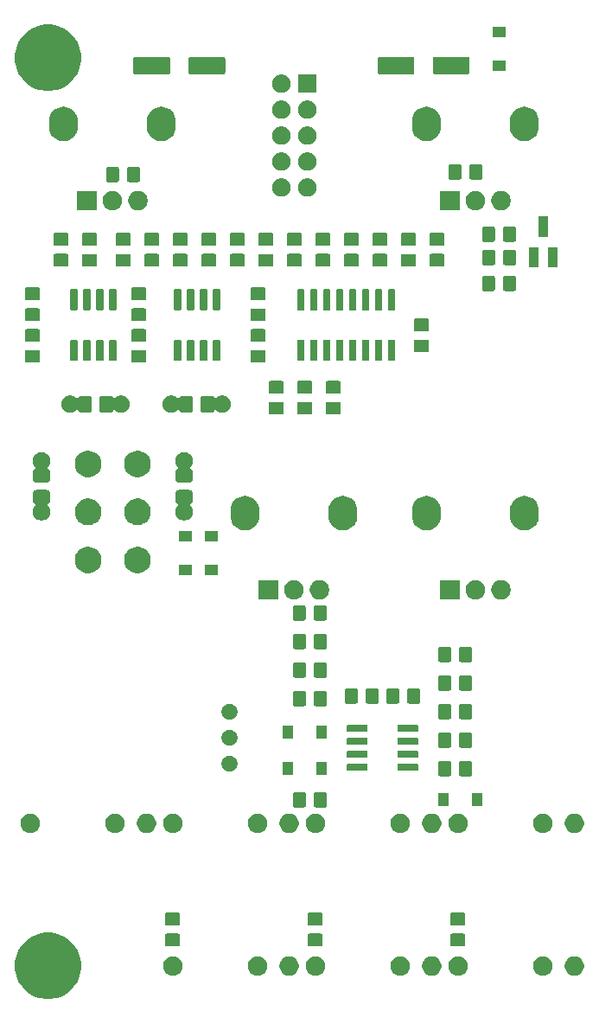
<source format=gbr>
G04 #@! TF.GenerationSoftware,KiCad,Pcbnew,5.1.6-c6e7f7d~87~ubuntu18.04.1*
G04 #@! TF.CreationDate,2020-11-08T19:06:46-05:00*
G04 #@! TF.ProjectId,2164SVF,32313634-5356-4462-9e6b-696361645f70,1*
G04 #@! TF.SameCoordinates,Original*
G04 #@! TF.FileFunction,Soldermask,Bot*
G04 #@! TF.FilePolarity,Negative*
%FSLAX46Y46*%
G04 Gerber Fmt 4.6, Leading zero omitted, Abs format (unit mm)*
G04 Created by KiCad (PCBNEW 5.1.6-c6e7f7d~87~ubuntu18.04.1) date 2020-11-08 19:06:46*
%MOMM*%
%LPD*%
G01*
G04 APERTURE LIST*
%ADD10C,0.100000*%
G04 APERTURE END LIST*
D10*
G36*
X108584239Y-137781467D02*
G01*
X108898282Y-137843934D01*
X109489926Y-138089001D01*
X110022392Y-138444784D01*
X110475216Y-138897608D01*
X110830999Y-139430074D01*
X111076066Y-140021718D01*
X111117756Y-140231309D01*
X111201000Y-140649803D01*
X111201000Y-141290197D01*
X111144105Y-141576225D01*
X111076066Y-141918282D01*
X110830999Y-142509926D01*
X110475216Y-143042392D01*
X110022392Y-143495216D01*
X109489926Y-143850999D01*
X108898282Y-144096066D01*
X108584239Y-144158533D01*
X108270197Y-144221000D01*
X107629803Y-144221000D01*
X107315761Y-144158533D01*
X107001718Y-144096066D01*
X106410074Y-143850999D01*
X105877608Y-143495216D01*
X105424784Y-143042392D01*
X105069001Y-142509926D01*
X104823934Y-141918282D01*
X104755895Y-141576225D01*
X104699000Y-141290197D01*
X104699000Y-140649803D01*
X104782244Y-140231309D01*
X104823934Y-140021718D01*
X105069001Y-139430074D01*
X105424784Y-138897608D01*
X105877608Y-138444784D01*
X106410074Y-138089001D01*
X107001718Y-137843934D01*
X107315761Y-137781467D01*
X107629803Y-137719000D01*
X108270197Y-137719000D01*
X108584239Y-137781467D01*
G37*
G36*
X159792395Y-140055546D02*
G01*
X159965466Y-140127234D01*
X159965467Y-140127235D01*
X160121227Y-140231310D01*
X160253690Y-140363773D01*
X160253691Y-140363775D01*
X160357766Y-140519534D01*
X160429454Y-140692605D01*
X160466000Y-140876333D01*
X160466000Y-141063667D01*
X160429454Y-141247395D01*
X160357766Y-141420466D01*
X160357765Y-141420467D01*
X160253690Y-141576227D01*
X160121227Y-141708690D01*
X160042818Y-141761081D01*
X159965466Y-141812766D01*
X159792395Y-141884454D01*
X159608667Y-141921000D01*
X159421333Y-141921000D01*
X159237605Y-141884454D01*
X159064534Y-141812766D01*
X158987182Y-141761081D01*
X158908773Y-141708690D01*
X158776310Y-141576227D01*
X158672235Y-141420467D01*
X158672234Y-141420466D01*
X158600546Y-141247395D01*
X158564000Y-141063667D01*
X158564000Y-140876333D01*
X158600546Y-140692605D01*
X158672234Y-140519534D01*
X158776309Y-140363775D01*
X158776310Y-140363773D01*
X158908773Y-140231310D01*
X159064533Y-140127235D01*
X159064534Y-140127234D01*
X159237605Y-140055546D01*
X159421333Y-140019000D01*
X159608667Y-140019000D01*
X159792395Y-140055546D01*
G37*
G36*
X120452395Y-140055546D02*
G01*
X120625466Y-140127234D01*
X120625467Y-140127235D01*
X120781227Y-140231310D01*
X120913690Y-140363773D01*
X120913691Y-140363775D01*
X121017766Y-140519534D01*
X121089454Y-140692605D01*
X121126000Y-140876333D01*
X121126000Y-141063667D01*
X121089454Y-141247395D01*
X121017766Y-141420466D01*
X121017765Y-141420467D01*
X120913690Y-141576227D01*
X120781227Y-141708690D01*
X120702818Y-141761081D01*
X120625466Y-141812766D01*
X120452395Y-141884454D01*
X120268667Y-141921000D01*
X120081333Y-141921000D01*
X119897605Y-141884454D01*
X119724534Y-141812766D01*
X119647182Y-141761081D01*
X119568773Y-141708690D01*
X119436310Y-141576227D01*
X119332235Y-141420467D01*
X119332234Y-141420466D01*
X119260546Y-141247395D01*
X119224000Y-141063667D01*
X119224000Y-140876333D01*
X119260546Y-140692605D01*
X119332234Y-140519534D01*
X119436309Y-140363775D01*
X119436310Y-140363773D01*
X119568773Y-140231310D01*
X119724533Y-140127235D01*
X119724534Y-140127234D01*
X119897605Y-140055546D01*
X120081333Y-140019000D01*
X120268667Y-140019000D01*
X120452395Y-140055546D01*
G37*
G36*
X131852395Y-140055546D02*
G01*
X132025466Y-140127234D01*
X132025467Y-140127235D01*
X132181227Y-140231310D01*
X132313690Y-140363773D01*
X132313691Y-140363775D01*
X132417766Y-140519534D01*
X132489454Y-140692605D01*
X132526000Y-140876333D01*
X132526000Y-141063667D01*
X132489454Y-141247395D01*
X132417766Y-141420466D01*
X132417765Y-141420467D01*
X132313690Y-141576227D01*
X132181227Y-141708690D01*
X132102818Y-141761081D01*
X132025466Y-141812766D01*
X131852395Y-141884454D01*
X131668667Y-141921000D01*
X131481333Y-141921000D01*
X131297605Y-141884454D01*
X131124534Y-141812766D01*
X131047182Y-141761081D01*
X130968773Y-141708690D01*
X130836310Y-141576227D01*
X130732235Y-141420467D01*
X130732234Y-141420466D01*
X130660546Y-141247395D01*
X130624000Y-141063667D01*
X130624000Y-140876333D01*
X130660546Y-140692605D01*
X130732234Y-140519534D01*
X130836309Y-140363775D01*
X130836310Y-140363773D01*
X130968773Y-140231310D01*
X131124533Y-140127235D01*
X131124534Y-140127234D01*
X131297605Y-140055546D01*
X131481333Y-140019000D01*
X131668667Y-140019000D01*
X131852395Y-140055546D01*
G37*
G36*
X128752395Y-140055546D02*
G01*
X128925466Y-140127234D01*
X128925467Y-140127235D01*
X129081227Y-140231310D01*
X129213690Y-140363773D01*
X129213691Y-140363775D01*
X129317766Y-140519534D01*
X129389454Y-140692605D01*
X129426000Y-140876333D01*
X129426000Y-141063667D01*
X129389454Y-141247395D01*
X129317766Y-141420466D01*
X129317765Y-141420467D01*
X129213690Y-141576227D01*
X129081227Y-141708690D01*
X129002818Y-141761081D01*
X128925466Y-141812766D01*
X128752395Y-141884454D01*
X128568667Y-141921000D01*
X128381333Y-141921000D01*
X128197605Y-141884454D01*
X128024534Y-141812766D01*
X127947182Y-141761081D01*
X127868773Y-141708690D01*
X127736310Y-141576227D01*
X127632235Y-141420467D01*
X127632234Y-141420466D01*
X127560546Y-141247395D01*
X127524000Y-141063667D01*
X127524000Y-140876333D01*
X127560546Y-140692605D01*
X127632234Y-140519534D01*
X127736309Y-140363775D01*
X127736310Y-140363773D01*
X127868773Y-140231310D01*
X128024533Y-140127235D01*
X128024534Y-140127234D01*
X128197605Y-140055546D01*
X128381333Y-140019000D01*
X128568667Y-140019000D01*
X128752395Y-140055546D01*
G37*
G36*
X134422395Y-140055546D02*
G01*
X134595466Y-140127234D01*
X134595467Y-140127235D01*
X134751227Y-140231310D01*
X134883690Y-140363773D01*
X134883691Y-140363775D01*
X134987766Y-140519534D01*
X135059454Y-140692605D01*
X135096000Y-140876333D01*
X135096000Y-141063667D01*
X135059454Y-141247395D01*
X134987766Y-141420466D01*
X134987765Y-141420467D01*
X134883690Y-141576227D01*
X134751227Y-141708690D01*
X134672818Y-141761081D01*
X134595466Y-141812766D01*
X134422395Y-141884454D01*
X134238667Y-141921000D01*
X134051333Y-141921000D01*
X133867605Y-141884454D01*
X133694534Y-141812766D01*
X133617182Y-141761081D01*
X133538773Y-141708690D01*
X133406310Y-141576227D01*
X133302235Y-141420467D01*
X133302234Y-141420466D01*
X133230546Y-141247395D01*
X133194000Y-141063667D01*
X133194000Y-140876333D01*
X133230546Y-140692605D01*
X133302234Y-140519534D01*
X133406309Y-140363775D01*
X133406310Y-140363773D01*
X133538773Y-140231310D01*
X133694533Y-140127235D01*
X133694534Y-140127234D01*
X133867605Y-140055546D01*
X134051333Y-140019000D01*
X134238667Y-140019000D01*
X134422395Y-140055546D01*
G37*
G36*
X142722395Y-140055546D02*
G01*
X142895466Y-140127234D01*
X142895467Y-140127235D01*
X143051227Y-140231310D01*
X143183690Y-140363773D01*
X143183691Y-140363775D01*
X143287766Y-140519534D01*
X143359454Y-140692605D01*
X143396000Y-140876333D01*
X143396000Y-141063667D01*
X143359454Y-141247395D01*
X143287766Y-141420466D01*
X143287765Y-141420467D01*
X143183690Y-141576227D01*
X143051227Y-141708690D01*
X142972818Y-141761081D01*
X142895466Y-141812766D01*
X142722395Y-141884454D01*
X142538667Y-141921000D01*
X142351333Y-141921000D01*
X142167605Y-141884454D01*
X141994534Y-141812766D01*
X141917182Y-141761081D01*
X141838773Y-141708690D01*
X141706310Y-141576227D01*
X141602235Y-141420467D01*
X141602234Y-141420466D01*
X141530546Y-141247395D01*
X141494000Y-141063667D01*
X141494000Y-140876333D01*
X141530546Y-140692605D01*
X141602234Y-140519534D01*
X141706309Y-140363775D01*
X141706310Y-140363773D01*
X141838773Y-140231310D01*
X141994533Y-140127235D01*
X141994534Y-140127234D01*
X142167605Y-140055546D01*
X142351333Y-140019000D01*
X142538667Y-140019000D01*
X142722395Y-140055546D01*
G37*
G36*
X145822395Y-140055546D02*
G01*
X145995466Y-140127234D01*
X145995467Y-140127235D01*
X146151227Y-140231310D01*
X146283690Y-140363773D01*
X146283691Y-140363775D01*
X146387766Y-140519534D01*
X146459454Y-140692605D01*
X146496000Y-140876333D01*
X146496000Y-141063667D01*
X146459454Y-141247395D01*
X146387766Y-141420466D01*
X146387765Y-141420467D01*
X146283690Y-141576227D01*
X146151227Y-141708690D01*
X146072818Y-141761081D01*
X145995466Y-141812766D01*
X145822395Y-141884454D01*
X145638667Y-141921000D01*
X145451333Y-141921000D01*
X145267605Y-141884454D01*
X145094534Y-141812766D01*
X145017182Y-141761081D01*
X144938773Y-141708690D01*
X144806310Y-141576227D01*
X144702235Y-141420467D01*
X144702234Y-141420466D01*
X144630546Y-141247395D01*
X144594000Y-141063667D01*
X144594000Y-140876333D01*
X144630546Y-140692605D01*
X144702234Y-140519534D01*
X144806309Y-140363775D01*
X144806310Y-140363773D01*
X144938773Y-140231310D01*
X145094533Y-140127235D01*
X145094534Y-140127234D01*
X145267605Y-140055546D01*
X145451333Y-140019000D01*
X145638667Y-140019000D01*
X145822395Y-140055546D01*
G37*
G36*
X156692395Y-140055546D02*
G01*
X156865466Y-140127234D01*
X156865467Y-140127235D01*
X157021227Y-140231310D01*
X157153690Y-140363773D01*
X157153691Y-140363775D01*
X157257766Y-140519534D01*
X157329454Y-140692605D01*
X157366000Y-140876333D01*
X157366000Y-141063667D01*
X157329454Y-141247395D01*
X157257766Y-141420466D01*
X157257765Y-141420467D01*
X157153690Y-141576227D01*
X157021227Y-141708690D01*
X156942818Y-141761081D01*
X156865466Y-141812766D01*
X156692395Y-141884454D01*
X156508667Y-141921000D01*
X156321333Y-141921000D01*
X156137605Y-141884454D01*
X155964534Y-141812766D01*
X155887182Y-141761081D01*
X155808773Y-141708690D01*
X155676310Y-141576227D01*
X155572235Y-141420467D01*
X155572234Y-141420466D01*
X155500546Y-141247395D01*
X155464000Y-141063667D01*
X155464000Y-140876333D01*
X155500546Y-140692605D01*
X155572234Y-140519534D01*
X155676309Y-140363775D01*
X155676310Y-140363773D01*
X155808773Y-140231310D01*
X155964533Y-140127235D01*
X155964534Y-140127234D01*
X156137605Y-140055546D01*
X156321333Y-140019000D01*
X156508667Y-140019000D01*
X156692395Y-140055546D01*
G37*
G36*
X148392395Y-140055546D02*
G01*
X148565466Y-140127234D01*
X148565467Y-140127235D01*
X148721227Y-140231310D01*
X148853690Y-140363773D01*
X148853691Y-140363775D01*
X148957766Y-140519534D01*
X149029454Y-140692605D01*
X149066000Y-140876333D01*
X149066000Y-141063667D01*
X149029454Y-141247395D01*
X148957766Y-141420466D01*
X148957765Y-141420467D01*
X148853690Y-141576227D01*
X148721227Y-141708690D01*
X148642818Y-141761081D01*
X148565466Y-141812766D01*
X148392395Y-141884454D01*
X148208667Y-141921000D01*
X148021333Y-141921000D01*
X147837605Y-141884454D01*
X147664534Y-141812766D01*
X147587182Y-141761081D01*
X147508773Y-141708690D01*
X147376310Y-141576227D01*
X147272235Y-141420467D01*
X147272234Y-141420466D01*
X147200546Y-141247395D01*
X147164000Y-141063667D01*
X147164000Y-140876333D01*
X147200546Y-140692605D01*
X147272234Y-140519534D01*
X147376309Y-140363775D01*
X147376310Y-140363773D01*
X147508773Y-140231310D01*
X147664533Y-140127235D01*
X147664534Y-140127234D01*
X147837605Y-140055546D01*
X148021333Y-140019000D01*
X148208667Y-140019000D01*
X148392395Y-140055546D01*
G37*
G36*
X134700674Y-137808465D02*
G01*
X134738367Y-137819899D01*
X134773103Y-137838466D01*
X134803548Y-137863452D01*
X134828534Y-137893897D01*
X134847101Y-137928633D01*
X134858535Y-137966326D01*
X134863000Y-138011661D01*
X134863000Y-138848339D01*
X134858535Y-138893674D01*
X134847101Y-138931367D01*
X134828534Y-138966103D01*
X134803548Y-138996548D01*
X134773103Y-139021534D01*
X134738367Y-139040101D01*
X134700674Y-139051535D01*
X134655339Y-139056000D01*
X133568661Y-139056000D01*
X133523326Y-139051535D01*
X133485633Y-139040101D01*
X133450897Y-139021534D01*
X133420452Y-138996548D01*
X133395466Y-138966103D01*
X133376899Y-138931367D01*
X133365465Y-138893674D01*
X133361000Y-138848339D01*
X133361000Y-138011661D01*
X133365465Y-137966326D01*
X133376899Y-137928633D01*
X133395466Y-137893897D01*
X133420452Y-137863452D01*
X133450897Y-137838466D01*
X133485633Y-137819899D01*
X133523326Y-137808465D01*
X133568661Y-137804000D01*
X134655339Y-137804000D01*
X134700674Y-137808465D01*
G37*
G36*
X148670674Y-137808465D02*
G01*
X148708367Y-137819899D01*
X148743103Y-137838466D01*
X148773548Y-137863452D01*
X148798534Y-137893897D01*
X148817101Y-137928633D01*
X148828535Y-137966326D01*
X148833000Y-138011661D01*
X148833000Y-138848339D01*
X148828535Y-138893674D01*
X148817101Y-138931367D01*
X148798534Y-138966103D01*
X148773548Y-138996548D01*
X148743103Y-139021534D01*
X148708367Y-139040101D01*
X148670674Y-139051535D01*
X148625339Y-139056000D01*
X147538661Y-139056000D01*
X147493326Y-139051535D01*
X147455633Y-139040101D01*
X147420897Y-139021534D01*
X147390452Y-138996548D01*
X147365466Y-138966103D01*
X147346899Y-138931367D01*
X147335465Y-138893674D01*
X147331000Y-138848339D01*
X147331000Y-138011661D01*
X147335465Y-137966326D01*
X147346899Y-137928633D01*
X147365466Y-137893897D01*
X147390452Y-137863452D01*
X147420897Y-137838466D01*
X147455633Y-137819899D01*
X147493326Y-137808465D01*
X147538661Y-137804000D01*
X148625339Y-137804000D01*
X148670674Y-137808465D01*
G37*
G36*
X120730674Y-137808465D02*
G01*
X120768367Y-137819899D01*
X120803103Y-137838466D01*
X120833548Y-137863452D01*
X120858534Y-137893897D01*
X120877101Y-137928633D01*
X120888535Y-137966326D01*
X120893000Y-138011661D01*
X120893000Y-138848339D01*
X120888535Y-138893674D01*
X120877101Y-138931367D01*
X120858534Y-138966103D01*
X120833548Y-138996548D01*
X120803103Y-139021534D01*
X120768367Y-139040101D01*
X120730674Y-139051535D01*
X120685339Y-139056000D01*
X119598661Y-139056000D01*
X119553326Y-139051535D01*
X119515633Y-139040101D01*
X119480897Y-139021534D01*
X119450452Y-138996548D01*
X119425466Y-138966103D01*
X119406899Y-138931367D01*
X119395465Y-138893674D01*
X119391000Y-138848339D01*
X119391000Y-138011661D01*
X119395465Y-137966326D01*
X119406899Y-137928633D01*
X119425466Y-137893897D01*
X119450452Y-137863452D01*
X119480897Y-137838466D01*
X119515633Y-137819899D01*
X119553326Y-137808465D01*
X119598661Y-137804000D01*
X120685339Y-137804000D01*
X120730674Y-137808465D01*
G37*
G36*
X148670674Y-135758465D02*
G01*
X148708367Y-135769899D01*
X148743103Y-135788466D01*
X148773548Y-135813452D01*
X148798534Y-135843897D01*
X148817101Y-135878633D01*
X148828535Y-135916326D01*
X148833000Y-135961661D01*
X148833000Y-136798339D01*
X148828535Y-136843674D01*
X148817101Y-136881367D01*
X148798534Y-136916103D01*
X148773548Y-136946548D01*
X148743103Y-136971534D01*
X148708367Y-136990101D01*
X148670674Y-137001535D01*
X148625339Y-137006000D01*
X147538661Y-137006000D01*
X147493326Y-137001535D01*
X147455633Y-136990101D01*
X147420897Y-136971534D01*
X147390452Y-136946548D01*
X147365466Y-136916103D01*
X147346899Y-136881367D01*
X147335465Y-136843674D01*
X147331000Y-136798339D01*
X147331000Y-135961661D01*
X147335465Y-135916326D01*
X147346899Y-135878633D01*
X147365466Y-135843897D01*
X147390452Y-135813452D01*
X147420897Y-135788466D01*
X147455633Y-135769899D01*
X147493326Y-135758465D01*
X147538661Y-135754000D01*
X148625339Y-135754000D01*
X148670674Y-135758465D01*
G37*
G36*
X134700674Y-135758465D02*
G01*
X134738367Y-135769899D01*
X134773103Y-135788466D01*
X134803548Y-135813452D01*
X134828534Y-135843897D01*
X134847101Y-135878633D01*
X134858535Y-135916326D01*
X134863000Y-135961661D01*
X134863000Y-136798339D01*
X134858535Y-136843674D01*
X134847101Y-136881367D01*
X134828534Y-136916103D01*
X134803548Y-136946548D01*
X134773103Y-136971534D01*
X134738367Y-136990101D01*
X134700674Y-137001535D01*
X134655339Y-137006000D01*
X133568661Y-137006000D01*
X133523326Y-137001535D01*
X133485633Y-136990101D01*
X133450897Y-136971534D01*
X133420452Y-136946548D01*
X133395466Y-136916103D01*
X133376899Y-136881367D01*
X133365465Y-136843674D01*
X133361000Y-136798339D01*
X133361000Y-135961661D01*
X133365465Y-135916326D01*
X133376899Y-135878633D01*
X133395466Y-135843897D01*
X133420452Y-135813452D01*
X133450897Y-135788466D01*
X133485633Y-135769899D01*
X133523326Y-135758465D01*
X133568661Y-135754000D01*
X134655339Y-135754000D01*
X134700674Y-135758465D01*
G37*
G36*
X120730674Y-135758465D02*
G01*
X120768367Y-135769899D01*
X120803103Y-135788466D01*
X120833548Y-135813452D01*
X120858534Y-135843897D01*
X120877101Y-135878633D01*
X120888535Y-135916326D01*
X120893000Y-135961661D01*
X120893000Y-136798339D01*
X120888535Y-136843674D01*
X120877101Y-136881367D01*
X120858534Y-136916103D01*
X120833548Y-136946548D01*
X120803103Y-136971534D01*
X120768367Y-136990101D01*
X120730674Y-137001535D01*
X120685339Y-137006000D01*
X119598661Y-137006000D01*
X119553326Y-137001535D01*
X119515633Y-136990101D01*
X119480897Y-136971534D01*
X119450452Y-136946548D01*
X119425466Y-136916103D01*
X119406899Y-136881367D01*
X119395465Y-136843674D01*
X119391000Y-136798339D01*
X119391000Y-135961661D01*
X119395465Y-135916326D01*
X119406899Y-135878633D01*
X119425466Y-135843897D01*
X119450452Y-135813452D01*
X119480897Y-135788466D01*
X119515633Y-135769899D01*
X119553326Y-135758465D01*
X119598661Y-135754000D01*
X120685339Y-135754000D01*
X120730674Y-135758465D01*
G37*
G36*
X148392395Y-126085546D02*
G01*
X148565466Y-126157234D01*
X148565467Y-126157235D01*
X148721227Y-126261310D01*
X148853690Y-126393773D01*
X148853691Y-126393775D01*
X148957766Y-126549534D01*
X149029454Y-126722605D01*
X149066000Y-126906333D01*
X149066000Y-127093667D01*
X149029454Y-127277395D01*
X148957766Y-127450466D01*
X148957765Y-127450467D01*
X148853690Y-127606227D01*
X148721227Y-127738690D01*
X148642818Y-127791081D01*
X148565466Y-127842766D01*
X148392395Y-127914454D01*
X148208667Y-127951000D01*
X148021333Y-127951000D01*
X147837605Y-127914454D01*
X147664534Y-127842766D01*
X147587182Y-127791081D01*
X147508773Y-127738690D01*
X147376310Y-127606227D01*
X147272235Y-127450467D01*
X147272234Y-127450466D01*
X147200546Y-127277395D01*
X147164000Y-127093667D01*
X147164000Y-126906333D01*
X147200546Y-126722605D01*
X147272234Y-126549534D01*
X147376309Y-126393775D01*
X147376310Y-126393773D01*
X147508773Y-126261310D01*
X147664533Y-126157235D01*
X147664534Y-126157234D01*
X147837605Y-126085546D01*
X148021333Y-126049000D01*
X148208667Y-126049000D01*
X148392395Y-126085546D01*
G37*
G36*
X114782395Y-126085546D02*
G01*
X114955466Y-126157234D01*
X114955467Y-126157235D01*
X115111227Y-126261310D01*
X115243690Y-126393773D01*
X115243691Y-126393775D01*
X115347766Y-126549534D01*
X115419454Y-126722605D01*
X115456000Y-126906333D01*
X115456000Y-127093667D01*
X115419454Y-127277395D01*
X115347766Y-127450466D01*
X115347765Y-127450467D01*
X115243690Y-127606227D01*
X115111227Y-127738690D01*
X115032818Y-127791081D01*
X114955466Y-127842766D01*
X114782395Y-127914454D01*
X114598667Y-127951000D01*
X114411333Y-127951000D01*
X114227605Y-127914454D01*
X114054534Y-127842766D01*
X113977182Y-127791081D01*
X113898773Y-127738690D01*
X113766310Y-127606227D01*
X113662235Y-127450467D01*
X113662234Y-127450466D01*
X113590546Y-127277395D01*
X113554000Y-127093667D01*
X113554000Y-126906333D01*
X113590546Y-126722605D01*
X113662234Y-126549534D01*
X113766309Y-126393775D01*
X113766310Y-126393773D01*
X113898773Y-126261310D01*
X114054533Y-126157235D01*
X114054534Y-126157234D01*
X114227605Y-126085546D01*
X114411333Y-126049000D01*
X114598667Y-126049000D01*
X114782395Y-126085546D01*
G37*
G36*
X117882395Y-126085546D02*
G01*
X118055466Y-126157234D01*
X118055467Y-126157235D01*
X118211227Y-126261310D01*
X118343690Y-126393773D01*
X118343691Y-126393775D01*
X118447766Y-126549534D01*
X118519454Y-126722605D01*
X118556000Y-126906333D01*
X118556000Y-127093667D01*
X118519454Y-127277395D01*
X118447766Y-127450466D01*
X118447765Y-127450467D01*
X118343690Y-127606227D01*
X118211227Y-127738690D01*
X118132818Y-127791081D01*
X118055466Y-127842766D01*
X117882395Y-127914454D01*
X117698667Y-127951000D01*
X117511333Y-127951000D01*
X117327605Y-127914454D01*
X117154534Y-127842766D01*
X117077182Y-127791081D01*
X116998773Y-127738690D01*
X116866310Y-127606227D01*
X116762235Y-127450467D01*
X116762234Y-127450466D01*
X116690546Y-127277395D01*
X116654000Y-127093667D01*
X116654000Y-126906333D01*
X116690546Y-126722605D01*
X116762234Y-126549534D01*
X116866309Y-126393775D01*
X116866310Y-126393773D01*
X116998773Y-126261310D01*
X117154533Y-126157235D01*
X117154534Y-126157234D01*
X117327605Y-126085546D01*
X117511333Y-126049000D01*
X117698667Y-126049000D01*
X117882395Y-126085546D01*
G37*
G36*
X159792395Y-126085546D02*
G01*
X159965466Y-126157234D01*
X159965467Y-126157235D01*
X160121227Y-126261310D01*
X160253690Y-126393773D01*
X160253691Y-126393775D01*
X160357766Y-126549534D01*
X160429454Y-126722605D01*
X160466000Y-126906333D01*
X160466000Y-127093667D01*
X160429454Y-127277395D01*
X160357766Y-127450466D01*
X160357765Y-127450467D01*
X160253690Y-127606227D01*
X160121227Y-127738690D01*
X160042818Y-127791081D01*
X159965466Y-127842766D01*
X159792395Y-127914454D01*
X159608667Y-127951000D01*
X159421333Y-127951000D01*
X159237605Y-127914454D01*
X159064534Y-127842766D01*
X158987182Y-127791081D01*
X158908773Y-127738690D01*
X158776310Y-127606227D01*
X158672235Y-127450467D01*
X158672234Y-127450466D01*
X158600546Y-127277395D01*
X158564000Y-127093667D01*
X158564000Y-126906333D01*
X158600546Y-126722605D01*
X158672234Y-126549534D01*
X158776309Y-126393775D01*
X158776310Y-126393773D01*
X158908773Y-126261310D01*
X159064533Y-126157235D01*
X159064534Y-126157234D01*
X159237605Y-126085546D01*
X159421333Y-126049000D01*
X159608667Y-126049000D01*
X159792395Y-126085546D01*
G37*
G36*
X156692395Y-126085546D02*
G01*
X156865466Y-126157234D01*
X156865467Y-126157235D01*
X157021227Y-126261310D01*
X157153690Y-126393773D01*
X157153691Y-126393775D01*
X157257766Y-126549534D01*
X157329454Y-126722605D01*
X157366000Y-126906333D01*
X157366000Y-127093667D01*
X157329454Y-127277395D01*
X157257766Y-127450466D01*
X157257765Y-127450467D01*
X157153690Y-127606227D01*
X157021227Y-127738690D01*
X156942818Y-127791081D01*
X156865466Y-127842766D01*
X156692395Y-127914454D01*
X156508667Y-127951000D01*
X156321333Y-127951000D01*
X156137605Y-127914454D01*
X155964534Y-127842766D01*
X155887182Y-127791081D01*
X155808773Y-127738690D01*
X155676310Y-127606227D01*
X155572235Y-127450467D01*
X155572234Y-127450466D01*
X155500546Y-127277395D01*
X155464000Y-127093667D01*
X155464000Y-126906333D01*
X155500546Y-126722605D01*
X155572234Y-126549534D01*
X155676309Y-126393775D01*
X155676310Y-126393773D01*
X155808773Y-126261310D01*
X155964533Y-126157235D01*
X155964534Y-126157234D01*
X156137605Y-126085546D01*
X156321333Y-126049000D01*
X156508667Y-126049000D01*
X156692395Y-126085546D01*
G37*
G36*
X145822395Y-126085546D02*
G01*
X145995466Y-126157234D01*
X145995467Y-126157235D01*
X146151227Y-126261310D01*
X146283690Y-126393773D01*
X146283691Y-126393775D01*
X146387766Y-126549534D01*
X146459454Y-126722605D01*
X146496000Y-126906333D01*
X146496000Y-127093667D01*
X146459454Y-127277395D01*
X146387766Y-127450466D01*
X146387765Y-127450467D01*
X146283690Y-127606227D01*
X146151227Y-127738690D01*
X146072818Y-127791081D01*
X145995466Y-127842766D01*
X145822395Y-127914454D01*
X145638667Y-127951000D01*
X145451333Y-127951000D01*
X145267605Y-127914454D01*
X145094534Y-127842766D01*
X145017182Y-127791081D01*
X144938773Y-127738690D01*
X144806310Y-127606227D01*
X144702235Y-127450467D01*
X144702234Y-127450466D01*
X144630546Y-127277395D01*
X144594000Y-127093667D01*
X144594000Y-126906333D01*
X144630546Y-126722605D01*
X144702234Y-126549534D01*
X144806309Y-126393775D01*
X144806310Y-126393773D01*
X144938773Y-126261310D01*
X145094533Y-126157235D01*
X145094534Y-126157234D01*
X145267605Y-126085546D01*
X145451333Y-126049000D01*
X145638667Y-126049000D01*
X145822395Y-126085546D01*
G37*
G36*
X142722395Y-126085546D02*
G01*
X142895466Y-126157234D01*
X142895467Y-126157235D01*
X143051227Y-126261310D01*
X143183690Y-126393773D01*
X143183691Y-126393775D01*
X143287766Y-126549534D01*
X143359454Y-126722605D01*
X143396000Y-126906333D01*
X143396000Y-127093667D01*
X143359454Y-127277395D01*
X143287766Y-127450466D01*
X143287765Y-127450467D01*
X143183690Y-127606227D01*
X143051227Y-127738690D01*
X142972818Y-127791081D01*
X142895466Y-127842766D01*
X142722395Y-127914454D01*
X142538667Y-127951000D01*
X142351333Y-127951000D01*
X142167605Y-127914454D01*
X141994534Y-127842766D01*
X141917182Y-127791081D01*
X141838773Y-127738690D01*
X141706310Y-127606227D01*
X141602235Y-127450467D01*
X141602234Y-127450466D01*
X141530546Y-127277395D01*
X141494000Y-127093667D01*
X141494000Y-126906333D01*
X141530546Y-126722605D01*
X141602234Y-126549534D01*
X141706309Y-126393775D01*
X141706310Y-126393773D01*
X141838773Y-126261310D01*
X141994533Y-126157235D01*
X141994534Y-126157234D01*
X142167605Y-126085546D01*
X142351333Y-126049000D01*
X142538667Y-126049000D01*
X142722395Y-126085546D01*
G37*
G36*
X134422395Y-126085546D02*
G01*
X134595466Y-126157234D01*
X134595467Y-126157235D01*
X134751227Y-126261310D01*
X134883690Y-126393773D01*
X134883691Y-126393775D01*
X134987766Y-126549534D01*
X135059454Y-126722605D01*
X135096000Y-126906333D01*
X135096000Y-127093667D01*
X135059454Y-127277395D01*
X134987766Y-127450466D01*
X134987765Y-127450467D01*
X134883690Y-127606227D01*
X134751227Y-127738690D01*
X134672818Y-127791081D01*
X134595466Y-127842766D01*
X134422395Y-127914454D01*
X134238667Y-127951000D01*
X134051333Y-127951000D01*
X133867605Y-127914454D01*
X133694534Y-127842766D01*
X133617182Y-127791081D01*
X133538773Y-127738690D01*
X133406310Y-127606227D01*
X133302235Y-127450467D01*
X133302234Y-127450466D01*
X133230546Y-127277395D01*
X133194000Y-127093667D01*
X133194000Y-126906333D01*
X133230546Y-126722605D01*
X133302234Y-126549534D01*
X133406309Y-126393775D01*
X133406310Y-126393773D01*
X133538773Y-126261310D01*
X133694533Y-126157235D01*
X133694534Y-126157234D01*
X133867605Y-126085546D01*
X134051333Y-126049000D01*
X134238667Y-126049000D01*
X134422395Y-126085546D01*
G37*
G36*
X120452395Y-126085546D02*
G01*
X120625466Y-126157234D01*
X120625467Y-126157235D01*
X120781227Y-126261310D01*
X120913690Y-126393773D01*
X120913691Y-126393775D01*
X121017766Y-126549534D01*
X121089454Y-126722605D01*
X121126000Y-126906333D01*
X121126000Y-127093667D01*
X121089454Y-127277395D01*
X121017766Y-127450466D01*
X121017765Y-127450467D01*
X120913690Y-127606227D01*
X120781227Y-127738690D01*
X120702818Y-127791081D01*
X120625466Y-127842766D01*
X120452395Y-127914454D01*
X120268667Y-127951000D01*
X120081333Y-127951000D01*
X119897605Y-127914454D01*
X119724534Y-127842766D01*
X119647182Y-127791081D01*
X119568773Y-127738690D01*
X119436310Y-127606227D01*
X119332235Y-127450467D01*
X119332234Y-127450466D01*
X119260546Y-127277395D01*
X119224000Y-127093667D01*
X119224000Y-126906333D01*
X119260546Y-126722605D01*
X119332234Y-126549534D01*
X119436309Y-126393775D01*
X119436310Y-126393773D01*
X119568773Y-126261310D01*
X119724533Y-126157235D01*
X119724534Y-126157234D01*
X119897605Y-126085546D01*
X120081333Y-126049000D01*
X120268667Y-126049000D01*
X120452395Y-126085546D01*
G37*
G36*
X106482395Y-126085546D02*
G01*
X106655466Y-126157234D01*
X106655467Y-126157235D01*
X106811227Y-126261310D01*
X106943690Y-126393773D01*
X106943691Y-126393775D01*
X107047766Y-126549534D01*
X107119454Y-126722605D01*
X107156000Y-126906333D01*
X107156000Y-127093667D01*
X107119454Y-127277395D01*
X107047766Y-127450466D01*
X107047765Y-127450467D01*
X106943690Y-127606227D01*
X106811227Y-127738690D01*
X106732818Y-127791081D01*
X106655466Y-127842766D01*
X106482395Y-127914454D01*
X106298667Y-127951000D01*
X106111333Y-127951000D01*
X105927605Y-127914454D01*
X105754534Y-127842766D01*
X105677182Y-127791081D01*
X105598773Y-127738690D01*
X105466310Y-127606227D01*
X105362235Y-127450467D01*
X105362234Y-127450466D01*
X105290546Y-127277395D01*
X105254000Y-127093667D01*
X105254000Y-126906333D01*
X105290546Y-126722605D01*
X105362234Y-126549534D01*
X105466309Y-126393775D01*
X105466310Y-126393773D01*
X105598773Y-126261310D01*
X105754533Y-126157235D01*
X105754534Y-126157234D01*
X105927605Y-126085546D01*
X106111333Y-126049000D01*
X106298667Y-126049000D01*
X106482395Y-126085546D01*
G37*
G36*
X128752395Y-126085546D02*
G01*
X128925466Y-126157234D01*
X128925467Y-126157235D01*
X129081227Y-126261310D01*
X129213690Y-126393773D01*
X129213691Y-126393775D01*
X129317766Y-126549534D01*
X129389454Y-126722605D01*
X129426000Y-126906333D01*
X129426000Y-127093667D01*
X129389454Y-127277395D01*
X129317766Y-127450466D01*
X129317765Y-127450467D01*
X129213690Y-127606227D01*
X129081227Y-127738690D01*
X129002818Y-127791081D01*
X128925466Y-127842766D01*
X128752395Y-127914454D01*
X128568667Y-127951000D01*
X128381333Y-127951000D01*
X128197605Y-127914454D01*
X128024534Y-127842766D01*
X127947182Y-127791081D01*
X127868773Y-127738690D01*
X127736310Y-127606227D01*
X127632235Y-127450467D01*
X127632234Y-127450466D01*
X127560546Y-127277395D01*
X127524000Y-127093667D01*
X127524000Y-126906333D01*
X127560546Y-126722605D01*
X127632234Y-126549534D01*
X127736309Y-126393775D01*
X127736310Y-126393773D01*
X127868773Y-126261310D01*
X128024533Y-126157235D01*
X128024534Y-126157234D01*
X128197605Y-126085546D01*
X128381333Y-126049000D01*
X128568667Y-126049000D01*
X128752395Y-126085546D01*
G37*
G36*
X131852395Y-126085546D02*
G01*
X132025466Y-126157234D01*
X132025467Y-126157235D01*
X132181227Y-126261310D01*
X132313690Y-126393773D01*
X132313691Y-126393775D01*
X132417766Y-126549534D01*
X132489454Y-126722605D01*
X132526000Y-126906333D01*
X132526000Y-127093667D01*
X132489454Y-127277395D01*
X132417766Y-127450466D01*
X132417765Y-127450467D01*
X132313690Y-127606227D01*
X132181227Y-127738690D01*
X132102818Y-127791081D01*
X132025466Y-127842766D01*
X131852395Y-127914454D01*
X131668667Y-127951000D01*
X131481333Y-127951000D01*
X131297605Y-127914454D01*
X131124534Y-127842766D01*
X131047182Y-127791081D01*
X130968773Y-127738690D01*
X130836310Y-127606227D01*
X130732235Y-127450467D01*
X130732234Y-127450466D01*
X130660546Y-127277395D01*
X130624000Y-127093667D01*
X130624000Y-126906333D01*
X130660546Y-126722605D01*
X130732234Y-126549534D01*
X130836309Y-126393775D01*
X130836310Y-126393773D01*
X130968773Y-126261310D01*
X131124533Y-126157235D01*
X131124534Y-126157234D01*
X131297605Y-126085546D01*
X131481333Y-126049000D01*
X131668667Y-126049000D01*
X131852395Y-126085546D01*
G37*
G36*
X135092674Y-123967465D02*
G01*
X135130367Y-123978899D01*
X135165103Y-123997466D01*
X135195548Y-124022452D01*
X135220534Y-124052897D01*
X135239101Y-124087633D01*
X135250535Y-124125326D01*
X135255000Y-124170661D01*
X135255000Y-125257339D01*
X135250535Y-125302674D01*
X135239101Y-125340367D01*
X135220534Y-125375103D01*
X135195548Y-125405548D01*
X135165103Y-125430534D01*
X135130367Y-125449101D01*
X135092674Y-125460535D01*
X135047339Y-125465000D01*
X134210661Y-125465000D01*
X134165326Y-125460535D01*
X134127633Y-125449101D01*
X134092897Y-125430534D01*
X134062452Y-125405548D01*
X134037466Y-125375103D01*
X134018899Y-125340367D01*
X134007465Y-125302674D01*
X134003000Y-125257339D01*
X134003000Y-124170661D01*
X134007465Y-124125326D01*
X134018899Y-124087633D01*
X134037466Y-124052897D01*
X134062452Y-124022452D01*
X134092897Y-123997466D01*
X134127633Y-123978899D01*
X134165326Y-123967465D01*
X134210661Y-123963000D01*
X135047339Y-123963000D01*
X135092674Y-123967465D01*
G37*
G36*
X133042674Y-123967465D02*
G01*
X133080367Y-123978899D01*
X133115103Y-123997466D01*
X133145548Y-124022452D01*
X133170534Y-124052897D01*
X133189101Y-124087633D01*
X133200535Y-124125326D01*
X133205000Y-124170661D01*
X133205000Y-125257339D01*
X133200535Y-125302674D01*
X133189101Y-125340367D01*
X133170534Y-125375103D01*
X133145548Y-125405548D01*
X133115103Y-125430534D01*
X133080367Y-125449101D01*
X133042674Y-125460535D01*
X132997339Y-125465000D01*
X132160661Y-125465000D01*
X132115326Y-125460535D01*
X132077633Y-125449101D01*
X132042897Y-125430534D01*
X132012452Y-125405548D01*
X131987466Y-125375103D01*
X131968899Y-125340367D01*
X131957465Y-125302674D01*
X131953000Y-125257339D01*
X131953000Y-124170661D01*
X131957465Y-124125326D01*
X131968899Y-124087633D01*
X131987466Y-124052897D01*
X132012452Y-124022452D01*
X132042897Y-123997466D01*
X132077633Y-123978899D01*
X132115326Y-123967465D01*
X132160661Y-123963000D01*
X132997339Y-123963000D01*
X133042674Y-123967465D01*
G37*
G36*
X147187000Y-125365000D02*
G01*
X146185000Y-125365000D01*
X146185000Y-124063000D01*
X147187000Y-124063000D01*
X147187000Y-125365000D01*
G37*
G36*
X150487000Y-125365000D02*
G01*
X149485000Y-125365000D01*
X149485000Y-124063000D01*
X150487000Y-124063000D01*
X150487000Y-125365000D01*
G37*
G36*
X149325674Y-120919465D02*
G01*
X149363367Y-120930899D01*
X149398103Y-120949466D01*
X149428548Y-120974452D01*
X149453534Y-121004897D01*
X149472101Y-121039633D01*
X149483535Y-121077326D01*
X149488000Y-121122661D01*
X149488000Y-122209339D01*
X149483535Y-122254674D01*
X149472101Y-122292367D01*
X149453534Y-122327103D01*
X149428548Y-122357548D01*
X149398103Y-122382534D01*
X149363367Y-122401101D01*
X149325674Y-122412535D01*
X149280339Y-122417000D01*
X148443661Y-122417000D01*
X148398326Y-122412535D01*
X148360633Y-122401101D01*
X148325897Y-122382534D01*
X148295452Y-122357548D01*
X148270466Y-122327103D01*
X148251899Y-122292367D01*
X148240465Y-122254674D01*
X148236000Y-122209339D01*
X148236000Y-121122661D01*
X148240465Y-121077326D01*
X148251899Y-121039633D01*
X148270466Y-121004897D01*
X148295452Y-120974452D01*
X148325897Y-120949466D01*
X148360633Y-120930899D01*
X148398326Y-120919465D01*
X148443661Y-120915000D01*
X149280339Y-120915000D01*
X149325674Y-120919465D01*
G37*
G36*
X147275674Y-120919465D02*
G01*
X147313367Y-120930899D01*
X147348103Y-120949466D01*
X147378548Y-120974452D01*
X147403534Y-121004897D01*
X147422101Y-121039633D01*
X147433535Y-121077326D01*
X147438000Y-121122661D01*
X147438000Y-122209339D01*
X147433535Y-122254674D01*
X147422101Y-122292367D01*
X147403534Y-122327103D01*
X147378548Y-122357548D01*
X147348103Y-122382534D01*
X147313367Y-122401101D01*
X147275674Y-122412535D01*
X147230339Y-122417000D01*
X146393661Y-122417000D01*
X146348326Y-122412535D01*
X146310633Y-122401101D01*
X146275897Y-122382534D01*
X146245452Y-122357548D01*
X146220466Y-122327103D01*
X146201899Y-122292367D01*
X146190465Y-122254674D01*
X146186000Y-122209339D01*
X146186000Y-121122661D01*
X146190465Y-121077326D01*
X146201899Y-121039633D01*
X146220466Y-121004897D01*
X146245452Y-120974452D01*
X146275897Y-120949466D01*
X146310633Y-120930899D01*
X146348326Y-120919465D01*
X146393661Y-120915000D01*
X147230339Y-120915000D01*
X147275674Y-120919465D01*
G37*
G36*
X135247000Y-122317000D02*
G01*
X134245000Y-122317000D01*
X134245000Y-121015000D01*
X135247000Y-121015000D01*
X135247000Y-122317000D01*
G37*
G36*
X131947000Y-122317000D02*
G01*
X130945000Y-122317000D01*
X130945000Y-121015000D01*
X131947000Y-121015000D01*
X131947000Y-122317000D01*
G37*
G36*
X125855589Y-120396876D02*
G01*
X125954893Y-120416629D01*
X126095206Y-120474748D01*
X126221484Y-120559125D01*
X126328875Y-120666516D01*
X126413252Y-120792794D01*
X126471371Y-120933107D01*
X126471371Y-120933109D01*
X126501000Y-121082062D01*
X126501000Y-121233938D01*
X126499913Y-121239403D01*
X126471371Y-121382893D01*
X126413252Y-121523206D01*
X126328875Y-121649484D01*
X126221484Y-121756875D01*
X126095206Y-121841252D01*
X125954893Y-121899371D01*
X125855589Y-121919124D01*
X125805938Y-121929000D01*
X125654062Y-121929000D01*
X125604411Y-121919124D01*
X125505107Y-121899371D01*
X125364794Y-121841252D01*
X125238516Y-121756875D01*
X125131125Y-121649484D01*
X125046748Y-121523206D01*
X124988629Y-121382893D01*
X124960087Y-121239403D01*
X124959000Y-121233938D01*
X124959000Y-121082062D01*
X124988629Y-120933109D01*
X124988629Y-120933107D01*
X125046748Y-120792794D01*
X125131125Y-120666516D01*
X125238516Y-120559125D01*
X125364794Y-120474748D01*
X125505107Y-120416629D01*
X125604411Y-120396876D01*
X125654062Y-120387000D01*
X125805938Y-120387000D01*
X125855589Y-120396876D01*
G37*
G36*
X139175928Y-121190764D02*
G01*
X139197009Y-121197160D01*
X139216445Y-121207548D01*
X139233476Y-121221524D01*
X139247452Y-121238555D01*
X139257840Y-121257991D01*
X139264236Y-121279072D01*
X139267000Y-121307140D01*
X139267000Y-121770860D01*
X139264236Y-121798928D01*
X139257840Y-121820009D01*
X139247452Y-121839445D01*
X139233476Y-121856476D01*
X139216445Y-121870452D01*
X139197009Y-121880840D01*
X139175928Y-121887236D01*
X139147860Y-121890000D01*
X137334140Y-121890000D01*
X137306072Y-121887236D01*
X137284991Y-121880840D01*
X137265555Y-121870452D01*
X137248524Y-121856476D01*
X137234548Y-121839445D01*
X137224160Y-121820009D01*
X137217764Y-121798928D01*
X137215000Y-121770860D01*
X137215000Y-121307140D01*
X137217764Y-121279072D01*
X137224160Y-121257991D01*
X137234548Y-121238555D01*
X137248524Y-121221524D01*
X137265555Y-121207548D01*
X137284991Y-121197160D01*
X137306072Y-121190764D01*
X137334140Y-121188000D01*
X139147860Y-121188000D01*
X139175928Y-121190764D01*
G37*
G36*
X144125928Y-121190764D02*
G01*
X144147009Y-121197160D01*
X144166445Y-121207548D01*
X144183476Y-121221524D01*
X144197452Y-121238555D01*
X144207840Y-121257991D01*
X144214236Y-121279072D01*
X144217000Y-121307140D01*
X144217000Y-121770860D01*
X144214236Y-121798928D01*
X144207840Y-121820009D01*
X144197452Y-121839445D01*
X144183476Y-121856476D01*
X144166445Y-121870452D01*
X144147009Y-121880840D01*
X144125928Y-121887236D01*
X144097860Y-121890000D01*
X142284140Y-121890000D01*
X142256072Y-121887236D01*
X142234991Y-121880840D01*
X142215555Y-121870452D01*
X142198524Y-121856476D01*
X142184548Y-121839445D01*
X142174160Y-121820009D01*
X142167764Y-121798928D01*
X142165000Y-121770860D01*
X142165000Y-121307140D01*
X142167764Y-121279072D01*
X142174160Y-121257991D01*
X142184548Y-121238555D01*
X142198524Y-121221524D01*
X142215555Y-121207548D01*
X142234991Y-121197160D01*
X142256072Y-121190764D01*
X142284140Y-121188000D01*
X144097860Y-121188000D01*
X144125928Y-121190764D01*
G37*
G36*
X139175928Y-119920764D02*
G01*
X139197009Y-119927160D01*
X139216445Y-119937548D01*
X139233476Y-119951524D01*
X139247452Y-119968555D01*
X139257840Y-119987991D01*
X139264236Y-120009072D01*
X139267000Y-120037140D01*
X139267000Y-120500860D01*
X139264236Y-120528928D01*
X139257840Y-120550009D01*
X139247452Y-120569445D01*
X139233476Y-120586476D01*
X139216445Y-120600452D01*
X139197009Y-120610840D01*
X139175928Y-120617236D01*
X139147860Y-120620000D01*
X137334140Y-120620000D01*
X137306072Y-120617236D01*
X137284991Y-120610840D01*
X137265555Y-120600452D01*
X137248524Y-120586476D01*
X137234548Y-120569445D01*
X137224160Y-120550009D01*
X137217764Y-120528928D01*
X137215000Y-120500860D01*
X137215000Y-120037140D01*
X137217764Y-120009072D01*
X137224160Y-119987991D01*
X137234548Y-119968555D01*
X137248524Y-119951524D01*
X137265555Y-119937548D01*
X137284991Y-119927160D01*
X137306072Y-119920764D01*
X137334140Y-119918000D01*
X139147860Y-119918000D01*
X139175928Y-119920764D01*
G37*
G36*
X144125928Y-119920764D02*
G01*
X144147009Y-119927160D01*
X144166445Y-119937548D01*
X144183476Y-119951524D01*
X144197452Y-119968555D01*
X144207840Y-119987991D01*
X144214236Y-120009072D01*
X144217000Y-120037140D01*
X144217000Y-120500860D01*
X144214236Y-120528928D01*
X144207840Y-120550009D01*
X144197452Y-120569445D01*
X144183476Y-120586476D01*
X144166445Y-120600452D01*
X144147009Y-120610840D01*
X144125928Y-120617236D01*
X144097860Y-120620000D01*
X142284140Y-120620000D01*
X142256072Y-120617236D01*
X142234991Y-120610840D01*
X142215555Y-120600452D01*
X142198524Y-120586476D01*
X142184548Y-120569445D01*
X142174160Y-120550009D01*
X142167764Y-120528928D01*
X142165000Y-120500860D01*
X142165000Y-120037140D01*
X142167764Y-120009072D01*
X142174160Y-119987991D01*
X142184548Y-119968555D01*
X142198524Y-119951524D01*
X142215555Y-119937548D01*
X142234991Y-119927160D01*
X142256072Y-119920764D01*
X142284140Y-119918000D01*
X144097860Y-119918000D01*
X144125928Y-119920764D01*
G37*
G36*
X147266674Y-118125465D02*
G01*
X147304367Y-118136899D01*
X147339103Y-118155466D01*
X147369548Y-118180452D01*
X147394534Y-118210897D01*
X147413101Y-118245633D01*
X147424535Y-118283326D01*
X147429000Y-118328661D01*
X147429000Y-119415339D01*
X147424535Y-119460674D01*
X147413101Y-119498367D01*
X147394534Y-119533103D01*
X147369548Y-119563548D01*
X147339103Y-119588534D01*
X147304367Y-119607101D01*
X147266674Y-119618535D01*
X147221339Y-119623000D01*
X146384661Y-119623000D01*
X146339326Y-119618535D01*
X146301633Y-119607101D01*
X146266897Y-119588534D01*
X146236452Y-119563548D01*
X146211466Y-119533103D01*
X146192899Y-119498367D01*
X146181465Y-119460674D01*
X146177000Y-119415339D01*
X146177000Y-118328661D01*
X146181465Y-118283326D01*
X146192899Y-118245633D01*
X146211466Y-118210897D01*
X146236452Y-118180452D01*
X146266897Y-118155466D01*
X146301633Y-118136899D01*
X146339326Y-118125465D01*
X146384661Y-118121000D01*
X147221339Y-118121000D01*
X147266674Y-118125465D01*
G37*
G36*
X149316674Y-118125465D02*
G01*
X149354367Y-118136899D01*
X149389103Y-118155466D01*
X149419548Y-118180452D01*
X149444534Y-118210897D01*
X149463101Y-118245633D01*
X149474535Y-118283326D01*
X149479000Y-118328661D01*
X149479000Y-119415339D01*
X149474535Y-119460674D01*
X149463101Y-119498367D01*
X149444534Y-119533103D01*
X149419548Y-119563548D01*
X149389103Y-119588534D01*
X149354367Y-119607101D01*
X149316674Y-119618535D01*
X149271339Y-119623000D01*
X148434661Y-119623000D01*
X148389326Y-119618535D01*
X148351633Y-119607101D01*
X148316897Y-119588534D01*
X148286452Y-119563548D01*
X148261466Y-119533103D01*
X148242899Y-119498367D01*
X148231465Y-119460674D01*
X148227000Y-119415339D01*
X148227000Y-118328661D01*
X148231465Y-118283326D01*
X148242899Y-118245633D01*
X148261466Y-118210897D01*
X148286452Y-118180452D01*
X148316897Y-118155466D01*
X148351633Y-118136899D01*
X148389326Y-118125465D01*
X148434661Y-118121000D01*
X149271339Y-118121000D01*
X149316674Y-118125465D01*
G37*
G36*
X125855589Y-117856876D02*
G01*
X125954893Y-117876629D01*
X126095206Y-117934748D01*
X126221484Y-118019125D01*
X126328875Y-118126516D01*
X126413252Y-118252794D01*
X126471371Y-118393107D01*
X126471371Y-118393109D01*
X126501000Y-118542062D01*
X126501000Y-118693938D01*
X126499913Y-118699403D01*
X126471371Y-118842893D01*
X126413252Y-118983206D01*
X126328875Y-119109484D01*
X126221484Y-119216875D01*
X126095206Y-119301252D01*
X125954893Y-119359371D01*
X125855589Y-119379124D01*
X125805938Y-119389000D01*
X125654062Y-119389000D01*
X125604411Y-119379124D01*
X125505107Y-119359371D01*
X125364794Y-119301252D01*
X125238516Y-119216875D01*
X125131125Y-119109484D01*
X125046748Y-118983206D01*
X124988629Y-118842893D01*
X124960087Y-118699403D01*
X124959000Y-118693938D01*
X124959000Y-118542062D01*
X124988629Y-118393109D01*
X124988629Y-118393107D01*
X125046748Y-118252794D01*
X125131125Y-118126516D01*
X125238516Y-118019125D01*
X125364794Y-117934748D01*
X125505107Y-117876629D01*
X125604411Y-117856876D01*
X125654062Y-117847000D01*
X125805938Y-117847000D01*
X125855589Y-117856876D01*
G37*
G36*
X139175928Y-118650764D02*
G01*
X139197009Y-118657160D01*
X139216445Y-118667548D01*
X139233476Y-118681524D01*
X139247452Y-118698555D01*
X139257840Y-118717991D01*
X139264236Y-118739072D01*
X139267000Y-118767140D01*
X139267000Y-119230860D01*
X139264236Y-119258928D01*
X139257840Y-119280009D01*
X139247452Y-119299445D01*
X139233476Y-119316476D01*
X139216445Y-119330452D01*
X139197009Y-119340840D01*
X139175928Y-119347236D01*
X139147860Y-119350000D01*
X137334140Y-119350000D01*
X137306072Y-119347236D01*
X137284991Y-119340840D01*
X137265555Y-119330452D01*
X137248524Y-119316476D01*
X137234548Y-119299445D01*
X137224160Y-119280009D01*
X137217764Y-119258928D01*
X137215000Y-119230860D01*
X137215000Y-118767140D01*
X137217764Y-118739072D01*
X137224160Y-118717991D01*
X137234548Y-118698555D01*
X137248524Y-118681524D01*
X137265555Y-118667548D01*
X137284991Y-118657160D01*
X137306072Y-118650764D01*
X137334140Y-118648000D01*
X139147860Y-118648000D01*
X139175928Y-118650764D01*
G37*
G36*
X144125928Y-118650764D02*
G01*
X144147009Y-118657160D01*
X144166445Y-118667548D01*
X144183476Y-118681524D01*
X144197452Y-118698555D01*
X144207840Y-118717991D01*
X144214236Y-118739072D01*
X144217000Y-118767140D01*
X144217000Y-119230860D01*
X144214236Y-119258928D01*
X144207840Y-119280009D01*
X144197452Y-119299445D01*
X144183476Y-119316476D01*
X144166445Y-119330452D01*
X144147009Y-119340840D01*
X144125928Y-119347236D01*
X144097860Y-119350000D01*
X142284140Y-119350000D01*
X142256072Y-119347236D01*
X142234991Y-119340840D01*
X142215555Y-119330452D01*
X142198524Y-119316476D01*
X142184548Y-119299445D01*
X142174160Y-119280009D01*
X142167764Y-119258928D01*
X142165000Y-119230860D01*
X142165000Y-118767140D01*
X142167764Y-118739072D01*
X142174160Y-118717991D01*
X142184548Y-118698555D01*
X142198524Y-118681524D01*
X142215555Y-118667548D01*
X142234991Y-118657160D01*
X142256072Y-118650764D01*
X142284140Y-118648000D01*
X144097860Y-118648000D01*
X144125928Y-118650764D01*
G37*
G36*
X131947000Y-118761000D02*
G01*
X130945000Y-118761000D01*
X130945000Y-117459000D01*
X131947000Y-117459000D01*
X131947000Y-118761000D01*
G37*
G36*
X135247000Y-118761000D02*
G01*
X134245000Y-118761000D01*
X134245000Y-117459000D01*
X135247000Y-117459000D01*
X135247000Y-118761000D01*
G37*
G36*
X144125928Y-117380764D02*
G01*
X144147009Y-117387160D01*
X144166445Y-117397548D01*
X144183476Y-117411524D01*
X144197452Y-117428555D01*
X144207840Y-117447991D01*
X144214236Y-117469072D01*
X144217000Y-117497140D01*
X144217000Y-117960860D01*
X144214236Y-117988928D01*
X144207840Y-118010009D01*
X144197452Y-118029445D01*
X144183476Y-118046476D01*
X144166445Y-118060452D01*
X144147009Y-118070840D01*
X144125928Y-118077236D01*
X144097860Y-118080000D01*
X142284140Y-118080000D01*
X142256072Y-118077236D01*
X142234991Y-118070840D01*
X142215555Y-118060452D01*
X142198524Y-118046476D01*
X142184548Y-118029445D01*
X142174160Y-118010009D01*
X142167764Y-117988928D01*
X142165000Y-117960860D01*
X142165000Y-117497140D01*
X142167764Y-117469072D01*
X142174160Y-117447991D01*
X142184548Y-117428555D01*
X142198524Y-117411524D01*
X142215555Y-117397548D01*
X142234991Y-117387160D01*
X142256072Y-117380764D01*
X142284140Y-117378000D01*
X144097860Y-117378000D01*
X144125928Y-117380764D01*
G37*
G36*
X139175928Y-117380764D02*
G01*
X139197009Y-117387160D01*
X139216445Y-117397548D01*
X139233476Y-117411524D01*
X139247452Y-117428555D01*
X139257840Y-117447991D01*
X139264236Y-117469072D01*
X139267000Y-117497140D01*
X139267000Y-117960860D01*
X139264236Y-117988928D01*
X139257840Y-118010009D01*
X139247452Y-118029445D01*
X139233476Y-118046476D01*
X139216445Y-118060452D01*
X139197009Y-118070840D01*
X139175928Y-118077236D01*
X139147860Y-118080000D01*
X137334140Y-118080000D01*
X137306072Y-118077236D01*
X137284991Y-118070840D01*
X137265555Y-118060452D01*
X137248524Y-118046476D01*
X137234548Y-118029445D01*
X137224160Y-118010009D01*
X137217764Y-117988928D01*
X137215000Y-117960860D01*
X137215000Y-117497140D01*
X137217764Y-117469072D01*
X137224160Y-117447991D01*
X137234548Y-117428555D01*
X137248524Y-117411524D01*
X137265555Y-117397548D01*
X137284991Y-117387160D01*
X137306072Y-117380764D01*
X137334140Y-117378000D01*
X139147860Y-117378000D01*
X139175928Y-117380764D01*
G37*
G36*
X125855589Y-115316876D02*
G01*
X125954893Y-115336629D01*
X126095206Y-115394748D01*
X126221484Y-115479125D01*
X126328875Y-115586516D01*
X126413252Y-115712794D01*
X126471371Y-115853107D01*
X126501000Y-116002063D01*
X126501000Y-116153937D01*
X126471371Y-116302893D01*
X126413252Y-116443206D01*
X126328875Y-116569484D01*
X126221484Y-116676875D01*
X126095206Y-116761252D01*
X125954893Y-116819371D01*
X125855589Y-116839124D01*
X125805938Y-116849000D01*
X125654062Y-116849000D01*
X125604411Y-116839124D01*
X125505107Y-116819371D01*
X125364794Y-116761252D01*
X125238516Y-116676875D01*
X125131125Y-116569484D01*
X125046748Y-116443206D01*
X124988629Y-116302893D01*
X124959000Y-116153937D01*
X124959000Y-116002063D01*
X124988629Y-115853107D01*
X125046748Y-115712794D01*
X125131125Y-115586516D01*
X125238516Y-115479125D01*
X125364794Y-115394748D01*
X125505107Y-115336629D01*
X125604411Y-115316876D01*
X125654062Y-115307000D01*
X125805938Y-115307000D01*
X125855589Y-115316876D01*
G37*
G36*
X149316674Y-115331465D02*
G01*
X149354367Y-115342899D01*
X149389103Y-115361466D01*
X149419548Y-115386452D01*
X149444534Y-115416897D01*
X149463101Y-115451633D01*
X149474535Y-115489326D01*
X149479000Y-115534661D01*
X149479000Y-116621339D01*
X149474535Y-116666674D01*
X149463101Y-116704367D01*
X149444534Y-116739103D01*
X149419548Y-116769548D01*
X149389103Y-116794534D01*
X149354367Y-116813101D01*
X149316674Y-116824535D01*
X149271339Y-116829000D01*
X148434661Y-116829000D01*
X148389326Y-116824535D01*
X148351633Y-116813101D01*
X148316897Y-116794534D01*
X148286452Y-116769548D01*
X148261466Y-116739103D01*
X148242899Y-116704367D01*
X148231465Y-116666674D01*
X148227000Y-116621339D01*
X148227000Y-115534661D01*
X148231465Y-115489326D01*
X148242899Y-115451633D01*
X148261466Y-115416897D01*
X148286452Y-115386452D01*
X148316897Y-115361466D01*
X148351633Y-115342899D01*
X148389326Y-115331465D01*
X148434661Y-115327000D01*
X149271339Y-115327000D01*
X149316674Y-115331465D01*
G37*
G36*
X147266674Y-115331465D02*
G01*
X147304367Y-115342899D01*
X147339103Y-115361466D01*
X147369548Y-115386452D01*
X147394534Y-115416897D01*
X147413101Y-115451633D01*
X147424535Y-115489326D01*
X147429000Y-115534661D01*
X147429000Y-116621339D01*
X147424535Y-116666674D01*
X147413101Y-116704367D01*
X147394534Y-116739103D01*
X147369548Y-116769548D01*
X147339103Y-116794534D01*
X147304367Y-116813101D01*
X147266674Y-116824535D01*
X147221339Y-116829000D01*
X146384661Y-116829000D01*
X146339326Y-116824535D01*
X146301633Y-116813101D01*
X146266897Y-116794534D01*
X146236452Y-116769548D01*
X146211466Y-116739103D01*
X146192899Y-116704367D01*
X146181465Y-116666674D01*
X146177000Y-116621339D01*
X146177000Y-115534661D01*
X146181465Y-115489326D01*
X146192899Y-115451633D01*
X146211466Y-115416897D01*
X146236452Y-115386452D01*
X146266897Y-115361466D01*
X146301633Y-115342899D01*
X146339326Y-115331465D01*
X146384661Y-115327000D01*
X147221339Y-115327000D01*
X147266674Y-115331465D01*
G37*
G36*
X135092674Y-114061465D02*
G01*
X135130367Y-114072899D01*
X135165103Y-114091466D01*
X135195548Y-114116452D01*
X135220534Y-114146897D01*
X135239101Y-114181633D01*
X135250535Y-114219326D01*
X135255000Y-114264661D01*
X135255000Y-115351339D01*
X135250535Y-115396674D01*
X135239101Y-115434367D01*
X135220534Y-115469103D01*
X135195548Y-115499548D01*
X135165103Y-115524534D01*
X135130367Y-115543101D01*
X135092674Y-115554535D01*
X135047339Y-115559000D01*
X134210661Y-115559000D01*
X134165326Y-115554535D01*
X134127633Y-115543101D01*
X134092897Y-115524534D01*
X134062452Y-115499548D01*
X134037466Y-115469103D01*
X134018899Y-115434367D01*
X134007465Y-115396674D01*
X134003000Y-115351339D01*
X134003000Y-114264661D01*
X134007465Y-114219326D01*
X134018899Y-114181633D01*
X134037466Y-114146897D01*
X134062452Y-114116452D01*
X134092897Y-114091466D01*
X134127633Y-114072899D01*
X134165326Y-114061465D01*
X134210661Y-114057000D01*
X135047339Y-114057000D01*
X135092674Y-114061465D01*
G37*
G36*
X133042674Y-114061465D02*
G01*
X133080367Y-114072899D01*
X133115103Y-114091466D01*
X133145548Y-114116452D01*
X133170534Y-114146897D01*
X133189101Y-114181633D01*
X133200535Y-114219326D01*
X133205000Y-114264661D01*
X133205000Y-115351339D01*
X133200535Y-115396674D01*
X133189101Y-115434367D01*
X133170534Y-115469103D01*
X133145548Y-115499548D01*
X133115103Y-115524534D01*
X133080367Y-115543101D01*
X133042674Y-115554535D01*
X132997339Y-115559000D01*
X132160661Y-115559000D01*
X132115326Y-115554535D01*
X132077633Y-115543101D01*
X132042897Y-115524534D01*
X132012452Y-115499548D01*
X131987466Y-115469103D01*
X131968899Y-115434367D01*
X131957465Y-115396674D01*
X131953000Y-115351339D01*
X131953000Y-114264661D01*
X131957465Y-114219326D01*
X131968899Y-114181633D01*
X131987466Y-114146897D01*
X132012452Y-114116452D01*
X132042897Y-114091466D01*
X132077633Y-114072899D01*
X132115326Y-114061465D01*
X132160661Y-114057000D01*
X132997339Y-114057000D01*
X133042674Y-114061465D01*
G37*
G36*
X142186674Y-113807465D02*
G01*
X142224367Y-113818899D01*
X142259103Y-113837466D01*
X142289548Y-113862452D01*
X142314534Y-113892897D01*
X142333101Y-113927633D01*
X142344535Y-113965326D01*
X142349000Y-114010661D01*
X142349000Y-115097339D01*
X142344535Y-115142674D01*
X142333101Y-115180367D01*
X142314534Y-115215103D01*
X142289548Y-115245548D01*
X142259103Y-115270534D01*
X142224367Y-115289101D01*
X142186674Y-115300535D01*
X142141339Y-115305000D01*
X141304661Y-115305000D01*
X141259326Y-115300535D01*
X141221633Y-115289101D01*
X141186897Y-115270534D01*
X141156452Y-115245548D01*
X141131466Y-115215103D01*
X141112899Y-115180367D01*
X141101465Y-115142674D01*
X141097000Y-115097339D01*
X141097000Y-114010661D01*
X141101465Y-113965326D01*
X141112899Y-113927633D01*
X141131466Y-113892897D01*
X141156452Y-113862452D01*
X141186897Y-113837466D01*
X141221633Y-113818899D01*
X141259326Y-113807465D01*
X141304661Y-113803000D01*
X142141339Y-113803000D01*
X142186674Y-113807465D01*
G37*
G36*
X144236674Y-113807465D02*
G01*
X144274367Y-113818899D01*
X144309103Y-113837466D01*
X144339548Y-113862452D01*
X144364534Y-113892897D01*
X144383101Y-113927633D01*
X144394535Y-113965326D01*
X144399000Y-114010661D01*
X144399000Y-115097339D01*
X144394535Y-115142674D01*
X144383101Y-115180367D01*
X144364534Y-115215103D01*
X144339548Y-115245548D01*
X144309103Y-115270534D01*
X144274367Y-115289101D01*
X144236674Y-115300535D01*
X144191339Y-115305000D01*
X143354661Y-115305000D01*
X143309326Y-115300535D01*
X143271633Y-115289101D01*
X143236897Y-115270534D01*
X143206452Y-115245548D01*
X143181466Y-115215103D01*
X143162899Y-115180367D01*
X143151465Y-115142674D01*
X143147000Y-115097339D01*
X143147000Y-114010661D01*
X143151465Y-113965326D01*
X143162899Y-113927633D01*
X143181466Y-113892897D01*
X143206452Y-113862452D01*
X143236897Y-113837466D01*
X143271633Y-113818899D01*
X143309326Y-113807465D01*
X143354661Y-113803000D01*
X144191339Y-113803000D01*
X144236674Y-113807465D01*
G37*
G36*
X140172674Y-113807465D02*
G01*
X140210367Y-113818899D01*
X140245103Y-113837466D01*
X140275548Y-113862452D01*
X140300534Y-113892897D01*
X140319101Y-113927633D01*
X140330535Y-113965326D01*
X140335000Y-114010661D01*
X140335000Y-115097339D01*
X140330535Y-115142674D01*
X140319101Y-115180367D01*
X140300534Y-115215103D01*
X140275548Y-115245548D01*
X140245103Y-115270534D01*
X140210367Y-115289101D01*
X140172674Y-115300535D01*
X140127339Y-115305000D01*
X139290661Y-115305000D01*
X139245326Y-115300535D01*
X139207633Y-115289101D01*
X139172897Y-115270534D01*
X139142452Y-115245548D01*
X139117466Y-115215103D01*
X139098899Y-115180367D01*
X139087465Y-115142674D01*
X139083000Y-115097339D01*
X139083000Y-114010661D01*
X139087465Y-113965326D01*
X139098899Y-113927633D01*
X139117466Y-113892897D01*
X139142452Y-113862452D01*
X139172897Y-113837466D01*
X139207633Y-113818899D01*
X139245326Y-113807465D01*
X139290661Y-113803000D01*
X140127339Y-113803000D01*
X140172674Y-113807465D01*
G37*
G36*
X138122674Y-113807465D02*
G01*
X138160367Y-113818899D01*
X138195103Y-113837466D01*
X138225548Y-113862452D01*
X138250534Y-113892897D01*
X138269101Y-113927633D01*
X138280535Y-113965326D01*
X138285000Y-114010661D01*
X138285000Y-115097339D01*
X138280535Y-115142674D01*
X138269101Y-115180367D01*
X138250534Y-115215103D01*
X138225548Y-115245548D01*
X138195103Y-115270534D01*
X138160367Y-115289101D01*
X138122674Y-115300535D01*
X138077339Y-115305000D01*
X137240661Y-115305000D01*
X137195326Y-115300535D01*
X137157633Y-115289101D01*
X137122897Y-115270534D01*
X137092452Y-115245548D01*
X137067466Y-115215103D01*
X137048899Y-115180367D01*
X137037465Y-115142674D01*
X137033000Y-115097339D01*
X137033000Y-114010661D01*
X137037465Y-113965326D01*
X137048899Y-113927633D01*
X137067466Y-113892897D01*
X137092452Y-113862452D01*
X137122897Y-113837466D01*
X137157633Y-113818899D01*
X137195326Y-113807465D01*
X137240661Y-113803000D01*
X138077339Y-113803000D01*
X138122674Y-113807465D01*
G37*
G36*
X147266674Y-112537465D02*
G01*
X147304367Y-112548899D01*
X147339103Y-112567466D01*
X147369548Y-112592452D01*
X147394534Y-112622897D01*
X147413101Y-112657633D01*
X147424535Y-112695326D01*
X147429000Y-112740661D01*
X147429000Y-113827339D01*
X147424535Y-113872674D01*
X147413101Y-113910367D01*
X147394534Y-113945103D01*
X147369548Y-113975548D01*
X147339103Y-114000534D01*
X147304367Y-114019101D01*
X147266674Y-114030535D01*
X147221339Y-114035000D01*
X146384661Y-114035000D01*
X146339326Y-114030535D01*
X146301633Y-114019101D01*
X146266897Y-114000534D01*
X146236452Y-113975548D01*
X146211466Y-113945103D01*
X146192899Y-113910367D01*
X146181465Y-113872674D01*
X146177000Y-113827339D01*
X146177000Y-112740661D01*
X146181465Y-112695326D01*
X146192899Y-112657633D01*
X146211466Y-112622897D01*
X146236452Y-112592452D01*
X146266897Y-112567466D01*
X146301633Y-112548899D01*
X146339326Y-112537465D01*
X146384661Y-112533000D01*
X147221339Y-112533000D01*
X147266674Y-112537465D01*
G37*
G36*
X149316674Y-112537465D02*
G01*
X149354367Y-112548899D01*
X149389103Y-112567466D01*
X149419548Y-112592452D01*
X149444534Y-112622897D01*
X149463101Y-112657633D01*
X149474535Y-112695326D01*
X149479000Y-112740661D01*
X149479000Y-113827339D01*
X149474535Y-113872674D01*
X149463101Y-113910367D01*
X149444534Y-113945103D01*
X149419548Y-113975548D01*
X149389103Y-114000534D01*
X149354367Y-114019101D01*
X149316674Y-114030535D01*
X149271339Y-114035000D01*
X148434661Y-114035000D01*
X148389326Y-114030535D01*
X148351633Y-114019101D01*
X148316897Y-114000534D01*
X148286452Y-113975548D01*
X148261466Y-113945103D01*
X148242899Y-113910367D01*
X148231465Y-113872674D01*
X148227000Y-113827339D01*
X148227000Y-112740661D01*
X148231465Y-112695326D01*
X148242899Y-112657633D01*
X148261466Y-112622897D01*
X148286452Y-112592452D01*
X148316897Y-112567466D01*
X148351633Y-112548899D01*
X148389326Y-112537465D01*
X148434661Y-112533000D01*
X149271339Y-112533000D01*
X149316674Y-112537465D01*
G37*
G36*
X133051674Y-111267465D02*
G01*
X133089367Y-111278899D01*
X133124103Y-111297466D01*
X133154548Y-111322452D01*
X133179534Y-111352897D01*
X133198101Y-111387633D01*
X133209535Y-111425326D01*
X133214000Y-111470661D01*
X133214000Y-112557339D01*
X133209535Y-112602674D01*
X133198101Y-112640367D01*
X133179534Y-112675103D01*
X133154548Y-112705548D01*
X133124103Y-112730534D01*
X133089367Y-112749101D01*
X133051674Y-112760535D01*
X133006339Y-112765000D01*
X132169661Y-112765000D01*
X132124326Y-112760535D01*
X132086633Y-112749101D01*
X132051897Y-112730534D01*
X132021452Y-112705548D01*
X131996466Y-112675103D01*
X131977899Y-112640367D01*
X131966465Y-112602674D01*
X131962000Y-112557339D01*
X131962000Y-111470661D01*
X131966465Y-111425326D01*
X131977899Y-111387633D01*
X131996466Y-111352897D01*
X132021452Y-111322452D01*
X132051897Y-111297466D01*
X132086633Y-111278899D01*
X132124326Y-111267465D01*
X132169661Y-111263000D01*
X133006339Y-111263000D01*
X133051674Y-111267465D01*
G37*
G36*
X135101674Y-111267465D02*
G01*
X135139367Y-111278899D01*
X135174103Y-111297466D01*
X135204548Y-111322452D01*
X135229534Y-111352897D01*
X135248101Y-111387633D01*
X135259535Y-111425326D01*
X135264000Y-111470661D01*
X135264000Y-112557339D01*
X135259535Y-112602674D01*
X135248101Y-112640367D01*
X135229534Y-112675103D01*
X135204548Y-112705548D01*
X135174103Y-112730534D01*
X135139367Y-112749101D01*
X135101674Y-112760535D01*
X135056339Y-112765000D01*
X134219661Y-112765000D01*
X134174326Y-112760535D01*
X134136633Y-112749101D01*
X134101897Y-112730534D01*
X134071452Y-112705548D01*
X134046466Y-112675103D01*
X134027899Y-112640367D01*
X134016465Y-112602674D01*
X134012000Y-112557339D01*
X134012000Y-111470661D01*
X134016465Y-111425326D01*
X134027899Y-111387633D01*
X134046466Y-111352897D01*
X134071452Y-111322452D01*
X134101897Y-111297466D01*
X134136633Y-111278899D01*
X134174326Y-111267465D01*
X134219661Y-111263000D01*
X135056339Y-111263000D01*
X135101674Y-111267465D01*
G37*
G36*
X149325674Y-109743465D02*
G01*
X149363367Y-109754899D01*
X149398103Y-109773466D01*
X149428548Y-109798452D01*
X149453534Y-109828897D01*
X149472101Y-109863633D01*
X149483535Y-109901326D01*
X149488000Y-109946661D01*
X149488000Y-111033339D01*
X149483535Y-111078674D01*
X149472101Y-111116367D01*
X149453534Y-111151103D01*
X149428548Y-111181548D01*
X149398103Y-111206534D01*
X149363367Y-111225101D01*
X149325674Y-111236535D01*
X149280339Y-111241000D01*
X148443661Y-111241000D01*
X148398326Y-111236535D01*
X148360633Y-111225101D01*
X148325897Y-111206534D01*
X148295452Y-111181548D01*
X148270466Y-111151103D01*
X148251899Y-111116367D01*
X148240465Y-111078674D01*
X148236000Y-111033339D01*
X148236000Y-109946661D01*
X148240465Y-109901326D01*
X148251899Y-109863633D01*
X148270466Y-109828897D01*
X148295452Y-109798452D01*
X148325897Y-109773466D01*
X148360633Y-109754899D01*
X148398326Y-109743465D01*
X148443661Y-109739000D01*
X149280339Y-109739000D01*
X149325674Y-109743465D01*
G37*
G36*
X147275674Y-109743465D02*
G01*
X147313367Y-109754899D01*
X147348103Y-109773466D01*
X147378548Y-109798452D01*
X147403534Y-109828897D01*
X147422101Y-109863633D01*
X147433535Y-109901326D01*
X147438000Y-109946661D01*
X147438000Y-111033339D01*
X147433535Y-111078674D01*
X147422101Y-111116367D01*
X147403534Y-111151103D01*
X147378548Y-111181548D01*
X147348103Y-111206534D01*
X147313367Y-111225101D01*
X147275674Y-111236535D01*
X147230339Y-111241000D01*
X146393661Y-111241000D01*
X146348326Y-111236535D01*
X146310633Y-111225101D01*
X146275897Y-111206534D01*
X146245452Y-111181548D01*
X146220466Y-111151103D01*
X146201899Y-111116367D01*
X146190465Y-111078674D01*
X146186000Y-111033339D01*
X146186000Y-109946661D01*
X146190465Y-109901326D01*
X146201899Y-109863633D01*
X146220466Y-109828897D01*
X146245452Y-109798452D01*
X146275897Y-109773466D01*
X146310633Y-109754899D01*
X146348326Y-109743465D01*
X146393661Y-109739000D01*
X147230339Y-109739000D01*
X147275674Y-109743465D01*
G37*
G36*
X133051674Y-108473465D02*
G01*
X133089367Y-108484899D01*
X133124103Y-108503466D01*
X133154548Y-108528452D01*
X133179534Y-108558897D01*
X133198101Y-108593633D01*
X133209535Y-108631326D01*
X133214000Y-108676661D01*
X133214000Y-109763339D01*
X133209535Y-109808674D01*
X133198101Y-109846367D01*
X133179534Y-109881103D01*
X133154548Y-109911548D01*
X133124103Y-109936534D01*
X133089367Y-109955101D01*
X133051674Y-109966535D01*
X133006339Y-109971000D01*
X132169661Y-109971000D01*
X132124326Y-109966535D01*
X132086633Y-109955101D01*
X132051897Y-109936534D01*
X132021452Y-109911548D01*
X131996466Y-109881103D01*
X131977899Y-109846367D01*
X131966465Y-109808674D01*
X131962000Y-109763339D01*
X131962000Y-108676661D01*
X131966465Y-108631326D01*
X131977899Y-108593633D01*
X131996466Y-108558897D01*
X132021452Y-108528452D01*
X132051897Y-108503466D01*
X132086633Y-108484899D01*
X132124326Y-108473465D01*
X132169661Y-108469000D01*
X133006339Y-108469000D01*
X133051674Y-108473465D01*
G37*
G36*
X135101674Y-108473465D02*
G01*
X135139367Y-108484899D01*
X135174103Y-108503466D01*
X135204548Y-108528452D01*
X135229534Y-108558897D01*
X135248101Y-108593633D01*
X135259535Y-108631326D01*
X135264000Y-108676661D01*
X135264000Y-109763339D01*
X135259535Y-109808674D01*
X135248101Y-109846367D01*
X135229534Y-109881103D01*
X135204548Y-109911548D01*
X135174103Y-109936534D01*
X135139367Y-109955101D01*
X135101674Y-109966535D01*
X135056339Y-109971000D01*
X134219661Y-109971000D01*
X134174326Y-109966535D01*
X134136633Y-109955101D01*
X134101897Y-109936534D01*
X134071452Y-109911548D01*
X134046466Y-109881103D01*
X134027899Y-109846367D01*
X134016465Y-109808674D01*
X134012000Y-109763339D01*
X134012000Y-108676661D01*
X134016465Y-108631326D01*
X134027899Y-108593633D01*
X134046466Y-108558897D01*
X134071452Y-108528452D01*
X134101897Y-108503466D01*
X134136633Y-108484899D01*
X134174326Y-108473465D01*
X134219661Y-108469000D01*
X135056339Y-108469000D01*
X135101674Y-108473465D01*
G37*
G36*
X135083674Y-105679465D02*
G01*
X135121367Y-105690899D01*
X135156103Y-105709466D01*
X135186548Y-105734452D01*
X135211534Y-105764897D01*
X135230101Y-105799633D01*
X135241535Y-105837326D01*
X135246000Y-105882661D01*
X135246000Y-106969339D01*
X135241535Y-107014674D01*
X135230101Y-107052367D01*
X135211534Y-107087103D01*
X135186548Y-107117548D01*
X135156103Y-107142534D01*
X135121367Y-107161101D01*
X135083674Y-107172535D01*
X135038339Y-107177000D01*
X134201661Y-107177000D01*
X134156326Y-107172535D01*
X134118633Y-107161101D01*
X134083897Y-107142534D01*
X134053452Y-107117548D01*
X134028466Y-107087103D01*
X134009899Y-107052367D01*
X133998465Y-107014674D01*
X133994000Y-106969339D01*
X133994000Y-105882661D01*
X133998465Y-105837326D01*
X134009899Y-105799633D01*
X134028466Y-105764897D01*
X134053452Y-105734452D01*
X134083897Y-105709466D01*
X134118633Y-105690899D01*
X134156326Y-105679465D01*
X134201661Y-105675000D01*
X135038339Y-105675000D01*
X135083674Y-105679465D01*
G37*
G36*
X133033674Y-105679465D02*
G01*
X133071367Y-105690899D01*
X133106103Y-105709466D01*
X133136548Y-105734452D01*
X133161534Y-105764897D01*
X133180101Y-105799633D01*
X133191535Y-105837326D01*
X133196000Y-105882661D01*
X133196000Y-106969339D01*
X133191535Y-107014674D01*
X133180101Y-107052367D01*
X133161534Y-107087103D01*
X133136548Y-107117548D01*
X133106103Y-107142534D01*
X133071367Y-107161101D01*
X133033674Y-107172535D01*
X132988339Y-107177000D01*
X132151661Y-107177000D01*
X132106326Y-107172535D01*
X132068633Y-107161101D01*
X132033897Y-107142534D01*
X132003452Y-107117548D01*
X131978466Y-107087103D01*
X131959899Y-107052367D01*
X131948465Y-107014674D01*
X131944000Y-106969339D01*
X131944000Y-105882661D01*
X131948465Y-105837326D01*
X131959899Y-105799633D01*
X131978466Y-105764897D01*
X132003452Y-105734452D01*
X132033897Y-105709466D01*
X132068633Y-105690899D01*
X132106326Y-105679465D01*
X132151661Y-105675000D01*
X132988339Y-105675000D01*
X133033674Y-105679465D01*
G37*
G36*
X130491000Y-105091000D02*
G01*
X128589000Y-105091000D01*
X128589000Y-103189000D01*
X130491000Y-103189000D01*
X130491000Y-105091000D01*
G37*
G36*
X152597395Y-103225546D02*
G01*
X152770466Y-103297234D01*
X152770467Y-103297235D01*
X152926227Y-103401310D01*
X153058690Y-103533773D01*
X153058691Y-103533775D01*
X153162766Y-103689534D01*
X153234454Y-103862605D01*
X153271000Y-104046333D01*
X153271000Y-104233667D01*
X153234454Y-104417395D01*
X153162766Y-104590466D01*
X153162765Y-104590467D01*
X153058690Y-104746227D01*
X152926227Y-104878690D01*
X152847818Y-104931081D01*
X152770466Y-104982766D01*
X152597395Y-105054454D01*
X152413667Y-105091000D01*
X152226333Y-105091000D01*
X152042605Y-105054454D01*
X151869534Y-104982766D01*
X151792182Y-104931081D01*
X151713773Y-104878690D01*
X151581310Y-104746227D01*
X151477235Y-104590467D01*
X151477234Y-104590466D01*
X151405546Y-104417395D01*
X151369000Y-104233667D01*
X151369000Y-104046333D01*
X151405546Y-103862605D01*
X151477234Y-103689534D01*
X151581309Y-103533775D01*
X151581310Y-103533773D01*
X151713773Y-103401310D01*
X151869533Y-103297235D01*
X151869534Y-103297234D01*
X152042605Y-103225546D01*
X152226333Y-103189000D01*
X152413667Y-103189000D01*
X152597395Y-103225546D01*
G37*
G36*
X150097395Y-103225546D02*
G01*
X150270466Y-103297234D01*
X150270467Y-103297235D01*
X150426227Y-103401310D01*
X150558690Y-103533773D01*
X150558691Y-103533775D01*
X150662766Y-103689534D01*
X150734454Y-103862605D01*
X150771000Y-104046333D01*
X150771000Y-104233667D01*
X150734454Y-104417395D01*
X150662766Y-104590466D01*
X150662765Y-104590467D01*
X150558690Y-104746227D01*
X150426227Y-104878690D01*
X150347818Y-104931081D01*
X150270466Y-104982766D01*
X150097395Y-105054454D01*
X149913667Y-105091000D01*
X149726333Y-105091000D01*
X149542605Y-105054454D01*
X149369534Y-104982766D01*
X149292182Y-104931081D01*
X149213773Y-104878690D01*
X149081310Y-104746227D01*
X148977235Y-104590467D01*
X148977234Y-104590466D01*
X148905546Y-104417395D01*
X148869000Y-104233667D01*
X148869000Y-104046333D01*
X148905546Y-103862605D01*
X148977234Y-103689534D01*
X149081309Y-103533775D01*
X149081310Y-103533773D01*
X149213773Y-103401310D01*
X149369533Y-103297235D01*
X149369534Y-103297234D01*
X149542605Y-103225546D01*
X149726333Y-103189000D01*
X149913667Y-103189000D01*
X150097395Y-103225546D01*
G37*
G36*
X148271000Y-105091000D02*
G01*
X146369000Y-105091000D01*
X146369000Y-103189000D01*
X148271000Y-103189000D01*
X148271000Y-105091000D01*
G37*
G36*
X132317395Y-103225546D02*
G01*
X132490466Y-103297234D01*
X132490467Y-103297235D01*
X132646227Y-103401310D01*
X132778690Y-103533773D01*
X132778691Y-103533775D01*
X132882766Y-103689534D01*
X132954454Y-103862605D01*
X132991000Y-104046333D01*
X132991000Y-104233667D01*
X132954454Y-104417395D01*
X132882766Y-104590466D01*
X132882765Y-104590467D01*
X132778690Y-104746227D01*
X132646227Y-104878690D01*
X132567818Y-104931081D01*
X132490466Y-104982766D01*
X132317395Y-105054454D01*
X132133667Y-105091000D01*
X131946333Y-105091000D01*
X131762605Y-105054454D01*
X131589534Y-104982766D01*
X131512182Y-104931081D01*
X131433773Y-104878690D01*
X131301310Y-104746227D01*
X131197235Y-104590467D01*
X131197234Y-104590466D01*
X131125546Y-104417395D01*
X131089000Y-104233667D01*
X131089000Y-104046333D01*
X131125546Y-103862605D01*
X131197234Y-103689534D01*
X131301309Y-103533775D01*
X131301310Y-103533773D01*
X131433773Y-103401310D01*
X131589533Y-103297235D01*
X131589534Y-103297234D01*
X131762605Y-103225546D01*
X131946333Y-103189000D01*
X132133667Y-103189000D01*
X132317395Y-103225546D01*
G37*
G36*
X134817395Y-103225546D02*
G01*
X134990466Y-103297234D01*
X134990467Y-103297235D01*
X135146227Y-103401310D01*
X135278690Y-103533773D01*
X135278691Y-103533775D01*
X135382766Y-103689534D01*
X135454454Y-103862605D01*
X135491000Y-104046333D01*
X135491000Y-104233667D01*
X135454454Y-104417395D01*
X135382766Y-104590466D01*
X135382765Y-104590467D01*
X135278690Y-104746227D01*
X135146227Y-104878690D01*
X135067818Y-104931081D01*
X134990466Y-104982766D01*
X134817395Y-105054454D01*
X134633667Y-105091000D01*
X134446333Y-105091000D01*
X134262605Y-105054454D01*
X134089534Y-104982766D01*
X134012182Y-104931081D01*
X133933773Y-104878690D01*
X133801310Y-104746227D01*
X133697235Y-104590467D01*
X133697234Y-104590466D01*
X133625546Y-104417395D01*
X133589000Y-104233667D01*
X133589000Y-104046333D01*
X133625546Y-103862605D01*
X133697234Y-103689534D01*
X133801309Y-103533775D01*
X133801310Y-103533773D01*
X133933773Y-103401310D01*
X134089533Y-103297235D01*
X134089534Y-103297234D01*
X134262605Y-103225546D01*
X134446333Y-103189000D01*
X134633667Y-103189000D01*
X134817395Y-103225546D01*
G37*
G36*
X122063000Y-102735000D02*
G01*
X120761000Y-102735000D01*
X120761000Y-101733000D01*
X122063000Y-101733000D01*
X122063000Y-102735000D01*
G37*
G36*
X124603000Y-102735000D02*
G01*
X123301000Y-102735000D01*
X123301000Y-101733000D01*
X124603000Y-101733000D01*
X124603000Y-102735000D01*
G37*
G36*
X112264487Y-99968996D02*
G01*
X112501253Y-100067068D01*
X112501255Y-100067069D01*
X112714339Y-100209447D01*
X112895553Y-100390661D01*
X113037932Y-100603747D01*
X113136004Y-100840513D01*
X113186000Y-101091861D01*
X113186000Y-101348139D01*
X113136004Y-101599487D01*
X113080701Y-101733000D01*
X113037931Y-101836255D01*
X112895553Y-102049339D01*
X112714339Y-102230553D01*
X112501255Y-102372931D01*
X112501254Y-102372932D01*
X112501253Y-102372932D01*
X112264487Y-102471004D01*
X112013139Y-102521000D01*
X111756861Y-102521000D01*
X111505513Y-102471004D01*
X111268747Y-102372932D01*
X111268746Y-102372932D01*
X111268745Y-102372931D01*
X111055661Y-102230553D01*
X110874447Y-102049339D01*
X110732069Y-101836255D01*
X110689299Y-101733000D01*
X110633996Y-101599487D01*
X110584000Y-101348139D01*
X110584000Y-101091861D01*
X110633996Y-100840513D01*
X110732068Y-100603747D01*
X110874447Y-100390661D01*
X111055661Y-100209447D01*
X111268745Y-100067069D01*
X111268747Y-100067068D01*
X111505513Y-99968996D01*
X111756861Y-99919000D01*
X112013139Y-99919000D01*
X112264487Y-99968996D01*
G37*
G36*
X117094487Y-99968996D02*
G01*
X117331253Y-100067068D01*
X117331255Y-100067069D01*
X117544339Y-100209447D01*
X117725553Y-100390661D01*
X117867932Y-100603747D01*
X117966004Y-100840513D01*
X118016000Y-101091861D01*
X118016000Y-101348139D01*
X117966004Y-101599487D01*
X117910701Y-101733000D01*
X117867931Y-101836255D01*
X117725553Y-102049339D01*
X117544339Y-102230553D01*
X117331255Y-102372931D01*
X117331254Y-102372932D01*
X117331253Y-102372932D01*
X117094487Y-102471004D01*
X116843139Y-102521000D01*
X116586861Y-102521000D01*
X116335513Y-102471004D01*
X116098747Y-102372932D01*
X116098746Y-102372932D01*
X116098745Y-102372931D01*
X115885661Y-102230553D01*
X115704447Y-102049339D01*
X115562069Y-101836255D01*
X115519299Y-101733000D01*
X115463996Y-101599487D01*
X115414000Y-101348139D01*
X115414000Y-101091861D01*
X115463996Y-100840513D01*
X115562068Y-100603747D01*
X115704447Y-100390661D01*
X115885661Y-100209447D01*
X116098745Y-100067069D01*
X116098747Y-100067068D01*
X116335513Y-99968996D01*
X116586861Y-99919000D01*
X116843139Y-99919000D01*
X117094487Y-99968996D01*
G37*
G36*
X124603000Y-99435000D02*
G01*
X123301000Y-99435000D01*
X123301000Y-98433000D01*
X124603000Y-98433000D01*
X124603000Y-99435000D01*
G37*
G36*
X122063000Y-99435000D02*
G01*
X120761000Y-99435000D01*
X120761000Y-98433000D01*
X122063000Y-98433000D01*
X122063000Y-99435000D01*
G37*
G36*
X145296604Y-94989416D02*
G01*
X145562579Y-95070099D01*
X145562581Y-95070100D01*
X145807701Y-95201119D01*
X146022556Y-95377444D01*
X146198881Y-95592299D01*
X146329900Y-95837418D01*
X146329900Y-95837419D01*
X146329901Y-95837421D01*
X146410584Y-96103397D01*
X146431000Y-96310685D01*
X146431000Y-96969316D01*
X146410584Y-97176604D01*
X146358185Y-97349339D01*
X146329900Y-97442581D01*
X146198881Y-97687701D01*
X146022556Y-97902556D01*
X145807700Y-98078881D01*
X145562580Y-98209900D01*
X145562578Y-98209901D01*
X145296603Y-98290584D01*
X145020000Y-98317827D01*
X144743396Y-98290584D01*
X144477421Y-98209901D01*
X144477419Y-98209900D01*
X144232299Y-98078881D01*
X144017444Y-97902556D01*
X143841119Y-97687700D01*
X143710100Y-97442580D01*
X143688386Y-97371000D01*
X143629416Y-97176603D01*
X143609000Y-96969315D01*
X143609000Y-96310684D01*
X143629416Y-96103396D01*
X143710099Y-95837421D01*
X143753579Y-95756076D01*
X143841119Y-95592299D01*
X144017444Y-95377444D01*
X144232300Y-95201119D01*
X144477420Y-95070100D01*
X144477422Y-95070099D01*
X144743397Y-94989416D01*
X145020000Y-94962173D01*
X145296604Y-94989416D01*
G37*
G36*
X137116604Y-94989416D02*
G01*
X137382579Y-95070099D01*
X137382581Y-95070100D01*
X137627701Y-95201119D01*
X137842556Y-95377444D01*
X138018881Y-95592299D01*
X138149900Y-95837418D01*
X138149900Y-95837419D01*
X138149901Y-95837421D01*
X138230584Y-96103397D01*
X138251000Y-96310685D01*
X138251000Y-96969316D01*
X138230584Y-97176604D01*
X138178185Y-97349339D01*
X138149900Y-97442581D01*
X138018881Y-97687701D01*
X137842556Y-97902556D01*
X137627700Y-98078881D01*
X137382580Y-98209900D01*
X137382578Y-98209901D01*
X137116603Y-98290584D01*
X136840000Y-98317827D01*
X136563396Y-98290584D01*
X136297421Y-98209901D01*
X136297419Y-98209900D01*
X136052299Y-98078881D01*
X135837444Y-97902556D01*
X135661119Y-97687700D01*
X135530100Y-97442580D01*
X135508386Y-97371000D01*
X135449416Y-97176603D01*
X135429000Y-96969315D01*
X135429000Y-96310684D01*
X135449416Y-96103396D01*
X135530099Y-95837421D01*
X135573579Y-95756076D01*
X135661119Y-95592299D01*
X135837444Y-95377444D01*
X136052300Y-95201119D01*
X136297420Y-95070100D01*
X136297422Y-95070099D01*
X136563397Y-94989416D01*
X136840000Y-94962173D01*
X137116604Y-94989416D01*
G37*
G36*
X154896604Y-94989416D02*
G01*
X155162579Y-95070099D01*
X155162581Y-95070100D01*
X155407701Y-95201119D01*
X155622556Y-95377444D01*
X155798881Y-95592299D01*
X155929900Y-95837418D01*
X155929900Y-95837419D01*
X155929901Y-95837421D01*
X156010584Y-96103397D01*
X156031000Y-96310685D01*
X156031000Y-96969316D01*
X156010584Y-97176604D01*
X155958185Y-97349339D01*
X155929900Y-97442581D01*
X155798881Y-97687701D01*
X155622556Y-97902556D01*
X155407700Y-98078881D01*
X155162580Y-98209900D01*
X155162578Y-98209901D01*
X154896603Y-98290584D01*
X154620000Y-98317827D01*
X154343396Y-98290584D01*
X154077421Y-98209901D01*
X154077419Y-98209900D01*
X153832299Y-98078881D01*
X153617444Y-97902556D01*
X153441119Y-97687700D01*
X153310100Y-97442580D01*
X153288386Y-97371000D01*
X153229416Y-97176603D01*
X153209000Y-96969315D01*
X153209000Y-96310684D01*
X153229416Y-96103396D01*
X153310099Y-95837421D01*
X153353579Y-95756076D01*
X153441119Y-95592299D01*
X153617444Y-95377444D01*
X153832300Y-95201119D01*
X154077420Y-95070100D01*
X154077422Y-95070099D01*
X154343397Y-94989416D01*
X154620000Y-94962173D01*
X154896604Y-94989416D01*
G37*
G36*
X127516604Y-94989416D02*
G01*
X127782579Y-95070099D01*
X127782581Y-95070100D01*
X128027701Y-95201119D01*
X128242556Y-95377444D01*
X128418881Y-95592299D01*
X128549900Y-95837418D01*
X128549900Y-95837419D01*
X128549901Y-95837421D01*
X128630584Y-96103397D01*
X128651000Y-96310685D01*
X128651000Y-96969316D01*
X128630584Y-97176604D01*
X128578185Y-97349339D01*
X128549900Y-97442581D01*
X128418881Y-97687701D01*
X128242556Y-97902556D01*
X128027700Y-98078881D01*
X127782580Y-98209900D01*
X127782578Y-98209901D01*
X127516603Y-98290584D01*
X127240000Y-98317827D01*
X126963396Y-98290584D01*
X126697421Y-98209901D01*
X126697419Y-98209900D01*
X126452299Y-98078881D01*
X126237444Y-97902556D01*
X126061119Y-97687700D01*
X125930100Y-97442580D01*
X125908386Y-97371000D01*
X125849416Y-97176603D01*
X125829000Y-96969315D01*
X125829000Y-96310684D01*
X125849416Y-96103396D01*
X125930099Y-95837421D01*
X125973579Y-95756076D01*
X126061119Y-95592299D01*
X126237444Y-95377444D01*
X126452300Y-95201119D01*
X126697420Y-95070100D01*
X126697422Y-95070099D01*
X126963397Y-94989416D01*
X127240000Y-94962173D01*
X127516604Y-94989416D01*
G37*
G36*
X112264487Y-95268996D02*
G01*
X112501253Y-95367068D01*
X112501255Y-95367069D01*
X112714339Y-95509447D01*
X112895553Y-95690661D01*
X113016493Y-95871660D01*
X113037932Y-95903747D01*
X113136004Y-96140513D01*
X113186000Y-96391861D01*
X113186000Y-96648139D01*
X113136004Y-96899487D01*
X113107079Y-96969317D01*
X113037931Y-97136255D01*
X112895553Y-97349339D01*
X112714339Y-97530553D01*
X112501255Y-97672931D01*
X112501254Y-97672932D01*
X112501253Y-97672932D01*
X112264487Y-97771004D01*
X112013139Y-97821000D01*
X111756861Y-97821000D01*
X111505513Y-97771004D01*
X111268747Y-97672932D01*
X111268746Y-97672932D01*
X111268745Y-97672931D01*
X111055661Y-97530553D01*
X110874447Y-97349339D01*
X110732069Y-97136255D01*
X110662921Y-96969317D01*
X110633996Y-96899487D01*
X110584000Y-96648139D01*
X110584000Y-96391861D01*
X110633996Y-96140513D01*
X110732068Y-95903747D01*
X110753508Y-95871660D01*
X110874447Y-95690661D01*
X111055661Y-95509447D01*
X111268745Y-95367069D01*
X111268747Y-95367068D01*
X111505513Y-95268996D01*
X111756861Y-95219000D01*
X112013139Y-95219000D01*
X112264487Y-95268996D01*
G37*
G36*
X117094487Y-95268996D02*
G01*
X117331253Y-95367068D01*
X117331255Y-95367069D01*
X117544339Y-95509447D01*
X117725553Y-95690661D01*
X117846493Y-95871660D01*
X117867932Y-95903747D01*
X117966004Y-96140513D01*
X118016000Y-96391861D01*
X118016000Y-96648139D01*
X117966004Y-96899487D01*
X117937079Y-96969317D01*
X117867931Y-97136255D01*
X117725553Y-97349339D01*
X117544339Y-97530553D01*
X117331255Y-97672931D01*
X117331254Y-97672932D01*
X117331253Y-97672932D01*
X117094487Y-97771004D01*
X116843139Y-97821000D01*
X116586861Y-97821000D01*
X116335513Y-97771004D01*
X116098747Y-97672932D01*
X116098746Y-97672932D01*
X116098745Y-97672931D01*
X115885661Y-97530553D01*
X115704447Y-97349339D01*
X115562069Y-97136255D01*
X115492921Y-96969317D01*
X115463996Y-96899487D01*
X115414000Y-96648139D01*
X115414000Y-96391861D01*
X115463996Y-96140513D01*
X115562068Y-95903747D01*
X115583508Y-95871660D01*
X115704447Y-95690661D01*
X115885661Y-95509447D01*
X116098745Y-95367069D01*
X116098747Y-95367068D01*
X116335513Y-95268996D01*
X116586861Y-95219000D01*
X116843139Y-95219000D01*
X117094487Y-95268996D01*
G37*
G36*
X107902103Y-94379483D02*
G01*
X107954615Y-94395412D01*
X108003000Y-94421275D01*
X108045416Y-94456084D01*
X108080225Y-94498500D01*
X108106088Y-94546885D01*
X108122017Y-94599397D01*
X108128000Y-94660141D01*
X108128000Y-95458859D01*
X108122017Y-95519603D01*
X108106088Y-95572115D01*
X108080225Y-95620500D01*
X108045416Y-95662916D01*
X108003002Y-95697724D01*
X107951720Y-95725135D01*
X107931346Y-95738749D01*
X107914019Y-95756076D01*
X107900405Y-95776451D01*
X107891028Y-95799090D01*
X107886248Y-95823123D01*
X107886248Y-95847627D01*
X107891029Y-95871660D01*
X107900406Y-95894299D01*
X107922254Y-95923758D01*
X107976015Y-95977519D01*
X108069147Y-96116900D01*
X108133297Y-96271772D01*
X108166000Y-96436184D01*
X108166000Y-96603816D01*
X108133297Y-96768228D01*
X108069147Y-96923100D01*
X107976015Y-97062481D01*
X107857481Y-97181015D01*
X107718100Y-97274147D01*
X107563228Y-97338297D01*
X107398816Y-97371000D01*
X107231184Y-97371000D01*
X107066772Y-97338297D01*
X106911900Y-97274147D01*
X106772519Y-97181015D01*
X106653985Y-97062481D01*
X106560853Y-96923100D01*
X106496703Y-96768228D01*
X106464000Y-96603816D01*
X106464000Y-96436184D01*
X106496703Y-96271772D01*
X106560853Y-96116900D01*
X106653985Y-95977519D01*
X106707748Y-95923756D01*
X106723288Y-95904820D01*
X106734839Y-95883209D01*
X106741952Y-95859760D01*
X106744354Y-95835374D01*
X106741952Y-95810988D01*
X106734839Y-95787539D01*
X106723288Y-95765928D01*
X106707743Y-95746986D01*
X106678280Y-95725135D01*
X106626998Y-95697724D01*
X106584584Y-95662916D01*
X106549775Y-95620500D01*
X106523912Y-95572115D01*
X106507983Y-95519603D01*
X106502000Y-95458859D01*
X106502000Y-94660141D01*
X106507983Y-94599397D01*
X106523912Y-94546885D01*
X106549775Y-94498500D01*
X106584584Y-94456084D01*
X106627000Y-94421275D01*
X106675385Y-94395412D01*
X106727897Y-94379483D01*
X106788641Y-94373500D01*
X107841359Y-94373500D01*
X107902103Y-94379483D01*
G37*
G36*
X121872103Y-94379483D02*
G01*
X121924615Y-94395412D01*
X121973000Y-94421275D01*
X122015416Y-94456084D01*
X122050225Y-94498500D01*
X122076088Y-94546885D01*
X122092017Y-94599397D01*
X122098000Y-94660141D01*
X122098000Y-95458859D01*
X122092017Y-95519603D01*
X122076088Y-95572115D01*
X122050225Y-95620500D01*
X122015416Y-95662916D01*
X121973002Y-95697724D01*
X121921720Y-95725135D01*
X121901346Y-95738749D01*
X121884019Y-95756076D01*
X121870405Y-95776451D01*
X121861028Y-95799090D01*
X121856248Y-95823123D01*
X121856248Y-95847627D01*
X121861029Y-95871660D01*
X121870406Y-95894299D01*
X121892254Y-95923758D01*
X121946015Y-95977519D01*
X122039147Y-96116900D01*
X122103297Y-96271772D01*
X122136000Y-96436184D01*
X122136000Y-96603816D01*
X122103297Y-96768228D01*
X122039147Y-96923100D01*
X121946015Y-97062481D01*
X121827481Y-97181015D01*
X121688100Y-97274147D01*
X121533228Y-97338297D01*
X121368816Y-97371000D01*
X121201184Y-97371000D01*
X121036772Y-97338297D01*
X120881900Y-97274147D01*
X120742519Y-97181015D01*
X120623985Y-97062481D01*
X120530853Y-96923100D01*
X120466703Y-96768228D01*
X120434000Y-96603816D01*
X120434000Y-96436184D01*
X120466703Y-96271772D01*
X120530853Y-96116900D01*
X120623985Y-95977519D01*
X120677748Y-95923756D01*
X120693288Y-95904820D01*
X120704839Y-95883209D01*
X120711952Y-95859760D01*
X120714354Y-95835374D01*
X120711952Y-95810988D01*
X120704839Y-95787539D01*
X120693288Y-95765928D01*
X120677743Y-95746986D01*
X120648280Y-95725135D01*
X120596998Y-95697724D01*
X120554584Y-95662916D01*
X120519775Y-95620500D01*
X120493912Y-95572115D01*
X120477983Y-95519603D01*
X120472000Y-95458859D01*
X120472000Y-94660141D01*
X120477983Y-94599397D01*
X120493912Y-94546885D01*
X120519775Y-94498500D01*
X120554584Y-94456084D01*
X120597000Y-94421275D01*
X120645385Y-94395412D01*
X120697897Y-94379483D01*
X120758641Y-94373500D01*
X121811359Y-94373500D01*
X121872103Y-94379483D01*
G37*
G36*
X107563228Y-90701703D02*
G01*
X107718100Y-90765853D01*
X107857481Y-90858985D01*
X107976015Y-90977519D01*
X108069147Y-91116900D01*
X108133297Y-91271772D01*
X108166000Y-91436184D01*
X108166000Y-91603816D01*
X108133297Y-91768228D01*
X108069147Y-91923100D01*
X107976015Y-92062481D01*
X107933004Y-92105492D01*
X107917464Y-92124428D01*
X107905913Y-92146039D01*
X107898800Y-92169488D01*
X107896398Y-92193874D01*
X107898800Y-92218260D01*
X107905913Y-92241709D01*
X107917464Y-92263320D01*
X107933009Y-92282262D01*
X107951951Y-92297807D01*
X107962474Y-92304114D01*
X108003002Y-92325776D01*
X108045416Y-92360584D01*
X108080225Y-92403000D01*
X108106088Y-92451385D01*
X108122017Y-92503897D01*
X108128000Y-92564641D01*
X108128000Y-93363359D01*
X108122017Y-93424103D01*
X108106088Y-93476615D01*
X108080225Y-93525000D01*
X108045416Y-93567416D01*
X108003000Y-93602225D01*
X107954615Y-93628088D01*
X107902103Y-93644017D01*
X107841359Y-93650000D01*
X106788641Y-93650000D01*
X106727897Y-93644017D01*
X106675385Y-93628088D01*
X106627000Y-93602225D01*
X106584584Y-93567416D01*
X106549775Y-93525000D01*
X106523912Y-93476615D01*
X106507983Y-93424103D01*
X106502000Y-93363359D01*
X106502000Y-92564641D01*
X106507983Y-92503897D01*
X106523912Y-92451385D01*
X106549775Y-92403000D01*
X106584584Y-92360584D01*
X106626998Y-92325776D01*
X106667526Y-92304114D01*
X106687901Y-92290500D01*
X106705228Y-92273173D01*
X106718842Y-92252799D01*
X106728219Y-92230160D01*
X106733000Y-92206127D01*
X106733000Y-92181623D01*
X106728220Y-92157589D01*
X106718843Y-92134951D01*
X106705229Y-92114576D01*
X106697001Y-92105497D01*
X106653985Y-92062481D01*
X106560853Y-91923100D01*
X106496703Y-91768228D01*
X106464000Y-91603816D01*
X106464000Y-91436184D01*
X106496703Y-91271772D01*
X106560853Y-91116900D01*
X106653985Y-90977519D01*
X106772519Y-90858985D01*
X106911900Y-90765853D01*
X107066772Y-90701703D01*
X107231184Y-90669000D01*
X107398816Y-90669000D01*
X107563228Y-90701703D01*
G37*
G36*
X121533228Y-90701703D02*
G01*
X121688100Y-90765853D01*
X121827481Y-90858985D01*
X121946015Y-90977519D01*
X122039147Y-91116900D01*
X122103297Y-91271772D01*
X122136000Y-91436184D01*
X122136000Y-91603816D01*
X122103297Y-91768228D01*
X122039147Y-91923100D01*
X121946015Y-92062481D01*
X121903004Y-92105492D01*
X121887464Y-92124428D01*
X121875913Y-92146039D01*
X121868800Y-92169488D01*
X121866398Y-92193874D01*
X121868800Y-92218260D01*
X121875913Y-92241709D01*
X121887464Y-92263320D01*
X121903009Y-92282262D01*
X121921951Y-92297807D01*
X121932474Y-92304114D01*
X121973002Y-92325776D01*
X122015416Y-92360584D01*
X122050225Y-92403000D01*
X122076088Y-92451385D01*
X122092017Y-92503897D01*
X122098000Y-92564641D01*
X122098000Y-93363359D01*
X122092017Y-93424103D01*
X122076088Y-93476615D01*
X122050225Y-93525000D01*
X122015416Y-93567416D01*
X121973000Y-93602225D01*
X121924615Y-93628088D01*
X121872103Y-93644017D01*
X121811359Y-93650000D01*
X120758641Y-93650000D01*
X120697897Y-93644017D01*
X120645385Y-93628088D01*
X120597000Y-93602225D01*
X120554584Y-93567416D01*
X120519775Y-93525000D01*
X120493912Y-93476615D01*
X120477983Y-93424103D01*
X120472000Y-93363359D01*
X120472000Y-92564641D01*
X120477983Y-92503897D01*
X120493912Y-92451385D01*
X120519775Y-92403000D01*
X120554584Y-92360584D01*
X120596998Y-92325776D01*
X120637526Y-92304114D01*
X120657901Y-92290500D01*
X120675228Y-92273173D01*
X120688842Y-92252799D01*
X120698219Y-92230160D01*
X120703000Y-92206127D01*
X120703000Y-92181623D01*
X120698220Y-92157589D01*
X120688843Y-92134951D01*
X120675229Y-92114576D01*
X120667001Y-92105497D01*
X120623985Y-92062481D01*
X120530853Y-91923100D01*
X120466703Y-91768228D01*
X120434000Y-91603816D01*
X120434000Y-91436184D01*
X120466703Y-91271772D01*
X120530853Y-91116900D01*
X120623985Y-90977519D01*
X120742519Y-90858985D01*
X120881900Y-90765853D01*
X121036772Y-90701703D01*
X121201184Y-90669000D01*
X121368816Y-90669000D01*
X121533228Y-90701703D01*
G37*
G36*
X112264487Y-90568996D02*
G01*
X112501253Y-90667068D01*
X112501255Y-90667069D01*
X112649094Y-90765852D01*
X112714339Y-90809447D01*
X112895553Y-90990661D01*
X113037932Y-91203747D01*
X113136004Y-91440513D01*
X113186000Y-91691861D01*
X113186000Y-91948139D01*
X113136004Y-92199487D01*
X113061870Y-92378462D01*
X113037931Y-92436255D01*
X112895553Y-92649339D01*
X112714339Y-92830553D01*
X112501255Y-92972931D01*
X112501254Y-92972932D01*
X112501253Y-92972932D01*
X112264487Y-93071004D01*
X112013139Y-93121000D01*
X111756861Y-93121000D01*
X111505513Y-93071004D01*
X111268747Y-92972932D01*
X111268746Y-92972932D01*
X111268745Y-92972931D01*
X111055661Y-92830553D01*
X110874447Y-92649339D01*
X110732069Y-92436255D01*
X110708130Y-92378462D01*
X110633996Y-92199487D01*
X110584000Y-91948139D01*
X110584000Y-91691861D01*
X110633996Y-91440513D01*
X110732068Y-91203747D01*
X110874447Y-90990661D01*
X111055661Y-90809447D01*
X111120906Y-90765852D01*
X111268745Y-90667069D01*
X111268747Y-90667068D01*
X111505513Y-90568996D01*
X111756861Y-90519000D01*
X112013139Y-90519000D01*
X112264487Y-90568996D01*
G37*
G36*
X117094487Y-90568996D02*
G01*
X117331253Y-90667068D01*
X117331255Y-90667069D01*
X117479094Y-90765852D01*
X117544339Y-90809447D01*
X117725553Y-90990661D01*
X117867932Y-91203747D01*
X117966004Y-91440513D01*
X118016000Y-91691861D01*
X118016000Y-91948139D01*
X117966004Y-92199487D01*
X117891870Y-92378462D01*
X117867931Y-92436255D01*
X117725553Y-92649339D01*
X117544339Y-92830553D01*
X117331255Y-92972931D01*
X117331254Y-92972932D01*
X117331253Y-92972932D01*
X117094487Y-93071004D01*
X116843139Y-93121000D01*
X116586861Y-93121000D01*
X116335513Y-93071004D01*
X116098747Y-92972932D01*
X116098746Y-92972932D01*
X116098745Y-92972931D01*
X115885661Y-92830553D01*
X115704447Y-92649339D01*
X115562069Y-92436255D01*
X115538130Y-92378462D01*
X115463996Y-92199487D01*
X115414000Y-91948139D01*
X115414000Y-91691861D01*
X115463996Y-91440513D01*
X115562068Y-91203747D01*
X115704447Y-90990661D01*
X115885661Y-90809447D01*
X115950906Y-90765852D01*
X116098745Y-90667069D01*
X116098747Y-90667068D01*
X116335513Y-90568996D01*
X116586861Y-90519000D01*
X116843139Y-90519000D01*
X117094487Y-90568996D01*
G37*
G36*
X130890674Y-85756465D02*
G01*
X130928367Y-85767899D01*
X130963103Y-85786466D01*
X130993548Y-85811452D01*
X131018534Y-85841897D01*
X131037101Y-85876633D01*
X131048535Y-85914326D01*
X131053000Y-85959661D01*
X131053000Y-86796339D01*
X131048535Y-86841674D01*
X131037101Y-86879367D01*
X131018534Y-86914103D01*
X130993548Y-86944548D01*
X130963103Y-86969534D01*
X130928367Y-86988101D01*
X130890674Y-86999535D01*
X130845339Y-87004000D01*
X129758661Y-87004000D01*
X129713326Y-86999535D01*
X129675633Y-86988101D01*
X129640897Y-86969534D01*
X129610452Y-86944548D01*
X129585466Y-86914103D01*
X129566899Y-86879367D01*
X129555465Y-86841674D01*
X129551000Y-86796339D01*
X129551000Y-85959661D01*
X129555465Y-85914326D01*
X129566899Y-85876633D01*
X129585466Y-85841897D01*
X129610452Y-85811452D01*
X129640897Y-85786466D01*
X129675633Y-85767899D01*
X129713326Y-85756465D01*
X129758661Y-85752000D01*
X130845339Y-85752000D01*
X130890674Y-85756465D01*
G37*
G36*
X136478674Y-85756465D02*
G01*
X136516367Y-85767899D01*
X136551103Y-85786466D01*
X136581548Y-85811452D01*
X136606534Y-85841897D01*
X136625101Y-85876633D01*
X136636535Y-85914326D01*
X136641000Y-85959661D01*
X136641000Y-86796339D01*
X136636535Y-86841674D01*
X136625101Y-86879367D01*
X136606534Y-86914103D01*
X136581548Y-86944548D01*
X136551103Y-86969534D01*
X136516367Y-86988101D01*
X136478674Y-86999535D01*
X136433339Y-87004000D01*
X135346661Y-87004000D01*
X135301326Y-86999535D01*
X135263633Y-86988101D01*
X135228897Y-86969534D01*
X135198452Y-86944548D01*
X135173466Y-86914103D01*
X135154899Y-86879367D01*
X135143465Y-86841674D01*
X135139000Y-86796339D01*
X135139000Y-85959661D01*
X135143465Y-85914326D01*
X135154899Y-85876633D01*
X135173466Y-85841897D01*
X135198452Y-85811452D01*
X135228897Y-85786466D01*
X135263633Y-85767899D01*
X135301326Y-85756465D01*
X135346661Y-85752000D01*
X136433339Y-85752000D01*
X136478674Y-85756465D01*
G37*
G36*
X133684674Y-85747465D02*
G01*
X133722367Y-85758899D01*
X133757103Y-85777466D01*
X133787548Y-85802452D01*
X133812534Y-85832897D01*
X133831101Y-85867633D01*
X133842535Y-85905326D01*
X133847000Y-85950661D01*
X133847000Y-86787339D01*
X133842535Y-86832674D01*
X133831101Y-86870367D01*
X133812534Y-86905103D01*
X133787548Y-86935548D01*
X133757103Y-86960534D01*
X133722367Y-86979101D01*
X133684674Y-86990535D01*
X133639339Y-86995000D01*
X132552661Y-86995000D01*
X132507326Y-86990535D01*
X132469633Y-86979101D01*
X132434897Y-86960534D01*
X132404452Y-86935548D01*
X132379466Y-86905103D01*
X132360899Y-86870367D01*
X132349465Y-86832674D01*
X132345000Y-86787339D01*
X132345000Y-85950661D01*
X132349465Y-85905326D01*
X132360899Y-85867633D01*
X132379466Y-85832897D01*
X132404452Y-85802452D01*
X132434897Y-85777466D01*
X132469633Y-85758899D01*
X132507326Y-85747465D01*
X132552661Y-85743000D01*
X133639339Y-85743000D01*
X133684674Y-85747465D01*
G37*
G36*
X120263228Y-85160703D02*
G01*
X120418100Y-85224853D01*
X120557481Y-85317985D01*
X120611244Y-85371748D01*
X120630180Y-85387288D01*
X120651791Y-85398839D01*
X120675240Y-85405952D01*
X120699626Y-85408354D01*
X120724012Y-85405952D01*
X120747461Y-85398839D01*
X120769072Y-85387288D01*
X120788014Y-85371743D01*
X120809865Y-85342280D01*
X120837276Y-85290998D01*
X120872084Y-85248584D01*
X120914500Y-85213775D01*
X120962885Y-85187912D01*
X121015397Y-85171983D01*
X121076141Y-85166000D01*
X121874859Y-85166000D01*
X121935603Y-85171983D01*
X121988115Y-85187912D01*
X122036500Y-85213775D01*
X122078916Y-85248584D01*
X122113725Y-85291000D01*
X122139588Y-85339385D01*
X122155517Y-85391897D01*
X122161500Y-85452641D01*
X122161500Y-86505359D01*
X122155517Y-86566103D01*
X122139588Y-86618615D01*
X122113725Y-86667000D01*
X122078916Y-86709416D01*
X122036500Y-86744225D01*
X121988115Y-86770088D01*
X121935603Y-86786017D01*
X121874859Y-86792000D01*
X121076141Y-86792000D01*
X121015397Y-86786017D01*
X120962885Y-86770088D01*
X120914500Y-86744225D01*
X120872084Y-86709416D01*
X120837276Y-86667002D01*
X120809865Y-86615720D01*
X120796251Y-86595346D01*
X120778924Y-86578019D01*
X120758549Y-86564405D01*
X120735910Y-86555028D01*
X120711877Y-86550248D01*
X120687373Y-86550248D01*
X120663340Y-86555029D01*
X120640701Y-86564406D01*
X120611242Y-86586254D01*
X120557481Y-86640015D01*
X120418100Y-86733147D01*
X120263228Y-86797297D01*
X120098816Y-86830000D01*
X119931184Y-86830000D01*
X119766772Y-86797297D01*
X119611900Y-86733147D01*
X119472519Y-86640015D01*
X119353985Y-86521481D01*
X119260853Y-86382100D01*
X119196703Y-86227228D01*
X119164000Y-86062816D01*
X119164000Y-85895184D01*
X119196703Y-85730772D01*
X119260853Y-85575900D01*
X119353985Y-85436519D01*
X119472519Y-85317985D01*
X119611900Y-85224853D01*
X119766772Y-85160703D01*
X119931184Y-85128000D01*
X120098816Y-85128000D01*
X120263228Y-85160703D01*
G37*
G36*
X115357228Y-85160703D02*
G01*
X115512100Y-85224853D01*
X115651481Y-85317985D01*
X115770015Y-85436519D01*
X115863147Y-85575900D01*
X115927297Y-85730772D01*
X115960000Y-85895184D01*
X115960000Y-86062816D01*
X115927297Y-86227228D01*
X115863147Y-86382100D01*
X115770015Y-86521481D01*
X115651481Y-86640015D01*
X115512100Y-86733147D01*
X115357228Y-86797297D01*
X115192816Y-86830000D01*
X115025184Y-86830000D01*
X114860772Y-86797297D01*
X114705900Y-86733147D01*
X114566519Y-86640015D01*
X114523508Y-86597004D01*
X114504572Y-86581464D01*
X114482961Y-86569913D01*
X114459512Y-86562800D01*
X114435126Y-86560398D01*
X114410740Y-86562800D01*
X114387291Y-86569913D01*
X114365680Y-86581464D01*
X114346738Y-86597009D01*
X114331193Y-86615951D01*
X114324886Y-86626474D01*
X114303224Y-86667002D01*
X114268416Y-86709416D01*
X114226000Y-86744225D01*
X114177615Y-86770088D01*
X114125103Y-86786017D01*
X114064359Y-86792000D01*
X113265641Y-86792000D01*
X113204897Y-86786017D01*
X113152385Y-86770088D01*
X113104000Y-86744225D01*
X113061584Y-86709416D01*
X113026775Y-86667000D01*
X113000912Y-86618615D01*
X112984983Y-86566103D01*
X112979000Y-86505359D01*
X112979000Y-85452641D01*
X112984983Y-85391897D01*
X113000912Y-85339385D01*
X113026775Y-85291000D01*
X113061584Y-85248584D01*
X113104000Y-85213775D01*
X113152385Y-85187912D01*
X113204897Y-85171983D01*
X113265641Y-85166000D01*
X114064359Y-85166000D01*
X114125103Y-85171983D01*
X114177615Y-85187912D01*
X114226000Y-85213775D01*
X114268416Y-85248584D01*
X114303224Y-85290998D01*
X114324886Y-85331526D01*
X114338500Y-85351901D01*
X114355827Y-85369228D01*
X114376201Y-85382842D01*
X114398840Y-85392219D01*
X114422873Y-85397000D01*
X114447377Y-85397000D01*
X114471411Y-85392220D01*
X114494049Y-85382843D01*
X114514424Y-85369229D01*
X114523503Y-85361001D01*
X114566519Y-85317985D01*
X114705900Y-85224853D01*
X114860772Y-85160703D01*
X115025184Y-85128000D01*
X115192816Y-85128000D01*
X115357228Y-85160703D01*
G37*
G36*
X125263228Y-85160703D02*
G01*
X125418100Y-85224853D01*
X125557481Y-85317985D01*
X125676015Y-85436519D01*
X125769147Y-85575900D01*
X125833297Y-85730772D01*
X125866000Y-85895184D01*
X125866000Y-86062816D01*
X125833297Y-86227228D01*
X125769147Y-86382100D01*
X125676015Y-86521481D01*
X125557481Y-86640015D01*
X125418100Y-86733147D01*
X125263228Y-86797297D01*
X125098816Y-86830000D01*
X124931184Y-86830000D01*
X124766772Y-86797297D01*
X124611900Y-86733147D01*
X124472519Y-86640015D01*
X124429508Y-86597004D01*
X124410572Y-86581464D01*
X124388961Y-86569913D01*
X124365512Y-86562800D01*
X124341126Y-86560398D01*
X124316740Y-86562800D01*
X124293291Y-86569913D01*
X124271680Y-86581464D01*
X124252738Y-86597009D01*
X124237193Y-86615951D01*
X124230886Y-86626474D01*
X124209224Y-86667002D01*
X124174416Y-86709416D01*
X124132000Y-86744225D01*
X124083615Y-86770088D01*
X124031103Y-86786017D01*
X123970359Y-86792000D01*
X123171641Y-86792000D01*
X123110897Y-86786017D01*
X123058385Y-86770088D01*
X123010000Y-86744225D01*
X122967584Y-86709416D01*
X122932775Y-86667000D01*
X122906912Y-86618615D01*
X122890983Y-86566103D01*
X122885000Y-86505359D01*
X122885000Y-85452641D01*
X122890983Y-85391897D01*
X122906912Y-85339385D01*
X122932775Y-85291000D01*
X122967584Y-85248584D01*
X123010000Y-85213775D01*
X123058385Y-85187912D01*
X123110897Y-85171983D01*
X123171641Y-85166000D01*
X123970359Y-85166000D01*
X124031103Y-85171983D01*
X124083615Y-85187912D01*
X124132000Y-85213775D01*
X124174416Y-85248584D01*
X124209224Y-85290998D01*
X124230886Y-85331526D01*
X124244500Y-85351901D01*
X124261827Y-85369228D01*
X124282201Y-85382842D01*
X124304840Y-85392219D01*
X124328873Y-85397000D01*
X124353377Y-85397000D01*
X124377411Y-85392220D01*
X124400049Y-85382843D01*
X124420424Y-85369229D01*
X124429503Y-85361001D01*
X124472519Y-85317985D01*
X124611900Y-85224853D01*
X124766772Y-85160703D01*
X124931184Y-85128000D01*
X125098816Y-85128000D01*
X125263228Y-85160703D01*
G37*
G36*
X110357228Y-85160703D02*
G01*
X110512100Y-85224853D01*
X110651481Y-85317985D01*
X110705244Y-85371748D01*
X110724180Y-85387288D01*
X110745791Y-85398839D01*
X110769240Y-85405952D01*
X110793626Y-85408354D01*
X110818012Y-85405952D01*
X110841461Y-85398839D01*
X110863072Y-85387288D01*
X110882014Y-85371743D01*
X110903865Y-85342280D01*
X110931276Y-85290998D01*
X110966084Y-85248584D01*
X111008500Y-85213775D01*
X111056885Y-85187912D01*
X111109397Y-85171983D01*
X111170141Y-85166000D01*
X111968859Y-85166000D01*
X112029603Y-85171983D01*
X112082115Y-85187912D01*
X112130500Y-85213775D01*
X112172916Y-85248584D01*
X112207725Y-85291000D01*
X112233588Y-85339385D01*
X112249517Y-85391897D01*
X112255500Y-85452641D01*
X112255500Y-86505359D01*
X112249517Y-86566103D01*
X112233588Y-86618615D01*
X112207725Y-86667000D01*
X112172916Y-86709416D01*
X112130500Y-86744225D01*
X112082115Y-86770088D01*
X112029603Y-86786017D01*
X111968859Y-86792000D01*
X111170141Y-86792000D01*
X111109397Y-86786017D01*
X111056885Y-86770088D01*
X111008500Y-86744225D01*
X110966084Y-86709416D01*
X110931276Y-86667002D01*
X110903865Y-86615720D01*
X110890251Y-86595346D01*
X110872924Y-86578019D01*
X110852549Y-86564405D01*
X110829910Y-86555028D01*
X110805877Y-86550248D01*
X110781373Y-86550248D01*
X110757340Y-86555029D01*
X110734701Y-86564406D01*
X110705242Y-86586254D01*
X110651481Y-86640015D01*
X110512100Y-86733147D01*
X110357228Y-86797297D01*
X110192816Y-86830000D01*
X110025184Y-86830000D01*
X109860772Y-86797297D01*
X109705900Y-86733147D01*
X109566519Y-86640015D01*
X109447985Y-86521481D01*
X109354853Y-86382100D01*
X109290703Y-86227228D01*
X109258000Y-86062816D01*
X109258000Y-85895184D01*
X109290703Y-85730772D01*
X109354853Y-85575900D01*
X109447985Y-85436519D01*
X109566519Y-85317985D01*
X109705900Y-85224853D01*
X109860772Y-85160703D01*
X110025184Y-85128000D01*
X110192816Y-85128000D01*
X110357228Y-85160703D01*
G37*
G36*
X130890674Y-83706465D02*
G01*
X130928367Y-83717899D01*
X130963103Y-83736466D01*
X130993548Y-83761452D01*
X131018534Y-83791897D01*
X131037101Y-83826633D01*
X131048535Y-83864326D01*
X131053000Y-83909661D01*
X131053000Y-84746339D01*
X131048535Y-84791674D01*
X131037101Y-84829367D01*
X131018534Y-84864103D01*
X130993548Y-84894548D01*
X130963103Y-84919534D01*
X130928367Y-84938101D01*
X130890674Y-84949535D01*
X130845339Y-84954000D01*
X129758661Y-84954000D01*
X129713326Y-84949535D01*
X129675633Y-84938101D01*
X129640897Y-84919534D01*
X129610452Y-84894548D01*
X129585466Y-84864103D01*
X129566899Y-84829367D01*
X129555465Y-84791674D01*
X129551000Y-84746339D01*
X129551000Y-83909661D01*
X129555465Y-83864326D01*
X129566899Y-83826633D01*
X129585466Y-83791897D01*
X129610452Y-83761452D01*
X129640897Y-83736466D01*
X129675633Y-83717899D01*
X129713326Y-83706465D01*
X129758661Y-83702000D01*
X130845339Y-83702000D01*
X130890674Y-83706465D01*
G37*
G36*
X136478674Y-83706465D02*
G01*
X136516367Y-83717899D01*
X136551103Y-83736466D01*
X136581548Y-83761452D01*
X136606534Y-83791897D01*
X136625101Y-83826633D01*
X136636535Y-83864326D01*
X136641000Y-83909661D01*
X136641000Y-84746339D01*
X136636535Y-84791674D01*
X136625101Y-84829367D01*
X136606534Y-84864103D01*
X136581548Y-84894548D01*
X136551103Y-84919534D01*
X136516367Y-84938101D01*
X136478674Y-84949535D01*
X136433339Y-84954000D01*
X135346661Y-84954000D01*
X135301326Y-84949535D01*
X135263633Y-84938101D01*
X135228897Y-84919534D01*
X135198452Y-84894548D01*
X135173466Y-84864103D01*
X135154899Y-84829367D01*
X135143465Y-84791674D01*
X135139000Y-84746339D01*
X135139000Y-83909661D01*
X135143465Y-83864326D01*
X135154899Y-83826633D01*
X135173466Y-83791897D01*
X135198452Y-83761452D01*
X135228897Y-83736466D01*
X135263633Y-83717899D01*
X135301326Y-83706465D01*
X135346661Y-83702000D01*
X136433339Y-83702000D01*
X136478674Y-83706465D01*
G37*
G36*
X133684674Y-83697465D02*
G01*
X133722367Y-83708899D01*
X133757103Y-83727466D01*
X133787548Y-83752452D01*
X133812534Y-83782897D01*
X133831101Y-83817633D01*
X133842535Y-83855326D01*
X133847000Y-83900661D01*
X133847000Y-84737339D01*
X133842535Y-84782674D01*
X133831101Y-84820367D01*
X133812534Y-84855103D01*
X133787548Y-84885548D01*
X133757103Y-84910534D01*
X133722367Y-84929101D01*
X133684674Y-84940535D01*
X133639339Y-84945000D01*
X132552661Y-84945000D01*
X132507326Y-84940535D01*
X132469633Y-84929101D01*
X132434897Y-84910534D01*
X132404452Y-84885548D01*
X132379466Y-84855103D01*
X132360899Y-84820367D01*
X132349465Y-84782674D01*
X132345000Y-84737339D01*
X132345000Y-83900661D01*
X132349465Y-83855326D01*
X132360899Y-83817633D01*
X132379466Y-83782897D01*
X132404452Y-83752452D01*
X132434897Y-83727466D01*
X132469633Y-83708899D01*
X132507326Y-83697465D01*
X132552661Y-83693000D01*
X133639339Y-83693000D01*
X133684674Y-83697465D01*
G37*
G36*
X129112674Y-80676465D02*
G01*
X129150367Y-80687899D01*
X129185103Y-80706466D01*
X129215548Y-80731452D01*
X129240534Y-80761897D01*
X129259101Y-80796633D01*
X129270535Y-80834326D01*
X129275000Y-80879661D01*
X129275000Y-81716339D01*
X129270535Y-81761674D01*
X129259101Y-81799367D01*
X129240534Y-81834103D01*
X129215548Y-81864548D01*
X129185103Y-81889534D01*
X129150367Y-81908101D01*
X129112674Y-81919535D01*
X129067339Y-81924000D01*
X127980661Y-81924000D01*
X127935326Y-81919535D01*
X127897633Y-81908101D01*
X127862897Y-81889534D01*
X127832452Y-81864548D01*
X127807466Y-81834103D01*
X127788899Y-81799367D01*
X127777465Y-81761674D01*
X127773000Y-81716339D01*
X127773000Y-80879661D01*
X127777465Y-80834326D01*
X127788899Y-80796633D01*
X127807466Y-80761897D01*
X127832452Y-80731452D01*
X127862897Y-80706466D01*
X127897633Y-80687899D01*
X127935326Y-80676465D01*
X127980661Y-80672000D01*
X129067339Y-80672000D01*
X129112674Y-80676465D01*
G37*
G36*
X107014674Y-80676465D02*
G01*
X107052367Y-80687899D01*
X107087103Y-80706466D01*
X107117548Y-80731452D01*
X107142534Y-80761897D01*
X107161101Y-80796633D01*
X107172535Y-80834326D01*
X107177000Y-80879661D01*
X107177000Y-81716339D01*
X107172535Y-81761674D01*
X107161101Y-81799367D01*
X107142534Y-81834103D01*
X107117548Y-81864548D01*
X107087103Y-81889534D01*
X107052367Y-81908101D01*
X107014674Y-81919535D01*
X106969339Y-81924000D01*
X105882661Y-81924000D01*
X105837326Y-81919535D01*
X105799633Y-81908101D01*
X105764897Y-81889534D01*
X105734452Y-81864548D01*
X105709466Y-81834103D01*
X105690899Y-81799367D01*
X105679465Y-81761674D01*
X105675000Y-81716339D01*
X105675000Y-80879661D01*
X105679465Y-80834326D01*
X105690899Y-80796633D01*
X105709466Y-80761897D01*
X105734452Y-80731452D01*
X105764897Y-80706466D01*
X105799633Y-80687899D01*
X105837326Y-80676465D01*
X105882661Y-80672000D01*
X106969339Y-80672000D01*
X107014674Y-80676465D01*
G37*
G36*
X117428674Y-80676465D02*
G01*
X117466367Y-80687899D01*
X117501103Y-80706466D01*
X117531548Y-80731452D01*
X117556534Y-80761897D01*
X117575101Y-80796633D01*
X117586535Y-80834326D01*
X117591000Y-80879661D01*
X117591000Y-81716339D01*
X117586535Y-81761674D01*
X117575101Y-81799367D01*
X117556534Y-81834103D01*
X117531548Y-81864548D01*
X117501103Y-81889534D01*
X117466367Y-81908101D01*
X117428674Y-81919535D01*
X117383339Y-81924000D01*
X116296661Y-81924000D01*
X116251326Y-81919535D01*
X116213633Y-81908101D01*
X116178897Y-81889534D01*
X116148452Y-81864548D01*
X116123466Y-81834103D01*
X116104899Y-81799367D01*
X116093465Y-81761674D01*
X116089000Y-81716339D01*
X116089000Y-80879661D01*
X116093465Y-80834326D01*
X116104899Y-80796633D01*
X116123466Y-80761897D01*
X116148452Y-80731452D01*
X116178897Y-80706466D01*
X116213633Y-80687899D01*
X116251326Y-80676465D01*
X116296661Y-80672000D01*
X117383339Y-80672000D01*
X117428674Y-80676465D01*
G37*
G36*
X132974928Y-79683764D02*
G01*
X132996009Y-79690160D01*
X133015445Y-79700548D01*
X133032476Y-79714524D01*
X133046452Y-79731555D01*
X133056840Y-79750991D01*
X133063236Y-79772072D01*
X133066000Y-79800140D01*
X133066000Y-81613860D01*
X133063236Y-81641928D01*
X133056840Y-81663009D01*
X133046452Y-81682445D01*
X133032476Y-81699476D01*
X133015445Y-81713452D01*
X132996009Y-81723840D01*
X132974928Y-81730236D01*
X132946860Y-81733000D01*
X132483140Y-81733000D01*
X132455072Y-81730236D01*
X132433991Y-81723840D01*
X132414555Y-81713452D01*
X132397524Y-81699476D01*
X132383548Y-81682445D01*
X132373160Y-81663009D01*
X132366764Y-81641928D01*
X132364000Y-81613860D01*
X132364000Y-79800140D01*
X132366764Y-79772072D01*
X132373160Y-79750991D01*
X132383548Y-79731555D01*
X132397524Y-79714524D01*
X132414555Y-79700548D01*
X132433991Y-79690160D01*
X132455072Y-79683764D01*
X132483140Y-79681000D01*
X132946860Y-79681000D01*
X132974928Y-79683764D01*
G37*
G36*
X110749928Y-79683764D02*
G01*
X110771009Y-79690160D01*
X110790445Y-79700548D01*
X110807476Y-79714524D01*
X110821452Y-79731555D01*
X110831840Y-79750991D01*
X110838236Y-79772072D01*
X110841000Y-79800140D01*
X110841000Y-81613860D01*
X110838236Y-81641928D01*
X110831840Y-81663009D01*
X110821452Y-81682445D01*
X110807476Y-81699476D01*
X110790445Y-81713452D01*
X110771009Y-81723840D01*
X110749928Y-81730236D01*
X110721860Y-81733000D01*
X110258140Y-81733000D01*
X110230072Y-81730236D01*
X110208991Y-81723840D01*
X110189555Y-81713452D01*
X110172524Y-81699476D01*
X110158548Y-81682445D01*
X110148160Y-81663009D01*
X110141764Y-81641928D01*
X110139000Y-81613860D01*
X110139000Y-79800140D01*
X110141764Y-79772072D01*
X110148160Y-79750991D01*
X110158548Y-79731555D01*
X110172524Y-79714524D01*
X110189555Y-79700548D01*
X110208991Y-79690160D01*
X110230072Y-79683764D01*
X110258140Y-79681000D01*
X110721860Y-79681000D01*
X110749928Y-79683764D01*
G37*
G36*
X112019928Y-79683764D02*
G01*
X112041009Y-79690160D01*
X112060445Y-79700548D01*
X112077476Y-79714524D01*
X112091452Y-79731555D01*
X112101840Y-79750991D01*
X112108236Y-79772072D01*
X112111000Y-79800140D01*
X112111000Y-81613860D01*
X112108236Y-81641928D01*
X112101840Y-81663009D01*
X112091452Y-81682445D01*
X112077476Y-81699476D01*
X112060445Y-81713452D01*
X112041009Y-81723840D01*
X112019928Y-81730236D01*
X111991860Y-81733000D01*
X111528140Y-81733000D01*
X111500072Y-81730236D01*
X111478991Y-81723840D01*
X111459555Y-81713452D01*
X111442524Y-81699476D01*
X111428548Y-81682445D01*
X111418160Y-81663009D01*
X111411764Y-81641928D01*
X111409000Y-81613860D01*
X111409000Y-79800140D01*
X111411764Y-79772072D01*
X111418160Y-79750991D01*
X111428548Y-79731555D01*
X111442524Y-79714524D01*
X111459555Y-79700548D01*
X111478991Y-79690160D01*
X111500072Y-79683764D01*
X111528140Y-79681000D01*
X111991860Y-79681000D01*
X112019928Y-79683764D01*
G37*
G36*
X113289928Y-79683764D02*
G01*
X113311009Y-79690160D01*
X113330445Y-79700548D01*
X113347476Y-79714524D01*
X113361452Y-79731555D01*
X113371840Y-79750991D01*
X113378236Y-79772072D01*
X113381000Y-79800140D01*
X113381000Y-81613860D01*
X113378236Y-81641928D01*
X113371840Y-81663009D01*
X113361452Y-81682445D01*
X113347476Y-81699476D01*
X113330445Y-81713452D01*
X113311009Y-81723840D01*
X113289928Y-81730236D01*
X113261860Y-81733000D01*
X112798140Y-81733000D01*
X112770072Y-81730236D01*
X112748991Y-81723840D01*
X112729555Y-81713452D01*
X112712524Y-81699476D01*
X112698548Y-81682445D01*
X112688160Y-81663009D01*
X112681764Y-81641928D01*
X112679000Y-81613860D01*
X112679000Y-79800140D01*
X112681764Y-79772072D01*
X112688160Y-79750991D01*
X112698548Y-79731555D01*
X112712524Y-79714524D01*
X112729555Y-79700548D01*
X112748991Y-79690160D01*
X112770072Y-79683764D01*
X112798140Y-79681000D01*
X113261860Y-79681000D01*
X113289928Y-79683764D01*
G37*
G36*
X114559928Y-79683764D02*
G01*
X114581009Y-79690160D01*
X114600445Y-79700548D01*
X114617476Y-79714524D01*
X114631452Y-79731555D01*
X114641840Y-79750991D01*
X114648236Y-79772072D01*
X114651000Y-79800140D01*
X114651000Y-81613860D01*
X114648236Y-81641928D01*
X114641840Y-81663009D01*
X114631452Y-81682445D01*
X114617476Y-81699476D01*
X114600445Y-81713452D01*
X114581009Y-81723840D01*
X114559928Y-81730236D01*
X114531860Y-81733000D01*
X114068140Y-81733000D01*
X114040072Y-81730236D01*
X114018991Y-81723840D01*
X113999555Y-81713452D01*
X113982524Y-81699476D01*
X113968548Y-81682445D01*
X113958160Y-81663009D01*
X113951764Y-81641928D01*
X113949000Y-81613860D01*
X113949000Y-79800140D01*
X113951764Y-79772072D01*
X113958160Y-79750991D01*
X113968548Y-79731555D01*
X113982524Y-79714524D01*
X113999555Y-79700548D01*
X114018991Y-79690160D01*
X114040072Y-79683764D01*
X114068140Y-79681000D01*
X114531860Y-79681000D01*
X114559928Y-79683764D01*
G37*
G36*
X139324928Y-79683764D02*
G01*
X139346009Y-79690160D01*
X139365445Y-79700548D01*
X139382476Y-79714524D01*
X139396452Y-79731555D01*
X139406840Y-79750991D01*
X139413236Y-79772072D01*
X139416000Y-79800140D01*
X139416000Y-81613860D01*
X139413236Y-81641928D01*
X139406840Y-81663009D01*
X139396452Y-81682445D01*
X139382476Y-81699476D01*
X139365445Y-81713452D01*
X139346009Y-81723840D01*
X139324928Y-81730236D01*
X139296860Y-81733000D01*
X138833140Y-81733000D01*
X138805072Y-81730236D01*
X138783991Y-81723840D01*
X138764555Y-81713452D01*
X138747524Y-81699476D01*
X138733548Y-81682445D01*
X138723160Y-81663009D01*
X138716764Y-81641928D01*
X138714000Y-81613860D01*
X138714000Y-79800140D01*
X138716764Y-79772072D01*
X138723160Y-79750991D01*
X138733548Y-79731555D01*
X138747524Y-79714524D01*
X138764555Y-79700548D01*
X138783991Y-79690160D01*
X138805072Y-79683764D01*
X138833140Y-79681000D01*
X139296860Y-79681000D01*
X139324928Y-79683764D01*
G37*
G36*
X120909928Y-79683764D02*
G01*
X120931009Y-79690160D01*
X120950445Y-79700548D01*
X120967476Y-79714524D01*
X120981452Y-79731555D01*
X120991840Y-79750991D01*
X120998236Y-79772072D01*
X121001000Y-79800140D01*
X121001000Y-81613860D01*
X120998236Y-81641928D01*
X120991840Y-81663009D01*
X120981452Y-81682445D01*
X120967476Y-81699476D01*
X120950445Y-81713452D01*
X120931009Y-81723840D01*
X120909928Y-81730236D01*
X120881860Y-81733000D01*
X120418140Y-81733000D01*
X120390072Y-81730236D01*
X120368991Y-81723840D01*
X120349555Y-81713452D01*
X120332524Y-81699476D01*
X120318548Y-81682445D01*
X120308160Y-81663009D01*
X120301764Y-81641928D01*
X120299000Y-81613860D01*
X120299000Y-79800140D01*
X120301764Y-79772072D01*
X120308160Y-79750991D01*
X120318548Y-79731555D01*
X120332524Y-79714524D01*
X120349555Y-79700548D01*
X120368991Y-79690160D01*
X120390072Y-79683764D01*
X120418140Y-79681000D01*
X120881860Y-79681000D01*
X120909928Y-79683764D01*
G37*
G36*
X122179928Y-79683764D02*
G01*
X122201009Y-79690160D01*
X122220445Y-79700548D01*
X122237476Y-79714524D01*
X122251452Y-79731555D01*
X122261840Y-79750991D01*
X122268236Y-79772072D01*
X122271000Y-79800140D01*
X122271000Y-81613860D01*
X122268236Y-81641928D01*
X122261840Y-81663009D01*
X122251452Y-81682445D01*
X122237476Y-81699476D01*
X122220445Y-81713452D01*
X122201009Y-81723840D01*
X122179928Y-81730236D01*
X122151860Y-81733000D01*
X121688140Y-81733000D01*
X121660072Y-81730236D01*
X121638991Y-81723840D01*
X121619555Y-81713452D01*
X121602524Y-81699476D01*
X121588548Y-81682445D01*
X121578160Y-81663009D01*
X121571764Y-81641928D01*
X121569000Y-81613860D01*
X121569000Y-79800140D01*
X121571764Y-79772072D01*
X121578160Y-79750991D01*
X121588548Y-79731555D01*
X121602524Y-79714524D01*
X121619555Y-79700548D01*
X121638991Y-79690160D01*
X121660072Y-79683764D01*
X121688140Y-79681000D01*
X122151860Y-79681000D01*
X122179928Y-79683764D01*
G37*
G36*
X138054928Y-79683764D02*
G01*
X138076009Y-79690160D01*
X138095445Y-79700548D01*
X138112476Y-79714524D01*
X138126452Y-79731555D01*
X138136840Y-79750991D01*
X138143236Y-79772072D01*
X138146000Y-79800140D01*
X138146000Y-81613860D01*
X138143236Y-81641928D01*
X138136840Y-81663009D01*
X138126452Y-81682445D01*
X138112476Y-81699476D01*
X138095445Y-81713452D01*
X138076009Y-81723840D01*
X138054928Y-81730236D01*
X138026860Y-81733000D01*
X137563140Y-81733000D01*
X137535072Y-81730236D01*
X137513991Y-81723840D01*
X137494555Y-81713452D01*
X137477524Y-81699476D01*
X137463548Y-81682445D01*
X137453160Y-81663009D01*
X137446764Y-81641928D01*
X137444000Y-81613860D01*
X137444000Y-79800140D01*
X137446764Y-79772072D01*
X137453160Y-79750991D01*
X137463548Y-79731555D01*
X137477524Y-79714524D01*
X137494555Y-79700548D01*
X137513991Y-79690160D01*
X137535072Y-79683764D01*
X137563140Y-79681000D01*
X138026860Y-79681000D01*
X138054928Y-79683764D01*
G37*
G36*
X123449928Y-79683764D02*
G01*
X123471009Y-79690160D01*
X123490445Y-79700548D01*
X123507476Y-79714524D01*
X123521452Y-79731555D01*
X123531840Y-79750991D01*
X123538236Y-79772072D01*
X123541000Y-79800140D01*
X123541000Y-81613860D01*
X123538236Y-81641928D01*
X123531840Y-81663009D01*
X123521452Y-81682445D01*
X123507476Y-81699476D01*
X123490445Y-81713452D01*
X123471009Y-81723840D01*
X123449928Y-81730236D01*
X123421860Y-81733000D01*
X122958140Y-81733000D01*
X122930072Y-81730236D01*
X122908991Y-81723840D01*
X122889555Y-81713452D01*
X122872524Y-81699476D01*
X122858548Y-81682445D01*
X122848160Y-81663009D01*
X122841764Y-81641928D01*
X122839000Y-81613860D01*
X122839000Y-79800140D01*
X122841764Y-79772072D01*
X122848160Y-79750991D01*
X122858548Y-79731555D01*
X122872524Y-79714524D01*
X122889555Y-79700548D01*
X122908991Y-79690160D01*
X122930072Y-79683764D01*
X122958140Y-79681000D01*
X123421860Y-79681000D01*
X123449928Y-79683764D01*
G37*
G36*
X134244928Y-79683764D02*
G01*
X134266009Y-79690160D01*
X134285445Y-79700548D01*
X134302476Y-79714524D01*
X134316452Y-79731555D01*
X134326840Y-79750991D01*
X134333236Y-79772072D01*
X134336000Y-79800140D01*
X134336000Y-81613860D01*
X134333236Y-81641928D01*
X134326840Y-81663009D01*
X134316452Y-81682445D01*
X134302476Y-81699476D01*
X134285445Y-81713452D01*
X134266009Y-81723840D01*
X134244928Y-81730236D01*
X134216860Y-81733000D01*
X133753140Y-81733000D01*
X133725072Y-81730236D01*
X133703991Y-81723840D01*
X133684555Y-81713452D01*
X133667524Y-81699476D01*
X133653548Y-81682445D01*
X133643160Y-81663009D01*
X133636764Y-81641928D01*
X133634000Y-81613860D01*
X133634000Y-79800140D01*
X133636764Y-79772072D01*
X133643160Y-79750991D01*
X133653548Y-79731555D01*
X133667524Y-79714524D01*
X133684555Y-79700548D01*
X133703991Y-79690160D01*
X133725072Y-79683764D01*
X133753140Y-79681000D01*
X134216860Y-79681000D01*
X134244928Y-79683764D01*
G37*
G36*
X141864928Y-79683764D02*
G01*
X141886009Y-79690160D01*
X141905445Y-79700548D01*
X141922476Y-79714524D01*
X141936452Y-79731555D01*
X141946840Y-79750991D01*
X141953236Y-79772072D01*
X141956000Y-79800140D01*
X141956000Y-81613860D01*
X141953236Y-81641928D01*
X141946840Y-81663009D01*
X141936452Y-81682445D01*
X141922476Y-81699476D01*
X141905445Y-81713452D01*
X141886009Y-81723840D01*
X141864928Y-81730236D01*
X141836860Y-81733000D01*
X141373140Y-81733000D01*
X141345072Y-81730236D01*
X141323991Y-81723840D01*
X141304555Y-81713452D01*
X141287524Y-81699476D01*
X141273548Y-81682445D01*
X141263160Y-81663009D01*
X141256764Y-81641928D01*
X141254000Y-81613860D01*
X141254000Y-79800140D01*
X141256764Y-79772072D01*
X141263160Y-79750991D01*
X141273548Y-79731555D01*
X141287524Y-79714524D01*
X141304555Y-79700548D01*
X141323991Y-79690160D01*
X141345072Y-79683764D01*
X141373140Y-79681000D01*
X141836860Y-79681000D01*
X141864928Y-79683764D01*
G37*
G36*
X135514928Y-79683764D02*
G01*
X135536009Y-79690160D01*
X135555445Y-79700548D01*
X135572476Y-79714524D01*
X135586452Y-79731555D01*
X135596840Y-79750991D01*
X135603236Y-79772072D01*
X135606000Y-79800140D01*
X135606000Y-81613860D01*
X135603236Y-81641928D01*
X135596840Y-81663009D01*
X135586452Y-81682445D01*
X135572476Y-81699476D01*
X135555445Y-81713452D01*
X135536009Y-81723840D01*
X135514928Y-81730236D01*
X135486860Y-81733000D01*
X135023140Y-81733000D01*
X134995072Y-81730236D01*
X134973991Y-81723840D01*
X134954555Y-81713452D01*
X134937524Y-81699476D01*
X134923548Y-81682445D01*
X134913160Y-81663009D01*
X134906764Y-81641928D01*
X134904000Y-81613860D01*
X134904000Y-79800140D01*
X134906764Y-79772072D01*
X134913160Y-79750991D01*
X134923548Y-79731555D01*
X134937524Y-79714524D01*
X134954555Y-79700548D01*
X134973991Y-79690160D01*
X134995072Y-79683764D01*
X135023140Y-79681000D01*
X135486860Y-79681000D01*
X135514928Y-79683764D01*
G37*
G36*
X124719928Y-79683764D02*
G01*
X124741009Y-79690160D01*
X124760445Y-79700548D01*
X124777476Y-79714524D01*
X124791452Y-79731555D01*
X124801840Y-79750991D01*
X124808236Y-79772072D01*
X124811000Y-79800140D01*
X124811000Y-81613860D01*
X124808236Y-81641928D01*
X124801840Y-81663009D01*
X124791452Y-81682445D01*
X124777476Y-81699476D01*
X124760445Y-81713452D01*
X124741009Y-81723840D01*
X124719928Y-81730236D01*
X124691860Y-81733000D01*
X124228140Y-81733000D01*
X124200072Y-81730236D01*
X124178991Y-81723840D01*
X124159555Y-81713452D01*
X124142524Y-81699476D01*
X124128548Y-81682445D01*
X124118160Y-81663009D01*
X124111764Y-81641928D01*
X124109000Y-81613860D01*
X124109000Y-79800140D01*
X124111764Y-79772072D01*
X124118160Y-79750991D01*
X124128548Y-79731555D01*
X124142524Y-79714524D01*
X124159555Y-79700548D01*
X124178991Y-79690160D01*
X124200072Y-79683764D01*
X124228140Y-79681000D01*
X124691860Y-79681000D01*
X124719928Y-79683764D01*
G37*
G36*
X140594928Y-79683764D02*
G01*
X140616009Y-79690160D01*
X140635445Y-79700548D01*
X140652476Y-79714524D01*
X140666452Y-79731555D01*
X140676840Y-79750991D01*
X140683236Y-79772072D01*
X140686000Y-79800140D01*
X140686000Y-81613860D01*
X140683236Y-81641928D01*
X140676840Y-81663009D01*
X140666452Y-81682445D01*
X140652476Y-81699476D01*
X140635445Y-81713452D01*
X140616009Y-81723840D01*
X140594928Y-81730236D01*
X140566860Y-81733000D01*
X140103140Y-81733000D01*
X140075072Y-81730236D01*
X140053991Y-81723840D01*
X140034555Y-81713452D01*
X140017524Y-81699476D01*
X140003548Y-81682445D01*
X139993160Y-81663009D01*
X139986764Y-81641928D01*
X139984000Y-81613860D01*
X139984000Y-79800140D01*
X139986764Y-79772072D01*
X139993160Y-79750991D01*
X140003548Y-79731555D01*
X140017524Y-79714524D01*
X140034555Y-79700548D01*
X140053991Y-79690160D01*
X140075072Y-79683764D01*
X140103140Y-79681000D01*
X140566860Y-79681000D01*
X140594928Y-79683764D01*
G37*
G36*
X136784928Y-79683764D02*
G01*
X136806009Y-79690160D01*
X136825445Y-79700548D01*
X136842476Y-79714524D01*
X136856452Y-79731555D01*
X136866840Y-79750991D01*
X136873236Y-79772072D01*
X136876000Y-79800140D01*
X136876000Y-81613860D01*
X136873236Y-81641928D01*
X136866840Y-81663009D01*
X136856452Y-81682445D01*
X136842476Y-81699476D01*
X136825445Y-81713452D01*
X136806009Y-81723840D01*
X136784928Y-81730236D01*
X136756860Y-81733000D01*
X136293140Y-81733000D01*
X136265072Y-81730236D01*
X136243991Y-81723840D01*
X136224555Y-81713452D01*
X136207524Y-81699476D01*
X136193548Y-81682445D01*
X136183160Y-81663009D01*
X136176764Y-81641928D01*
X136174000Y-81613860D01*
X136174000Y-79800140D01*
X136176764Y-79772072D01*
X136183160Y-79750991D01*
X136193548Y-79731555D01*
X136207524Y-79714524D01*
X136224555Y-79700548D01*
X136243991Y-79690160D01*
X136265072Y-79683764D01*
X136293140Y-79681000D01*
X136756860Y-79681000D01*
X136784928Y-79683764D01*
G37*
G36*
X145114674Y-79651465D02*
G01*
X145152367Y-79662899D01*
X145187103Y-79681466D01*
X145217548Y-79706452D01*
X145242534Y-79736897D01*
X145261101Y-79771633D01*
X145272535Y-79809326D01*
X145277000Y-79854661D01*
X145277000Y-80691339D01*
X145272535Y-80736674D01*
X145261101Y-80774367D01*
X145242534Y-80809103D01*
X145217548Y-80839548D01*
X145187103Y-80864534D01*
X145152367Y-80883101D01*
X145114674Y-80894535D01*
X145069339Y-80899000D01*
X143982661Y-80899000D01*
X143937326Y-80894535D01*
X143899633Y-80883101D01*
X143864897Y-80864534D01*
X143834452Y-80839548D01*
X143809466Y-80809103D01*
X143790899Y-80774367D01*
X143779465Y-80736674D01*
X143775000Y-80691339D01*
X143775000Y-79854661D01*
X143779465Y-79809326D01*
X143790899Y-79771633D01*
X143809466Y-79736897D01*
X143834452Y-79706452D01*
X143864897Y-79681466D01*
X143899633Y-79662899D01*
X143937326Y-79651465D01*
X143982661Y-79647000D01*
X145069339Y-79647000D01*
X145114674Y-79651465D01*
G37*
G36*
X107014674Y-78626465D02*
G01*
X107052367Y-78637899D01*
X107087103Y-78656466D01*
X107117548Y-78681452D01*
X107142534Y-78711897D01*
X107161101Y-78746633D01*
X107172535Y-78784326D01*
X107177000Y-78829661D01*
X107177000Y-79666339D01*
X107172535Y-79711674D01*
X107161101Y-79749367D01*
X107142534Y-79784103D01*
X107117548Y-79814548D01*
X107087103Y-79839534D01*
X107052367Y-79858101D01*
X107014674Y-79869535D01*
X106969339Y-79874000D01*
X105882661Y-79874000D01*
X105837326Y-79869535D01*
X105799633Y-79858101D01*
X105764897Y-79839534D01*
X105734452Y-79814548D01*
X105709466Y-79784103D01*
X105690899Y-79749367D01*
X105679465Y-79711674D01*
X105675000Y-79666339D01*
X105675000Y-78829661D01*
X105679465Y-78784326D01*
X105690899Y-78746633D01*
X105709466Y-78711897D01*
X105734452Y-78681452D01*
X105764897Y-78656466D01*
X105799633Y-78637899D01*
X105837326Y-78626465D01*
X105882661Y-78622000D01*
X106969339Y-78622000D01*
X107014674Y-78626465D01*
G37*
G36*
X117428674Y-78626465D02*
G01*
X117466367Y-78637899D01*
X117501103Y-78656466D01*
X117531548Y-78681452D01*
X117556534Y-78711897D01*
X117575101Y-78746633D01*
X117586535Y-78784326D01*
X117591000Y-78829661D01*
X117591000Y-79666339D01*
X117586535Y-79711674D01*
X117575101Y-79749367D01*
X117556534Y-79784103D01*
X117531548Y-79814548D01*
X117501103Y-79839534D01*
X117466367Y-79858101D01*
X117428674Y-79869535D01*
X117383339Y-79874000D01*
X116296661Y-79874000D01*
X116251326Y-79869535D01*
X116213633Y-79858101D01*
X116178897Y-79839534D01*
X116148452Y-79814548D01*
X116123466Y-79784103D01*
X116104899Y-79749367D01*
X116093465Y-79711674D01*
X116089000Y-79666339D01*
X116089000Y-78829661D01*
X116093465Y-78784326D01*
X116104899Y-78746633D01*
X116123466Y-78711897D01*
X116148452Y-78681452D01*
X116178897Y-78656466D01*
X116213633Y-78637899D01*
X116251326Y-78626465D01*
X116296661Y-78622000D01*
X117383339Y-78622000D01*
X117428674Y-78626465D01*
G37*
G36*
X129112674Y-78626465D02*
G01*
X129150367Y-78637899D01*
X129185103Y-78656466D01*
X129215548Y-78681452D01*
X129240534Y-78711897D01*
X129259101Y-78746633D01*
X129270535Y-78784326D01*
X129275000Y-78829661D01*
X129275000Y-79666339D01*
X129270535Y-79711674D01*
X129259101Y-79749367D01*
X129240534Y-79784103D01*
X129215548Y-79814548D01*
X129185103Y-79839534D01*
X129150367Y-79858101D01*
X129112674Y-79869535D01*
X129067339Y-79874000D01*
X127980661Y-79874000D01*
X127935326Y-79869535D01*
X127897633Y-79858101D01*
X127862897Y-79839534D01*
X127832452Y-79814548D01*
X127807466Y-79784103D01*
X127788899Y-79749367D01*
X127777465Y-79711674D01*
X127773000Y-79666339D01*
X127773000Y-78829661D01*
X127777465Y-78784326D01*
X127788899Y-78746633D01*
X127807466Y-78711897D01*
X127832452Y-78681452D01*
X127862897Y-78656466D01*
X127897633Y-78637899D01*
X127935326Y-78626465D01*
X127980661Y-78622000D01*
X129067339Y-78622000D01*
X129112674Y-78626465D01*
G37*
G36*
X145114674Y-77601465D02*
G01*
X145152367Y-77612899D01*
X145187103Y-77631466D01*
X145217548Y-77656452D01*
X145242534Y-77686897D01*
X145261101Y-77721633D01*
X145272535Y-77759326D01*
X145277000Y-77804661D01*
X145277000Y-78641339D01*
X145272535Y-78686674D01*
X145261101Y-78724367D01*
X145242534Y-78759103D01*
X145217548Y-78789548D01*
X145187103Y-78814534D01*
X145152367Y-78833101D01*
X145114674Y-78844535D01*
X145069339Y-78849000D01*
X143982661Y-78849000D01*
X143937326Y-78844535D01*
X143899633Y-78833101D01*
X143864897Y-78814534D01*
X143834452Y-78789548D01*
X143809466Y-78759103D01*
X143790899Y-78724367D01*
X143779465Y-78686674D01*
X143775000Y-78641339D01*
X143775000Y-77804661D01*
X143779465Y-77759326D01*
X143790899Y-77721633D01*
X143809466Y-77686897D01*
X143834452Y-77656452D01*
X143864897Y-77631466D01*
X143899633Y-77612899D01*
X143937326Y-77601465D01*
X143982661Y-77597000D01*
X145069339Y-77597000D01*
X145114674Y-77601465D01*
G37*
G36*
X129112674Y-76603465D02*
G01*
X129150367Y-76614899D01*
X129185103Y-76633466D01*
X129215548Y-76658452D01*
X129240534Y-76688897D01*
X129259101Y-76723633D01*
X129270535Y-76761326D01*
X129275000Y-76806661D01*
X129275000Y-77643339D01*
X129270535Y-77688674D01*
X129259101Y-77726367D01*
X129240534Y-77761103D01*
X129215548Y-77791548D01*
X129185103Y-77816534D01*
X129150367Y-77835101D01*
X129112674Y-77846535D01*
X129067339Y-77851000D01*
X127980661Y-77851000D01*
X127935326Y-77846535D01*
X127897633Y-77835101D01*
X127862897Y-77816534D01*
X127832452Y-77791548D01*
X127807466Y-77761103D01*
X127788899Y-77726367D01*
X127777465Y-77688674D01*
X127773000Y-77643339D01*
X127773000Y-76806661D01*
X127777465Y-76761326D01*
X127788899Y-76723633D01*
X127807466Y-76688897D01*
X127832452Y-76658452D01*
X127862897Y-76633466D01*
X127897633Y-76614899D01*
X127935326Y-76603465D01*
X127980661Y-76599000D01*
X129067339Y-76599000D01*
X129112674Y-76603465D01*
G37*
G36*
X107014674Y-76594465D02*
G01*
X107052367Y-76605899D01*
X107087103Y-76624466D01*
X107117548Y-76649452D01*
X107142534Y-76679897D01*
X107161101Y-76714633D01*
X107172535Y-76752326D01*
X107177000Y-76797661D01*
X107177000Y-77634339D01*
X107172535Y-77679674D01*
X107161101Y-77717367D01*
X107142534Y-77752103D01*
X107117548Y-77782548D01*
X107087103Y-77807534D01*
X107052367Y-77826101D01*
X107014674Y-77837535D01*
X106969339Y-77842000D01*
X105882661Y-77842000D01*
X105837326Y-77837535D01*
X105799633Y-77826101D01*
X105764897Y-77807534D01*
X105734452Y-77782548D01*
X105709466Y-77752103D01*
X105690899Y-77717367D01*
X105679465Y-77679674D01*
X105675000Y-77634339D01*
X105675000Y-76797661D01*
X105679465Y-76752326D01*
X105690899Y-76714633D01*
X105709466Y-76679897D01*
X105734452Y-76649452D01*
X105764897Y-76624466D01*
X105799633Y-76605899D01*
X105837326Y-76594465D01*
X105882661Y-76590000D01*
X106969339Y-76590000D01*
X107014674Y-76594465D01*
G37*
G36*
X117428674Y-76594465D02*
G01*
X117466367Y-76605899D01*
X117501103Y-76624466D01*
X117531548Y-76649452D01*
X117556534Y-76679897D01*
X117575101Y-76714633D01*
X117586535Y-76752326D01*
X117591000Y-76797661D01*
X117591000Y-77634339D01*
X117586535Y-77679674D01*
X117575101Y-77717367D01*
X117556534Y-77752103D01*
X117531548Y-77782548D01*
X117501103Y-77807534D01*
X117466367Y-77826101D01*
X117428674Y-77837535D01*
X117383339Y-77842000D01*
X116296661Y-77842000D01*
X116251326Y-77837535D01*
X116213633Y-77826101D01*
X116178897Y-77807534D01*
X116148452Y-77782548D01*
X116123466Y-77752103D01*
X116104899Y-77717367D01*
X116093465Y-77679674D01*
X116089000Y-77634339D01*
X116089000Y-76797661D01*
X116093465Y-76752326D01*
X116104899Y-76714633D01*
X116123466Y-76679897D01*
X116148452Y-76649452D01*
X116178897Y-76624466D01*
X116213633Y-76605899D01*
X116251326Y-76594465D01*
X116296661Y-76590000D01*
X117383339Y-76590000D01*
X117428674Y-76594465D01*
G37*
G36*
X139324928Y-74733764D02*
G01*
X139346009Y-74740160D01*
X139365445Y-74750548D01*
X139382476Y-74764524D01*
X139396452Y-74781555D01*
X139406840Y-74800991D01*
X139413236Y-74822072D01*
X139416000Y-74850140D01*
X139416000Y-76663860D01*
X139413236Y-76691928D01*
X139406840Y-76713009D01*
X139396452Y-76732445D01*
X139382476Y-76749476D01*
X139365445Y-76763452D01*
X139346009Y-76773840D01*
X139324928Y-76780236D01*
X139296860Y-76783000D01*
X138833140Y-76783000D01*
X138805072Y-76780236D01*
X138783991Y-76773840D01*
X138764555Y-76763452D01*
X138747524Y-76749476D01*
X138733548Y-76732445D01*
X138723160Y-76713009D01*
X138716764Y-76691928D01*
X138714000Y-76663860D01*
X138714000Y-74850140D01*
X138716764Y-74822072D01*
X138723160Y-74800991D01*
X138733548Y-74781555D01*
X138747524Y-74764524D01*
X138764555Y-74750548D01*
X138783991Y-74740160D01*
X138805072Y-74733764D01*
X138833140Y-74731000D01*
X139296860Y-74731000D01*
X139324928Y-74733764D01*
G37*
G36*
X140594928Y-74733764D02*
G01*
X140616009Y-74740160D01*
X140635445Y-74750548D01*
X140652476Y-74764524D01*
X140666452Y-74781555D01*
X140676840Y-74800991D01*
X140683236Y-74822072D01*
X140686000Y-74850140D01*
X140686000Y-76663860D01*
X140683236Y-76691928D01*
X140676840Y-76713009D01*
X140666452Y-76732445D01*
X140652476Y-76749476D01*
X140635445Y-76763452D01*
X140616009Y-76773840D01*
X140594928Y-76780236D01*
X140566860Y-76783000D01*
X140103140Y-76783000D01*
X140075072Y-76780236D01*
X140053991Y-76773840D01*
X140034555Y-76763452D01*
X140017524Y-76749476D01*
X140003548Y-76732445D01*
X139993160Y-76713009D01*
X139986764Y-76691928D01*
X139984000Y-76663860D01*
X139984000Y-74850140D01*
X139986764Y-74822072D01*
X139993160Y-74800991D01*
X140003548Y-74781555D01*
X140017524Y-74764524D01*
X140034555Y-74750548D01*
X140053991Y-74740160D01*
X140075072Y-74733764D01*
X140103140Y-74731000D01*
X140566860Y-74731000D01*
X140594928Y-74733764D01*
G37*
G36*
X141864928Y-74733764D02*
G01*
X141886009Y-74740160D01*
X141905445Y-74750548D01*
X141922476Y-74764524D01*
X141936452Y-74781555D01*
X141946840Y-74800991D01*
X141953236Y-74822072D01*
X141956000Y-74850140D01*
X141956000Y-76663860D01*
X141953236Y-76691928D01*
X141946840Y-76713009D01*
X141936452Y-76732445D01*
X141922476Y-76749476D01*
X141905445Y-76763452D01*
X141886009Y-76773840D01*
X141864928Y-76780236D01*
X141836860Y-76783000D01*
X141373140Y-76783000D01*
X141345072Y-76780236D01*
X141323991Y-76773840D01*
X141304555Y-76763452D01*
X141287524Y-76749476D01*
X141273548Y-76732445D01*
X141263160Y-76713009D01*
X141256764Y-76691928D01*
X141254000Y-76663860D01*
X141254000Y-74850140D01*
X141256764Y-74822072D01*
X141263160Y-74800991D01*
X141273548Y-74781555D01*
X141287524Y-74764524D01*
X141304555Y-74750548D01*
X141323991Y-74740160D01*
X141345072Y-74733764D01*
X141373140Y-74731000D01*
X141836860Y-74731000D01*
X141864928Y-74733764D01*
G37*
G36*
X113289928Y-74733764D02*
G01*
X113311009Y-74740160D01*
X113330445Y-74750548D01*
X113347476Y-74764524D01*
X113361452Y-74781555D01*
X113371840Y-74800991D01*
X113378236Y-74822072D01*
X113381000Y-74850140D01*
X113381000Y-76663860D01*
X113378236Y-76691928D01*
X113371840Y-76713009D01*
X113361452Y-76732445D01*
X113347476Y-76749476D01*
X113330445Y-76763452D01*
X113311009Y-76773840D01*
X113289928Y-76780236D01*
X113261860Y-76783000D01*
X112798140Y-76783000D01*
X112770072Y-76780236D01*
X112748991Y-76773840D01*
X112729555Y-76763452D01*
X112712524Y-76749476D01*
X112698548Y-76732445D01*
X112688160Y-76713009D01*
X112681764Y-76691928D01*
X112679000Y-76663860D01*
X112679000Y-74850140D01*
X112681764Y-74822072D01*
X112688160Y-74800991D01*
X112698548Y-74781555D01*
X112712524Y-74764524D01*
X112729555Y-74750548D01*
X112748991Y-74740160D01*
X112770072Y-74733764D01*
X112798140Y-74731000D01*
X113261860Y-74731000D01*
X113289928Y-74733764D01*
G37*
G36*
X112019928Y-74733764D02*
G01*
X112041009Y-74740160D01*
X112060445Y-74750548D01*
X112077476Y-74764524D01*
X112091452Y-74781555D01*
X112101840Y-74800991D01*
X112108236Y-74822072D01*
X112111000Y-74850140D01*
X112111000Y-76663860D01*
X112108236Y-76691928D01*
X112101840Y-76713009D01*
X112091452Y-76732445D01*
X112077476Y-76749476D01*
X112060445Y-76763452D01*
X112041009Y-76773840D01*
X112019928Y-76780236D01*
X111991860Y-76783000D01*
X111528140Y-76783000D01*
X111500072Y-76780236D01*
X111478991Y-76773840D01*
X111459555Y-76763452D01*
X111442524Y-76749476D01*
X111428548Y-76732445D01*
X111418160Y-76713009D01*
X111411764Y-76691928D01*
X111409000Y-76663860D01*
X111409000Y-74850140D01*
X111411764Y-74822072D01*
X111418160Y-74800991D01*
X111428548Y-74781555D01*
X111442524Y-74764524D01*
X111459555Y-74750548D01*
X111478991Y-74740160D01*
X111500072Y-74733764D01*
X111528140Y-74731000D01*
X111991860Y-74731000D01*
X112019928Y-74733764D01*
G37*
G36*
X123449928Y-74733764D02*
G01*
X123471009Y-74740160D01*
X123490445Y-74750548D01*
X123507476Y-74764524D01*
X123521452Y-74781555D01*
X123531840Y-74800991D01*
X123538236Y-74822072D01*
X123541000Y-74850140D01*
X123541000Y-76663860D01*
X123538236Y-76691928D01*
X123531840Y-76713009D01*
X123521452Y-76732445D01*
X123507476Y-76749476D01*
X123490445Y-76763452D01*
X123471009Y-76773840D01*
X123449928Y-76780236D01*
X123421860Y-76783000D01*
X122958140Y-76783000D01*
X122930072Y-76780236D01*
X122908991Y-76773840D01*
X122889555Y-76763452D01*
X122872524Y-76749476D01*
X122858548Y-76732445D01*
X122848160Y-76713009D01*
X122841764Y-76691928D01*
X122839000Y-76663860D01*
X122839000Y-74850140D01*
X122841764Y-74822072D01*
X122848160Y-74800991D01*
X122858548Y-74781555D01*
X122872524Y-74764524D01*
X122889555Y-74750548D01*
X122908991Y-74740160D01*
X122930072Y-74733764D01*
X122958140Y-74731000D01*
X123421860Y-74731000D01*
X123449928Y-74733764D01*
G37*
G36*
X114559928Y-74733764D02*
G01*
X114581009Y-74740160D01*
X114600445Y-74750548D01*
X114617476Y-74764524D01*
X114631452Y-74781555D01*
X114641840Y-74800991D01*
X114648236Y-74822072D01*
X114651000Y-74850140D01*
X114651000Y-76663860D01*
X114648236Y-76691928D01*
X114641840Y-76713009D01*
X114631452Y-76732445D01*
X114617476Y-76749476D01*
X114600445Y-76763452D01*
X114581009Y-76773840D01*
X114559928Y-76780236D01*
X114531860Y-76783000D01*
X114068140Y-76783000D01*
X114040072Y-76780236D01*
X114018991Y-76773840D01*
X113999555Y-76763452D01*
X113982524Y-76749476D01*
X113968548Y-76732445D01*
X113958160Y-76713009D01*
X113951764Y-76691928D01*
X113949000Y-76663860D01*
X113949000Y-74850140D01*
X113951764Y-74822072D01*
X113958160Y-74800991D01*
X113968548Y-74781555D01*
X113982524Y-74764524D01*
X113999555Y-74750548D01*
X114018991Y-74740160D01*
X114040072Y-74733764D01*
X114068140Y-74731000D01*
X114531860Y-74731000D01*
X114559928Y-74733764D01*
G37*
G36*
X132974928Y-74733764D02*
G01*
X132996009Y-74740160D01*
X133015445Y-74750548D01*
X133032476Y-74764524D01*
X133046452Y-74781555D01*
X133056840Y-74800991D01*
X133063236Y-74822072D01*
X133066000Y-74850140D01*
X133066000Y-76663860D01*
X133063236Y-76691928D01*
X133056840Y-76713009D01*
X133046452Y-76732445D01*
X133032476Y-76749476D01*
X133015445Y-76763452D01*
X132996009Y-76773840D01*
X132974928Y-76780236D01*
X132946860Y-76783000D01*
X132483140Y-76783000D01*
X132455072Y-76780236D01*
X132433991Y-76773840D01*
X132414555Y-76763452D01*
X132397524Y-76749476D01*
X132383548Y-76732445D01*
X132373160Y-76713009D01*
X132366764Y-76691928D01*
X132364000Y-76663860D01*
X132364000Y-74850140D01*
X132366764Y-74822072D01*
X132373160Y-74800991D01*
X132383548Y-74781555D01*
X132397524Y-74764524D01*
X132414555Y-74750548D01*
X132433991Y-74740160D01*
X132455072Y-74733764D01*
X132483140Y-74731000D01*
X132946860Y-74731000D01*
X132974928Y-74733764D01*
G37*
G36*
X135514928Y-74733764D02*
G01*
X135536009Y-74740160D01*
X135555445Y-74750548D01*
X135572476Y-74764524D01*
X135586452Y-74781555D01*
X135596840Y-74800991D01*
X135603236Y-74822072D01*
X135606000Y-74850140D01*
X135606000Y-76663860D01*
X135603236Y-76691928D01*
X135596840Y-76713009D01*
X135586452Y-76732445D01*
X135572476Y-76749476D01*
X135555445Y-76763452D01*
X135536009Y-76773840D01*
X135514928Y-76780236D01*
X135486860Y-76783000D01*
X135023140Y-76783000D01*
X134995072Y-76780236D01*
X134973991Y-76773840D01*
X134954555Y-76763452D01*
X134937524Y-76749476D01*
X134923548Y-76732445D01*
X134913160Y-76713009D01*
X134906764Y-76691928D01*
X134904000Y-76663860D01*
X134904000Y-74850140D01*
X134906764Y-74822072D01*
X134913160Y-74800991D01*
X134923548Y-74781555D01*
X134937524Y-74764524D01*
X134954555Y-74750548D01*
X134973991Y-74740160D01*
X134995072Y-74733764D01*
X135023140Y-74731000D01*
X135486860Y-74731000D01*
X135514928Y-74733764D01*
G37*
G36*
X110749928Y-74733764D02*
G01*
X110771009Y-74740160D01*
X110790445Y-74750548D01*
X110807476Y-74764524D01*
X110821452Y-74781555D01*
X110831840Y-74800991D01*
X110838236Y-74822072D01*
X110841000Y-74850140D01*
X110841000Y-76663860D01*
X110838236Y-76691928D01*
X110831840Y-76713009D01*
X110821452Y-76732445D01*
X110807476Y-76749476D01*
X110790445Y-76763452D01*
X110771009Y-76773840D01*
X110749928Y-76780236D01*
X110721860Y-76783000D01*
X110258140Y-76783000D01*
X110230072Y-76780236D01*
X110208991Y-76773840D01*
X110189555Y-76763452D01*
X110172524Y-76749476D01*
X110158548Y-76732445D01*
X110148160Y-76713009D01*
X110141764Y-76691928D01*
X110139000Y-76663860D01*
X110139000Y-74850140D01*
X110141764Y-74822072D01*
X110148160Y-74800991D01*
X110158548Y-74781555D01*
X110172524Y-74764524D01*
X110189555Y-74750548D01*
X110208991Y-74740160D01*
X110230072Y-74733764D01*
X110258140Y-74731000D01*
X110721860Y-74731000D01*
X110749928Y-74733764D01*
G37*
G36*
X136784928Y-74733764D02*
G01*
X136806009Y-74740160D01*
X136825445Y-74750548D01*
X136842476Y-74764524D01*
X136856452Y-74781555D01*
X136866840Y-74800991D01*
X136873236Y-74822072D01*
X136876000Y-74850140D01*
X136876000Y-76663860D01*
X136873236Y-76691928D01*
X136866840Y-76713009D01*
X136856452Y-76732445D01*
X136842476Y-76749476D01*
X136825445Y-76763452D01*
X136806009Y-76773840D01*
X136784928Y-76780236D01*
X136756860Y-76783000D01*
X136293140Y-76783000D01*
X136265072Y-76780236D01*
X136243991Y-76773840D01*
X136224555Y-76763452D01*
X136207524Y-76749476D01*
X136193548Y-76732445D01*
X136183160Y-76713009D01*
X136176764Y-76691928D01*
X136174000Y-76663860D01*
X136174000Y-74850140D01*
X136176764Y-74822072D01*
X136183160Y-74800991D01*
X136193548Y-74781555D01*
X136207524Y-74764524D01*
X136224555Y-74750548D01*
X136243991Y-74740160D01*
X136265072Y-74733764D01*
X136293140Y-74731000D01*
X136756860Y-74731000D01*
X136784928Y-74733764D01*
G37*
G36*
X138054928Y-74733764D02*
G01*
X138076009Y-74740160D01*
X138095445Y-74750548D01*
X138112476Y-74764524D01*
X138126452Y-74781555D01*
X138136840Y-74800991D01*
X138143236Y-74822072D01*
X138146000Y-74850140D01*
X138146000Y-76663860D01*
X138143236Y-76691928D01*
X138136840Y-76713009D01*
X138126452Y-76732445D01*
X138112476Y-76749476D01*
X138095445Y-76763452D01*
X138076009Y-76773840D01*
X138054928Y-76780236D01*
X138026860Y-76783000D01*
X137563140Y-76783000D01*
X137535072Y-76780236D01*
X137513991Y-76773840D01*
X137494555Y-76763452D01*
X137477524Y-76749476D01*
X137463548Y-76732445D01*
X137453160Y-76713009D01*
X137446764Y-76691928D01*
X137444000Y-76663860D01*
X137444000Y-74850140D01*
X137446764Y-74822072D01*
X137453160Y-74800991D01*
X137463548Y-74781555D01*
X137477524Y-74764524D01*
X137494555Y-74750548D01*
X137513991Y-74740160D01*
X137535072Y-74733764D01*
X137563140Y-74731000D01*
X138026860Y-74731000D01*
X138054928Y-74733764D01*
G37*
G36*
X120909928Y-74733764D02*
G01*
X120931009Y-74740160D01*
X120950445Y-74750548D01*
X120967476Y-74764524D01*
X120981452Y-74781555D01*
X120991840Y-74800991D01*
X120998236Y-74822072D01*
X121001000Y-74850140D01*
X121001000Y-76663860D01*
X120998236Y-76691928D01*
X120991840Y-76713009D01*
X120981452Y-76732445D01*
X120967476Y-76749476D01*
X120950445Y-76763452D01*
X120931009Y-76773840D01*
X120909928Y-76780236D01*
X120881860Y-76783000D01*
X120418140Y-76783000D01*
X120390072Y-76780236D01*
X120368991Y-76773840D01*
X120349555Y-76763452D01*
X120332524Y-76749476D01*
X120318548Y-76732445D01*
X120308160Y-76713009D01*
X120301764Y-76691928D01*
X120299000Y-76663860D01*
X120299000Y-74850140D01*
X120301764Y-74822072D01*
X120308160Y-74800991D01*
X120318548Y-74781555D01*
X120332524Y-74764524D01*
X120349555Y-74750548D01*
X120368991Y-74740160D01*
X120390072Y-74733764D01*
X120418140Y-74731000D01*
X120881860Y-74731000D01*
X120909928Y-74733764D01*
G37*
G36*
X122179928Y-74733764D02*
G01*
X122201009Y-74740160D01*
X122220445Y-74750548D01*
X122237476Y-74764524D01*
X122251452Y-74781555D01*
X122261840Y-74800991D01*
X122268236Y-74822072D01*
X122271000Y-74850140D01*
X122271000Y-76663860D01*
X122268236Y-76691928D01*
X122261840Y-76713009D01*
X122251452Y-76732445D01*
X122237476Y-76749476D01*
X122220445Y-76763452D01*
X122201009Y-76773840D01*
X122179928Y-76780236D01*
X122151860Y-76783000D01*
X121688140Y-76783000D01*
X121660072Y-76780236D01*
X121638991Y-76773840D01*
X121619555Y-76763452D01*
X121602524Y-76749476D01*
X121588548Y-76732445D01*
X121578160Y-76713009D01*
X121571764Y-76691928D01*
X121569000Y-76663860D01*
X121569000Y-74850140D01*
X121571764Y-74822072D01*
X121578160Y-74800991D01*
X121588548Y-74781555D01*
X121602524Y-74764524D01*
X121619555Y-74750548D01*
X121638991Y-74740160D01*
X121660072Y-74733764D01*
X121688140Y-74731000D01*
X122151860Y-74731000D01*
X122179928Y-74733764D01*
G37*
G36*
X124719928Y-74733764D02*
G01*
X124741009Y-74740160D01*
X124760445Y-74750548D01*
X124777476Y-74764524D01*
X124791452Y-74781555D01*
X124801840Y-74800991D01*
X124808236Y-74822072D01*
X124811000Y-74850140D01*
X124811000Y-76663860D01*
X124808236Y-76691928D01*
X124801840Y-76713009D01*
X124791452Y-76732445D01*
X124777476Y-76749476D01*
X124760445Y-76763452D01*
X124741009Y-76773840D01*
X124719928Y-76780236D01*
X124691860Y-76783000D01*
X124228140Y-76783000D01*
X124200072Y-76780236D01*
X124178991Y-76773840D01*
X124159555Y-76763452D01*
X124142524Y-76749476D01*
X124128548Y-76732445D01*
X124118160Y-76713009D01*
X124111764Y-76691928D01*
X124109000Y-76663860D01*
X124109000Y-74850140D01*
X124111764Y-74822072D01*
X124118160Y-74800991D01*
X124128548Y-74781555D01*
X124142524Y-74764524D01*
X124159555Y-74750548D01*
X124178991Y-74740160D01*
X124200072Y-74733764D01*
X124228140Y-74731000D01*
X124691860Y-74731000D01*
X124719928Y-74733764D01*
G37*
G36*
X134244928Y-74733764D02*
G01*
X134266009Y-74740160D01*
X134285445Y-74750548D01*
X134302476Y-74764524D01*
X134316452Y-74781555D01*
X134326840Y-74800991D01*
X134333236Y-74822072D01*
X134336000Y-74850140D01*
X134336000Y-76663860D01*
X134333236Y-76691928D01*
X134326840Y-76713009D01*
X134316452Y-76732445D01*
X134302476Y-76749476D01*
X134285445Y-76763452D01*
X134266009Y-76773840D01*
X134244928Y-76780236D01*
X134216860Y-76783000D01*
X133753140Y-76783000D01*
X133725072Y-76780236D01*
X133703991Y-76773840D01*
X133684555Y-76763452D01*
X133667524Y-76749476D01*
X133653548Y-76732445D01*
X133643160Y-76713009D01*
X133636764Y-76691928D01*
X133634000Y-76663860D01*
X133634000Y-74850140D01*
X133636764Y-74822072D01*
X133643160Y-74800991D01*
X133653548Y-74781555D01*
X133667524Y-74764524D01*
X133684555Y-74750548D01*
X133703991Y-74740160D01*
X133725072Y-74733764D01*
X133753140Y-74731000D01*
X134216860Y-74731000D01*
X134244928Y-74733764D01*
G37*
G36*
X129112674Y-74553465D02*
G01*
X129150367Y-74564899D01*
X129185103Y-74583466D01*
X129215548Y-74608452D01*
X129240534Y-74638897D01*
X129259101Y-74673633D01*
X129270535Y-74711326D01*
X129275000Y-74756661D01*
X129275000Y-75593339D01*
X129270535Y-75638674D01*
X129259101Y-75676367D01*
X129240534Y-75711103D01*
X129215548Y-75741548D01*
X129185103Y-75766534D01*
X129150367Y-75785101D01*
X129112674Y-75796535D01*
X129067339Y-75801000D01*
X127980661Y-75801000D01*
X127935326Y-75796535D01*
X127897633Y-75785101D01*
X127862897Y-75766534D01*
X127832452Y-75741548D01*
X127807466Y-75711103D01*
X127788899Y-75676367D01*
X127777465Y-75638674D01*
X127773000Y-75593339D01*
X127773000Y-74756661D01*
X127777465Y-74711326D01*
X127788899Y-74673633D01*
X127807466Y-74638897D01*
X127832452Y-74608452D01*
X127862897Y-74583466D01*
X127897633Y-74564899D01*
X127935326Y-74553465D01*
X127980661Y-74549000D01*
X129067339Y-74549000D01*
X129112674Y-74553465D01*
G37*
G36*
X117428674Y-74544465D02*
G01*
X117466367Y-74555899D01*
X117501103Y-74574466D01*
X117531548Y-74599452D01*
X117556534Y-74629897D01*
X117575101Y-74664633D01*
X117586535Y-74702326D01*
X117591000Y-74747661D01*
X117591000Y-75584339D01*
X117586535Y-75629674D01*
X117575101Y-75667367D01*
X117556534Y-75702103D01*
X117531548Y-75732548D01*
X117501103Y-75757534D01*
X117466367Y-75776101D01*
X117428674Y-75787535D01*
X117383339Y-75792000D01*
X116296661Y-75792000D01*
X116251326Y-75787535D01*
X116213633Y-75776101D01*
X116178897Y-75757534D01*
X116148452Y-75732548D01*
X116123466Y-75702103D01*
X116104899Y-75667367D01*
X116093465Y-75629674D01*
X116089000Y-75584339D01*
X116089000Y-74747661D01*
X116093465Y-74702326D01*
X116104899Y-74664633D01*
X116123466Y-74629897D01*
X116148452Y-74599452D01*
X116178897Y-74574466D01*
X116213633Y-74555899D01*
X116251326Y-74544465D01*
X116296661Y-74540000D01*
X117383339Y-74540000D01*
X117428674Y-74544465D01*
G37*
G36*
X107014674Y-74544465D02*
G01*
X107052367Y-74555899D01*
X107087103Y-74574466D01*
X107117548Y-74599452D01*
X107142534Y-74629897D01*
X107161101Y-74664633D01*
X107172535Y-74702326D01*
X107177000Y-74747661D01*
X107177000Y-75584339D01*
X107172535Y-75629674D01*
X107161101Y-75667367D01*
X107142534Y-75702103D01*
X107117548Y-75732548D01*
X107087103Y-75757534D01*
X107052367Y-75776101D01*
X107014674Y-75787535D01*
X106969339Y-75792000D01*
X105882661Y-75792000D01*
X105837326Y-75787535D01*
X105799633Y-75776101D01*
X105764897Y-75757534D01*
X105734452Y-75732548D01*
X105709466Y-75702103D01*
X105690899Y-75667367D01*
X105679465Y-75629674D01*
X105675000Y-75584339D01*
X105675000Y-74747661D01*
X105679465Y-74702326D01*
X105690899Y-74664633D01*
X105709466Y-74629897D01*
X105734452Y-74599452D01*
X105764897Y-74574466D01*
X105799633Y-74555899D01*
X105837326Y-74544465D01*
X105882661Y-74540000D01*
X106969339Y-74540000D01*
X107014674Y-74544465D01*
G37*
G36*
X153625674Y-73421465D02*
G01*
X153663367Y-73432899D01*
X153698103Y-73451466D01*
X153728548Y-73476452D01*
X153753534Y-73506897D01*
X153772101Y-73541633D01*
X153783535Y-73579326D01*
X153788000Y-73624661D01*
X153788000Y-74711339D01*
X153783535Y-74756674D01*
X153772101Y-74794367D01*
X153753534Y-74829103D01*
X153728548Y-74859548D01*
X153698103Y-74884534D01*
X153663367Y-74903101D01*
X153625674Y-74914535D01*
X153580339Y-74919000D01*
X152743661Y-74919000D01*
X152698326Y-74914535D01*
X152660633Y-74903101D01*
X152625897Y-74884534D01*
X152595452Y-74859548D01*
X152570466Y-74829103D01*
X152551899Y-74794367D01*
X152540465Y-74756674D01*
X152536000Y-74711339D01*
X152536000Y-73624661D01*
X152540465Y-73579326D01*
X152551899Y-73541633D01*
X152570466Y-73506897D01*
X152595452Y-73476452D01*
X152625897Y-73451466D01*
X152660633Y-73432899D01*
X152698326Y-73421465D01*
X152743661Y-73417000D01*
X153580339Y-73417000D01*
X153625674Y-73421465D01*
G37*
G36*
X151575674Y-73421465D02*
G01*
X151613367Y-73432899D01*
X151648103Y-73451466D01*
X151678548Y-73476452D01*
X151703534Y-73506897D01*
X151722101Y-73541633D01*
X151733535Y-73579326D01*
X151738000Y-73624661D01*
X151738000Y-74711339D01*
X151733535Y-74756674D01*
X151722101Y-74794367D01*
X151703534Y-74829103D01*
X151678548Y-74859548D01*
X151648103Y-74884534D01*
X151613367Y-74903101D01*
X151575674Y-74914535D01*
X151530339Y-74919000D01*
X150693661Y-74919000D01*
X150648326Y-74914535D01*
X150610633Y-74903101D01*
X150575897Y-74884534D01*
X150545452Y-74859548D01*
X150520466Y-74829103D01*
X150501899Y-74794367D01*
X150490465Y-74756674D01*
X150486000Y-74711339D01*
X150486000Y-73624661D01*
X150490465Y-73579326D01*
X150501899Y-73541633D01*
X150520466Y-73506897D01*
X150545452Y-73476452D01*
X150575897Y-73451466D01*
X150610633Y-73432899D01*
X150648326Y-73421465D01*
X150693661Y-73417000D01*
X151530339Y-73417000D01*
X151575674Y-73421465D01*
G37*
G36*
X157865000Y-72605000D02*
G01*
X156963000Y-72605000D01*
X156963000Y-70603000D01*
X157865000Y-70603000D01*
X157865000Y-72605000D01*
G37*
G36*
X155965000Y-72605000D02*
G01*
X155063000Y-72605000D01*
X155063000Y-70603000D01*
X155965000Y-70603000D01*
X155965000Y-72605000D01*
G37*
G36*
X112602674Y-71269465D02*
G01*
X112640367Y-71280899D01*
X112675103Y-71299466D01*
X112705548Y-71324452D01*
X112730534Y-71354897D01*
X112749101Y-71389633D01*
X112760535Y-71427326D01*
X112765000Y-71472661D01*
X112765000Y-72309339D01*
X112760535Y-72354674D01*
X112749101Y-72392367D01*
X112730534Y-72427103D01*
X112705548Y-72457548D01*
X112675103Y-72482534D01*
X112640367Y-72501101D01*
X112602674Y-72512535D01*
X112557339Y-72517000D01*
X111470661Y-72517000D01*
X111425326Y-72512535D01*
X111387633Y-72501101D01*
X111352897Y-72482534D01*
X111322452Y-72457548D01*
X111297466Y-72427103D01*
X111278899Y-72392367D01*
X111267465Y-72354674D01*
X111263000Y-72309339D01*
X111263000Y-71472661D01*
X111267465Y-71427326D01*
X111278899Y-71389633D01*
X111297466Y-71354897D01*
X111322452Y-71324452D01*
X111352897Y-71299466D01*
X111387633Y-71280899D01*
X111425326Y-71269465D01*
X111470661Y-71265000D01*
X112557339Y-71265000D01*
X112602674Y-71269465D01*
G37*
G36*
X129874674Y-71269465D02*
G01*
X129912367Y-71280899D01*
X129947103Y-71299466D01*
X129977548Y-71324452D01*
X130002534Y-71354897D01*
X130021101Y-71389633D01*
X130032535Y-71427326D01*
X130037000Y-71472661D01*
X130037000Y-72309339D01*
X130032535Y-72354674D01*
X130021101Y-72392367D01*
X130002534Y-72427103D01*
X129977548Y-72457548D01*
X129947103Y-72482534D01*
X129912367Y-72501101D01*
X129874674Y-72512535D01*
X129829339Y-72517000D01*
X128742661Y-72517000D01*
X128697326Y-72512535D01*
X128659633Y-72501101D01*
X128624897Y-72482534D01*
X128594452Y-72457548D01*
X128569466Y-72427103D01*
X128550899Y-72392367D01*
X128539465Y-72354674D01*
X128535000Y-72309339D01*
X128535000Y-71472661D01*
X128539465Y-71427326D01*
X128550899Y-71389633D01*
X128569466Y-71354897D01*
X128594452Y-71324452D01*
X128624897Y-71299466D01*
X128659633Y-71280899D01*
X128697326Y-71269465D01*
X128742661Y-71265000D01*
X129829339Y-71265000D01*
X129874674Y-71269465D01*
G37*
G36*
X115904674Y-71269465D02*
G01*
X115942367Y-71280899D01*
X115977103Y-71299466D01*
X116007548Y-71324452D01*
X116032534Y-71354897D01*
X116051101Y-71389633D01*
X116062535Y-71427326D01*
X116067000Y-71472661D01*
X116067000Y-72309339D01*
X116062535Y-72354674D01*
X116051101Y-72392367D01*
X116032534Y-72427103D01*
X116007548Y-72457548D01*
X115977103Y-72482534D01*
X115942367Y-72501101D01*
X115904674Y-72512535D01*
X115859339Y-72517000D01*
X114772661Y-72517000D01*
X114727326Y-72512535D01*
X114689633Y-72501101D01*
X114654897Y-72482534D01*
X114624452Y-72457548D01*
X114599466Y-72427103D01*
X114580899Y-72392367D01*
X114569465Y-72354674D01*
X114565000Y-72309339D01*
X114565000Y-71472661D01*
X114569465Y-71427326D01*
X114580899Y-71389633D01*
X114599466Y-71354897D01*
X114624452Y-71324452D01*
X114654897Y-71299466D01*
X114689633Y-71280899D01*
X114727326Y-71269465D01*
X114772661Y-71265000D01*
X115859339Y-71265000D01*
X115904674Y-71269465D01*
G37*
G36*
X143844674Y-71269465D02*
G01*
X143882367Y-71280899D01*
X143917103Y-71299466D01*
X143947548Y-71324452D01*
X143972534Y-71354897D01*
X143991101Y-71389633D01*
X144002535Y-71427326D01*
X144007000Y-71472661D01*
X144007000Y-72309339D01*
X144002535Y-72354674D01*
X143991101Y-72392367D01*
X143972534Y-72427103D01*
X143947548Y-72457548D01*
X143917103Y-72482534D01*
X143882367Y-72501101D01*
X143844674Y-72512535D01*
X143799339Y-72517000D01*
X142712661Y-72517000D01*
X142667326Y-72512535D01*
X142629633Y-72501101D01*
X142594897Y-72482534D01*
X142564452Y-72457548D01*
X142539466Y-72427103D01*
X142520899Y-72392367D01*
X142509465Y-72354674D01*
X142505000Y-72309339D01*
X142505000Y-71472661D01*
X142509465Y-71427326D01*
X142520899Y-71389633D01*
X142539466Y-71354897D01*
X142564452Y-71324452D01*
X142594897Y-71299466D01*
X142629633Y-71280899D01*
X142667326Y-71269465D01*
X142712661Y-71265000D01*
X143799339Y-71265000D01*
X143844674Y-71269465D01*
G37*
G36*
X146638674Y-71260465D02*
G01*
X146676367Y-71271899D01*
X146711103Y-71290466D01*
X146741548Y-71315452D01*
X146766534Y-71345897D01*
X146785101Y-71380633D01*
X146796535Y-71418326D01*
X146801000Y-71463661D01*
X146801000Y-72300339D01*
X146796535Y-72345674D01*
X146785101Y-72383367D01*
X146766534Y-72418103D01*
X146741548Y-72448548D01*
X146711103Y-72473534D01*
X146676367Y-72492101D01*
X146638674Y-72503535D01*
X146593339Y-72508000D01*
X145506661Y-72508000D01*
X145461326Y-72503535D01*
X145423633Y-72492101D01*
X145388897Y-72473534D01*
X145358452Y-72448548D01*
X145333466Y-72418103D01*
X145314899Y-72383367D01*
X145303465Y-72345674D01*
X145299000Y-72300339D01*
X145299000Y-71463661D01*
X145303465Y-71418326D01*
X145314899Y-71380633D01*
X145333466Y-71345897D01*
X145358452Y-71315452D01*
X145388897Y-71290466D01*
X145423633Y-71271899D01*
X145461326Y-71260465D01*
X145506661Y-71256000D01*
X146593339Y-71256000D01*
X146638674Y-71260465D01*
G37*
G36*
X138256674Y-71260465D02*
G01*
X138294367Y-71271899D01*
X138329103Y-71290466D01*
X138359548Y-71315452D01*
X138384534Y-71345897D01*
X138403101Y-71380633D01*
X138414535Y-71418326D01*
X138419000Y-71463661D01*
X138419000Y-72300339D01*
X138414535Y-72345674D01*
X138403101Y-72383367D01*
X138384534Y-72418103D01*
X138359548Y-72448548D01*
X138329103Y-72473534D01*
X138294367Y-72492101D01*
X138256674Y-72503535D01*
X138211339Y-72508000D01*
X137124661Y-72508000D01*
X137079326Y-72503535D01*
X137041633Y-72492101D01*
X137006897Y-72473534D01*
X136976452Y-72448548D01*
X136951466Y-72418103D01*
X136932899Y-72383367D01*
X136921465Y-72345674D01*
X136917000Y-72300339D01*
X136917000Y-71463661D01*
X136921465Y-71418326D01*
X136932899Y-71380633D01*
X136951466Y-71345897D01*
X136976452Y-71315452D01*
X137006897Y-71290466D01*
X137041633Y-71271899D01*
X137079326Y-71260465D01*
X137124661Y-71256000D01*
X138211339Y-71256000D01*
X138256674Y-71260465D01*
G37*
G36*
X109808674Y-71260465D02*
G01*
X109846367Y-71271899D01*
X109881103Y-71290466D01*
X109911548Y-71315452D01*
X109936534Y-71345897D01*
X109955101Y-71380633D01*
X109966535Y-71418326D01*
X109971000Y-71463661D01*
X109971000Y-72300339D01*
X109966535Y-72345674D01*
X109955101Y-72383367D01*
X109936534Y-72418103D01*
X109911548Y-72448548D01*
X109881103Y-72473534D01*
X109846367Y-72492101D01*
X109808674Y-72503535D01*
X109763339Y-72508000D01*
X108676661Y-72508000D01*
X108631326Y-72503535D01*
X108593633Y-72492101D01*
X108558897Y-72473534D01*
X108528452Y-72448548D01*
X108503466Y-72418103D01*
X108484899Y-72383367D01*
X108473465Y-72345674D01*
X108469000Y-72300339D01*
X108469000Y-71463661D01*
X108473465Y-71418326D01*
X108484899Y-71380633D01*
X108503466Y-71345897D01*
X108528452Y-71315452D01*
X108558897Y-71290466D01*
X108593633Y-71271899D01*
X108631326Y-71260465D01*
X108676661Y-71256000D01*
X109763339Y-71256000D01*
X109808674Y-71260465D01*
G37*
G36*
X135462674Y-71260465D02*
G01*
X135500367Y-71271899D01*
X135535103Y-71290466D01*
X135565548Y-71315452D01*
X135590534Y-71345897D01*
X135609101Y-71380633D01*
X135620535Y-71418326D01*
X135625000Y-71463661D01*
X135625000Y-72300339D01*
X135620535Y-72345674D01*
X135609101Y-72383367D01*
X135590534Y-72418103D01*
X135565548Y-72448548D01*
X135535103Y-72473534D01*
X135500367Y-72492101D01*
X135462674Y-72503535D01*
X135417339Y-72508000D01*
X134330661Y-72508000D01*
X134285326Y-72503535D01*
X134247633Y-72492101D01*
X134212897Y-72473534D01*
X134182452Y-72448548D01*
X134157466Y-72418103D01*
X134138899Y-72383367D01*
X134127465Y-72345674D01*
X134123000Y-72300339D01*
X134123000Y-71463661D01*
X134127465Y-71418326D01*
X134138899Y-71380633D01*
X134157466Y-71345897D01*
X134182452Y-71315452D01*
X134212897Y-71290466D01*
X134247633Y-71271899D01*
X134285326Y-71260465D01*
X134330661Y-71256000D01*
X135417339Y-71256000D01*
X135462674Y-71260465D01*
G37*
G36*
X141050674Y-71260465D02*
G01*
X141088367Y-71271899D01*
X141123103Y-71290466D01*
X141153548Y-71315452D01*
X141178534Y-71345897D01*
X141197101Y-71380633D01*
X141208535Y-71418326D01*
X141213000Y-71463661D01*
X141213000Y-72300339D01*
X141208535Y-72345674D01*
X141197101Y-72383367D01*
X141178534Y-72418103D01*
X141153548Y-72448548D01*
X141123103Y-72473534D01*
X141088367Y-72492101D01*
X141050674Y-72503535D01*
X141005339Y-72508000D01*
X139918661Y-72508000D01*
X139873326Y-72503535D01*
X139835633Y-72492101D01*
X139800897Y-72473534D01*
X139770452Y-72448548D01*
X139745466Y-72418103D01*
X139726899Y-72383367D01*
X139715465Y-72345674D01*
X139711000Y-72300339D01*
X139711000Y-71463661D01*
X139715465Y-71418326D01*
X139726899Y-71380633D01*
X139745466Y-71345897D01*
X139770452Y-71315452D01*
X139800897Y-71290466D01*
X139835633Y-71271899D01*
X139873326Y-71260465D01*
X139918661Y-71256000D01*
X141005339Y-71256000D01*
X141050674Y-71260465D01*
G37*
G36*
X121492674Y-71260465D02*
G01*
X121530367Y-71271899D01*
X121565103Y-71290466D01*
X121595548Y-71315452D01*
X121620534Y-71345897D01*
X121639101Y-71380633D01*
X121650535Y-71418326D01*
X121655000Y-71463661D01*
X121655000Y-72300339D01*
X121650535Y-72345674D01*
X121639101Y-72383367D01*
X121620534Y-72418103D01*
X121595548Y-72448548D01*
X121565103Y-72473534D01*
X121530367Y-72492101D01*
X121492674Y-72503535D01*
X121447339Y-72508000D01*
X120360661Y-72508000D01*
X120315326Y-72503535D01*
X120277633Y-72492101D01*
X120242897Y-72473534D01*
X120212452Y-72448548D01*
X120187466Y-72418103D01*
X120168899Y-72383367D01*
X120157465Y-72345674D01*
X120153000Y-72300339D01*
X120153000Y-71463661D01*
X120157465Y-71418326D01*
X120168899Y-71380633D01*
X120187466Y-71345897D01*
X120212452Y-71315452D01*
X120242897Y-71290466D01*
X120277633Y-71271899D01*
X120315326Y-71260465D01*
X120360661Y-71256000D01*
X121447339Y-71256000D01*
X121492674Y-71260465D01*
G37*
G36*
X118698674Y-71260465D02*
G01*
X118736367Y-71271899D01*
X118771103Y-71290466D01*
X118801548Y-71315452D01*
X118826534Y-71345897D01*
X118845101Y-71380633D01*
X118856535Y-71418326D01*
X118861000Y-71463661D01*
X118861000Y-72300339D01*
X118856535Y-72345674D01*
X118845101Y-72383367D01*
X118826534Y-72418103D01*
X118801548Y-72448548D01*
X118771103Y-72473534D01*
X118736367Y-72492101D01*
X118698674Y-72503535D01*
X118653339Y-72508000D01*
X117566661Y-72508000D01*
X117521326Y-72503535D01*
X117483633Y-72492101D01*
X117448897Y-72473534D01*
X117418452Y-72448548D01*
X117393466Y-72418103D01*
X117374899Y-72383367D01*
X117363465Y-72345674D01*
X117359000Y-72300339D01*
X117359000Y-71463661D01*
X117363465Y-71418326D01*
X117374899Y-71380633D01*
X117393466Y-71345897D01*
X117418452Y-71315452D01*
X117448897Y-71290466D01*
X117483633Y-71271899D01*
X117521326Y-71260465D01*
X117566661Y-71256000D01*
X118653339Y-71256000D01*
X118698674Y-71260465D01*
G37*
G36*
X132668674Y-71260465D02*
G01*
X132706367Y-71271899D01*
X132741103Y-71290466D01*
X132771548Y-71315452D01*
X132796534Y-71345897D01*
X132815101Y-71380633D01*
X132826535Y-71418326D01*
X132831000Y-71463661D01*
X132831000Y-72300339D01*
X132826535Y-72345674D01*
X132815101Y-72383367D01*
X132796534Y-72418103D01*
X132771548Y-72448548D01*
X132741103Y-72473534D01*
X132706367Y-72492101D01*
X132668674Y-72503535D01*
X132623339Y-72508000D01*
X131536661Y-72508000D01*
X131491326Y-72503535D01*
X131453633Y-72492101D01*
X131418897Y-72473534D01*
X131388452Y-72448548D01*
X131363466Y-72418103D01*
X131344899Y-72383367D01*
X131333465Y-72345674D01*
X131329000Y-72300339D01*
X131329000Y-71463661D01*
X131333465Y-71418326D01*
X131344899Y-71380633D01*
X131363466Y-71345897D01*
X131388452Y-71315452D01*
X131418897Y-71290466D01*
X131453633Y-71271899D01*
X131491326Y-71260465D01*
X131536661Y-71256000D01*
X132623339Y-71256000D01*
X132668674Y-71260465D01*
G37*
G36*
X124286674Y-71260465D02*
G01*
X124324367Y-71271899D01*
X124359103Y-71290466D01*
X124389548Y-71315452D01*
X124414534Y-71345897D01*
X124433101Y-71380633D01*
X124444535Y-71418326D01*
X124449000Y-71463661D01*
X124449000Y-72300339D01*
X124444535Y-72345674D01*
X124433101Y-72383367D01*
X124414534Y-72418103D01*
X124389548Y-72448548D01*
X124359103Y-72473534D01*
X124324367Y-72492101D01*
X124286674Y-72503535D01*
X124241339Y-72508000D01*
X123154661Y-72508000D01*
X123109326Y-72503535D01*
X123071633Y-72492101D01*
X123036897Y-72473534D01*
X123006452Y-72448548D01*
X122981466Y-72418103D01*
X122962899Y-72383367D01*
X122951465Y-72345674D01*
X122947000Y-72300339D01*
X122947000Y-71463661D01*
X122951465Y-71418326D01*
X122962899Y-71380633D01*
X122981466Y-71345897D01*
X123006452Y-71315452D01*
X123036897Y-71290466D01*
X123071633Y-71271899D01*
X123109326Y-71260465D01*
X123154661Y-71256000D01*
X124241339Y-71256000D01*
X124286674Y-71260465D01*
G37*
G36*
X127080674Y-71260465D02*
G01*
X127118367Y-71271899D01*
X127153103Y-71290466D01*
X127183548Y-71315452D01*
X127208534Y-71345897D01*
X127227101Y-71380633D01*
X127238535Y-71418326D01*
X127243000Y-71463661D01*
X127243000Y-72300339D01*
X127238535Y-72345674D01*
X127227101Y-72383367D01*
X127208534Y-72418103D01*
X127183548Y-72448548D01*
X127153103Y-72473534D01*
X127118367Y-72492101D01*
X127080674Y-72503535D01*
X127035339Y-72508000D01*
X125948661Y-72508000D01*
X125903326Y-72503535D01*
X125865633Y-72492101D01*
X125830897Y-72473534D01*
X125800452Y-72448548D01*
X125775466Y-72418103D01*
X125756899Y-72383367D01*
X125745465Y-72345674D01*
X125741000Y-72300339D01*
X125741000Y-71463661D01*
X125745465Y-71418326D01*
X125756899Y-71380633D01*
X125775466Y-71345897D01*
X125800452Y-71315452D01*
X125830897Y-71290466D01*
X125865633Y-71271899D01*
X125903326Y-71260465D01*
X125948661Y-71256000D01*
X127035339Y-71256000D01*
X127080674Y-71260465D01*
G37*
G36*
X151584674Y-70881465D02*
G01*
X151622367Y-70892899D01*
X151657103Y-70911466D01*
X151687548Y-70936452D01*
X151712534Y-70966897D01*
X151731101Y-71001633D01*
X151742535Y-71039326D01*
X151747000Y-71084661D01*
X151747000Y-72171339D01*
X151742535Y-72216674D01*
X151731101Y-72254367D01*
X151712534Y-72289103D01*
X151687548Y-72319548D01*
X151657103Y-72344534D01*
X151622367Y-72363101D01*
X151584674Y-72374535D01*
X151539339Y-72379000D01*
X150702661Y-72379000D01*
X150657326Y-72374535D01*
X150619633Y-72363101D01*
X150584897Y-72344534D01*
X150554452Y-72319548D01*
X150529466Y-72289103D01*
X150510899Y-72254367D01*
X150499465Y-72216674D01*
X150495000Y-72171339D01*
X150495000Y-71084661D01*
X150499465Y-71039326D01*
X150510899Y-71001633D01*
X150529466Y-70966897D01*
X150554452Y-70936452D01*
X150584897Y-70911466D01*
X150619633Y-70892899D01*
X150657326Y-70881465D01*
X150702661Y-70877000D01*
X151539339Y-70877000D01*
X151584674Y-70881465D01*
G37*
G36*
X153634674Y-70881465D02*
G01*
X153672367Y-70892899D01*
X153707103Y-70911466D01*
X153737548Y-70936452D01*
X153762534Y-70966897D01*
X153781101Y-71001633D01*
X153792535Y-71039326D01*
X153797000Y-71084661D01*
X153797000Y-72171339D01*
X153792535Y-72216674D01*
X153781101Y-72254367D01*
X153762534Y-72289103D01*
X153737548Y-72319548D01*
X153707103Y-72344534D01*
X153672367Y-72363101D01*
X153634674Y-72374535D01*
X153589339Y-72379000D01*
X152752661Y-72379000D01*
X152707326Y-72374535D01*
X152669633Y-72363101D01*
X152634897Y-72344534D01*
X152604452Y-72319548D01*
X152579466Y-72289103D01*
X152560899Y-72254367D01*
X152549465Y-72216674D01*
X152545000Y-72171339D01*
X152545000Y-71084661D01*
X152549465Y-71039326D01*
X152560899Y-71001633D01*
X152579466Y-70966897D01*
X152604452Y-70936452D01*
X152634897Y-70911466D01*
X152669633Y-70892899D01*
X152707326Y-70881465D01*
X152752661Y-70877000D01*
X153589339Y-70877000D01*
X153634674Y-70881465D01*
G37*
G36*
X143844674Y-69219465D02*
G01*
X143882367Y-69230899D01*
X143917103Y-69249466D01*
X143947548Y-69274452D01*
X143972534Y-69304897D01*
X143991101Y-69339633D01*
X144002535Y-69377326D01*
X144007000Y-69422661D01*
X144007000Y-70259339D01*
X144002535Y-70304674D01*
X143991101Y-70342367D01*
X143972534Y-70377103D01*
X143947548Y-70407548D01*
X143917103Y-70432534D01*
X143882367Y-70451101D01*
X143844674Y-70462535D01*
X143799339Y-70467000D01*
X142712661Y-70467000D01*
X142667326Y-70462535D01*
X142629633Y-70451101D01*
X142594897Y-70432534D01*
X142564452Y-70407548D01*
X142539466Y-70377103D01*
X142520899Y-70342367D01*
X142509465Y-70304674D01*
X142505000Y-70259339D01*
X142505000Y-69422661D01*
X142509465Y-69377326D01*
X142520899Y-69339633D01*
X142539466Y-69304897D01*
X142564452Y-69274452D01*
X142594897Y-69249466D01*
X142629633Y-69230899D01*
X142667326Y-69219465D01*
X142712661Y-69215000D01*
X143799339Y-69215000D01*
X143844674Y-69219465D01*
G37*
G36*
X129874674Y-69219465D02*
G01*
X129912367Y-69230899D01*
X129947103Y-69249466D01*
X129977548Y-69274452D01*
X130002534Y-69304897D01*
X130021101Y-69339633D01*
X130032535Y-69377326D01*
X130037000Y-69422661D01*
X130037000Y-70259339D01*
X130032535Y-70304674D01*
X130021101Y-70342367D01*
X130002534Y-70377103D01*
X129977548Y-70407548D01*
X129947103Y-70432534D01*
X129912367Y-70451101D01*
X129874674Y-70462535D01*
X129829339Y-70467000D01*
X128742661Y-70467000D01*
X128697326Y-70462535D01*
X128659633Y-70451101D01*
X128624897Y-70432534D01*
X128594452Y-70407548D01*
X128569466Y-70377103D01*
X128550899Y-70342367D01*
X128539465Y-70304674D01*
X128535000Y-70259339D01*
X128535000Y-69422661D01*
X128539465Y-69377326D01*
X128550899Y-69339633D01*
X128569466Y-69304897D01*
X128594452Y-69274452D01*
X128624897Y-69249466D01*
X128659633Y-69230899D01*
X128697326Y-69219465D01*
X128742661Y-69215000D01*
X129829339Y-69215000D01*
X129874674Y-69219465D01*
G37*
G36*
X112602674Y-69219465D02*
G01*
X112640367Y-69230899D01*
X112675103Y-69249466D01*
X112705548Y-69274452D01*
X112730534Y-69304897D01*
X112749101Y-69339633D01*
X112760535Y-69377326D01*
X112765000Y-69422661D01*
X112765000Y-70259339D01*
X112760535Y-70304674D01*
X112749101Y-70342367D01*
X112730534Y-70377103D01*
X112705548Y-70407548D01*
X112675103Y-70432534D01*
X112640367Y-70451101D01*
X112602674Y-70462535D01*
X112557339Y-70467000D01*
X111470661Y-70467000D01*
X111425326Y-70462535D01*
X111387633Y-70451101D01*
X111352897Y-70432534D01*
X111322452Y-70407548D01*
X111297466Y-70377103D01*
X111278899Y-70342367D01*
X111267465Y-70304674D01*
X111263000Y-70259339D01*
X111263000Y-69422661D01*
X111267465Y-69377326D01*
X111278899Y-69339633D01*
X111297466Y-69304897D01*
X111322452Y-69274452D01*
X111352897Y-69249466D01*
X111387633Y-69230899D01*
X111425326Y-69219465D01*
X111470661Y-69215000D01*
X112557339Y-69215000D01*
X112602674Y-69219465D01*
G37*
G36*
X115904674Y-69219465D02*
G01*
X115942367Y-69230899D01*
X115977103Y-69249466D01*
X116007548Y-69274452D01*
X116032534Y-69304897D01*
X116051101Y-69339633D01*
X116062535Y-69377326D01*
X116067000Y-69422661D01*
X116067000Y-70259339D01*
X116062535Y-70304674D01*
X116051101Y-70342367D01*
X116032534Y-70377103D01*
X116007548Y-70407548D01*
X115977103Y-70432534D01*
X115942367Y-70451101D01*
X115904674Y-70462535D01*
X115859339Y-70467000D01*
X114772661Y-70467000D01*
X114727326Y-70462535D01*
X114689633Y-70451101D01*
X114654897Y-70432534D01*
X114624452Y-70407548D01*
X114599466Y-70377103D01*
X114580899Y-70342367D01*
X114569465Y-70304674D01*
X114565000Y-70259339D01*
X114565000Y-69422661D01*
X114569465Y-69377326D01*
X114580899Y-69339633D01*
X114599466Y-69304897D01*
X114624452Y-69274452D01*
X114654897Y-69249466D01*
X114689633Y-69230899D01*
X114727326Y-69219465D01*
X114772661Y-69215000D01*
X115859339Y-69215000D01*
X115904674Y-69219465D01*
G37*
G36*
X124286674Y-69210465D02*
G01*
X124324367Y-69221899D01*
X124359103Y-69240466D01*
X124389548Y-69265452D01*
X124414534Y-69295897D01*
X124433101Y-69330633D01*
X124444535Y-69368326D01*
X124449000Y-69413661D01*
X124449000Y-70250339D01*
X124444535Y-70295674D01*
X124433101Y-70333367D01*
X124414534Y-70368103D01*
X124389548Y-70398548D01*
X124359103Y-70423534D01*
X124324367Y-70442101D01*
X124286674Y-70453535D01*
X124241339Y-70458000D01*
X123154661Y-70458000D01*
X123109326Y-70453535D01*
X123071633Y-70442101D01*
X123036897Y-70423534D01*
X123006452Y-70398548D01*
X122981466Y-70368103D01*
X122962899Y-70333367D01*
X122951465Y-70295674D01*
X122947000Y-70250339D01*
X122947000Y-69413661D01*
X122951465Y-69368326D01*
X122962899Y-69330633D01*
X122981466Y-69295897D01*
X123006452Y-69265452D01*
X123036897Y-69240466D01*
X123071633Y-69221899D01*
X123109326Y-69210465D01*
X123154661Y-69206000D01*
X124241339Y-69206000D01*
X124286674Y-69210465D01*
G37*
G36*
X118698674Y-69210465D02*
G01*
X118736367Y-69221899D01*
X118771103Y-69240466D01*
X118801548Y-69265452D01*
X118826534Y-69295897D01*
X118845101Y-69330633D01*
X118856535Y-69368326D01*
X118861000Y-69413661D01*
X118861000Y-70250339D01*
X118856535Y-70295674D01*
X118845101Y-70333367D01*
X118826534Y-70368103D01*
X118801548Y-70398548D01*
X118771103Y-70423534D01*
X118736367Y-70442101D01*
X118698674Y-70453535D01*
X118653339Y-70458000D01*
X117566661Y-70458000D01*
X117521326Y-70453535D01*
X117483633Y-70442101D01*
X117448897Y-70423534D01*
X117418452Y-70398548D01*
X117393466Y-70368103D01*
X117374899Y-70333367D01*
X117363465Y-70295674D01*
X117359000Y-70250339D01*
X117359000Y-69413661D01*
X117363465Y-69368326D01*
X117374899Y-69330633D01*
X117393466Y-69295897D01*
X117418452Y-69265452D01*
X117448897Y-69240466D01*
X117483633Y-69221899D01*
X117521326Y-69210465D01*
X117566661Y-69206000D01*
X118653339Y-69206000D01*
X118698674Y-69210465D01*
G37*
G36*
X121492674Y-69210465D02*
G01*
X121530367Y-69221899D01*
X121565103Y-69240466D01*
X121595548Y-69265452D01*
X121620534Y-69295897D01*
X121639101Y-69330633D01*
X121650535Y-69368326D01*
X121655000Y-69413661D01*
X121655000Y-70250339D01*
X121650535Y-70295674D01*
X121639101Y-70333367D01*
X121620534Y-70368103D01*
X121595548Y-70398548D01*
X121565103Y-70423534D01*
X121530367Y-70442101D01*
X121492674Y-70453535D01*
X121447339Y-70458000D01*
X120360661Y-70458000D01*
X120315326Y-70453535D01*
X120277633Y-70442101D01*
X120242897Y-70423534D01*
X120212452Y-70398548D01*
X120187466Y-70368103D01*
X120168899Y-70333367D01*
X120157465Y-70295674D01*
X120153000Y-70250339D01*
X120153000Y-69413661D01*
X120157465Y-69368326D01*
X120168899Y-69330633D01*
X120187466Y-69295897D01*
X120212452Y-69265452D01*
X120242897Y-69240466D01*
X120277633Y-69221899D01*
X120315326Y-69210465D01*
X120360661Y-69206000D01*
X121447339Y-69206000D01*
X121492674Y-69210465D01*
G37*
G36*
X135462674Y-69210465D02*
G01*
X135500367Y-69221899D01*
X135535103Y-69240466D01*
X135565548Y-69265452D01*
X135590534Y-69295897D01*
X135609101Y-69330633D01*
X135620535Y-69368326D01*
X135625000Y-69413661D01*
X135625000Y-70250339D01*
X135620535Y-70295674D01*
X135609101Y-70333367D01*
X135590534Y-70368103D01*
X135565548Y-70398548D01*
X135535103Y-70423534D01*
X135500367Y-70442101D01*
X135462674Y-70453535D01*
X135417339Y-70458000D01*
X134330661Y-70458000D01*
X134285326Y-70453535D01*
X134247633Y-70442101D01*
X134212897Y-70423534D01*
X134182452Y-70398548D01*
X134157466Y-70368103D01*
X134138899Y-70333367D01*
X134127465Y-70295674D01*
X134123000Y-70250339D01*
X134123000Y-69413661D01*
X134127465Y-69368326D01*
X134138899Y-69330633D01*
X134157466Y-69295897D01*
X134182452Y-69265452D01*
X134212897Y-69240466D01*
X134247633Y-69221899D01*
X134285326Y-69210465D01*
X134330661Y-69206000D01*
X135417339Y-69206000D01*
X135462674Y-69210465D01*
G37*
G36*
X138256674Y-69210465D02*
G01*
X138294367Y-69221899D01*
X138329103Y-69240466D01*
X138359548Y-69265452D01*
X138384534Y-69295897D01*
X138403101Y-69330633D01*
X138414535Y-69368326D01*
X138419000Y-69413661D01*
X138419000Y-70250339D01*
X138414535Y-70295674D01*
X138403101Y-70333367D01*
X138384534Y-70368103D01*
X138359548Y-70398548D01*
X138329103Y-70423534D01*
X138294367Y-70442101D01*
X138256674Y-70453535D01*
X138211339Y-70458000D01*
X137124661Y-70458000D01*
X137079326Y-70453535D01*
X137041633Y-70442101D01*
X137006897Y-70423534D01*
X136976452Y-70398548D01*
X136951466Y-70368103D01*
X136932899Y-70333367D01*
X136921465Y-70295674D01*
X136917000Y-70250339D01*
X136917000Y-69413661D01*
X136921465Y-69368326D01*
X136932899Y-69330633D01*
X136951466Y-69295897D01*
X136976452Y-69265452D01*
X137006897Y-69240466D01*
X137041633Y-69221899D01*
X137079326Y-69210465D01*
X137124661Y-69206000D01*
X138211339Y-69206000D01*
X138256674Y-69210465D01*
G37*
G36*
X141050674Y-69210465D02*
G01*
X141088367Y-69221899D01*
X141123103Y-69240466D01*
X141153548Y-69265452D01*
X141178534Y-69295897D01*
X141197101Y-69330633D01*
X141208535Y-69368326D01*
X141213000Y-69413661D01*
X141213000Y-70250339D01*
X141208535Y-70295674D01*
X141197101Y-70333367D01*
X141178534Y-70368103D01*
X141153548Y-70398548D01*
X141123103Y-70423534D01*
X141088367Y-70442101D01*
X141050674Y-70453535D01*
X141005339Y-70458000D01*
X139918661Y-70458000D01*
X139873326Y-70453535D01*
X139835633Y-70442101D01*
X139800897Y-70423534D01*
X139770452Y-70398548D01*
X139745466Y-70368103D01*
X139726899Y-70333367D01*
X139715465Y-70295674D01*
X139711000Y-70250339D01*
X139711000Y-69413661D01*
X139715465Y-69368326D01*
X139726899Y-69330633D01*
X139745466Y-69295897D01*
X139770452Y-69265452D01*
X139800897Y-69240466D01*
X139835633Y-69221899D01*
X139873326Y-69210465D01*
X139918661Y-69206000D01*
X141005339Y-69206000D01*
X141050674Y-69210465D01*
G37*
G36*
X127080674Y-69210465D02*
G01*
X127118367Y-69221899D01*
X127153103Y-69240466D01*
X127183548Y-69265452D01*
X127208534Y-69295897D01*
X127227101Y-69330633D01*
X127238535Y-69368326D01*
X127243000Y-69413661D01*
X127243000Y-70250339D01*
X127238535Y-70295674D01*
X127227101Y-70333367D01*
X127208534Y-70368103D01*
X127183548Y-70398548D01*
X127153103Y-70423534D01*
X127118367Y-70442101D01*
X127080674Y-70453535D01*
X127035339Y-70458000D01*
X125948661Y-70458000D01*
X125903326Y-70453535D01*
X125865633Y-70442101D01*
X125830897Y-70423534D01*
X125800452Y-70398548D01*
X125775466Y-70368103D01*
X125756899Y-70333367D01*
X125745465Y-70295674D01*
X125741000Y-70250339D01*
X125741000Y-69413661D01*
X125745465Y-69368326D01*
X125756899Y-69330633D01*
X125775466Y-69295897D01*
X125800452Y-69265452D01*
X125830897Y-69240466D01*
X125865633Y-69221899D01*
X125903326Y-69210465D01*
X125948661Y-69206000D01*
X127035339Y-69206000D01*
X127080674Y-69210465D01*
G37*
G36*
X146638674Y-69210465D02*
G01*
X146676367Y-69221899D01*
X146711103Y-69240466D01*
X146741548Y-69265452D01*
X146766534Y-69295897D01*
X146785101Y-69330633D01*
X146796535Y-69368326D01*
X146801000Y-69413661D01*
X146801000Y-70250339D01*
X146796535Y-70295674D01*
X146785101Y-70333367D01*
X146766534Y-70368103D01*
X146741548Y-70398548D01*
X146711103Y-70423534D01*
X146676367Y-70442101D01*
X146638674Y-70453535D01*
X146593339Y-70458000D01*
X145506661Y-70458000D01*
X145461326Y-70453535D01*
X145423633Y-70442101D01*
X145388897Y-70423534D01*
X145358452Y-70398548D01*
X145333466Y-70368103D01*
X145314899Y-70333367D01*
X145303465Y-70295674D01*
X145299000Y-70250339D01*
X145299000Y-69413661D01*
X145303465Y-69368326D01*
X145314899Y-69330633D01*
X145333466Y-69295897D01*
X145358452Y-69265452D01*
X145388897Y-69240466D01*
X145423633Y-69221899D01*
X145461326Y-69210465D01*
X145506661Y-69206000D01*
X146593339Y-69206000D01*
X146638674Y-69210465D01*
G37*
G36*
X132668674Y-69210465D02*
G01*
X132706367Y-69221899D01*
X132741103Y-69240466D01*
X132771548Y-69265452D01*
X132796534Y-69295897D01*
X132815101Y-69330633D01*
X132826535Y-69368326D01*
X132831000Y-69413661D01*
X132831000Y-70250339D01*
X132826535Y-70295674D01*
X132815101Y-70333367D01*
X132796534Y-70368103D01*
X132771548Y-70398548D01*
X132741103Y-70423534D01*
X132706367Y-70442101D01*
X132668674Y-70453535D01*
X132623339Y-70458000D01*
X131536661Y-70458000D01*
X131491326Y-70453535D01*
X131453633Y-70442101D01*
X131418897Y-70423534D01*
X131388452Y-70398548D01*
X131363466Y-70368103D01*
X131344899Y-70333367D01*
X131333465Y-70295674D01*
X131329000Y-70250339D01*
X131329000Y-69413661D01*
X131333465Y-69368326D01*
X131344899Y-69330633D01*
X131363466Y-69295897D01*
X131388452Y-69265452D01*
X131418897Y-69240466D01*
X131453633Y-69221899D01*
X131491326Y-69210465D01*
X131536661Y-69206000D01*
X132623339Y-69206000D01*
X132668674Y-69210465D01*
G37*
G36*
X109808674Y-69210465D02*
G01*
X109846367Y-69221899D01*
X109881103Y-69240466D01*
X109911548Y-69265452D01*
X109936534Y-69295897D01*
X109955101Y-69330633D01*
X109966535Y-69368326D01*
X109971000Y-69413661D01*
X109971000Y-70250339D01*
X109966535Y-70295674D01*
X109955101Y-70333367D01*
X109936534Y-70368103D01*
X109911548Y-70398548D01*
X109881103Y-70423534D01*
X109846367Y-70442101D01*
X109808674Y-70453535D01*
X109763339Y-70458000D01*
X108676661Y-70458000D01*
X108631326Y-70453535D01*
X108593633Y-70442101D01*
X108558897Y-70423534D01*
X108528452Y-70398548D01*
X108503466Y-70368103D01*
X108484899Y-70333367D01*
X108473465Y-70295674D01*
X108469000Y-70250339D01*
X108469000Y-69413661D01*
X108473465Y-69368326D01*
X108484899Y-69330633D01*
X108503466Y-69295897D01*
X108528452Y-69265452D01*
X108558897Y-69240466D01*
X108593633Y-69221899D01*
X108631326Y-69210465D01*
X108676661Y-69206000D01*
X109763339Y-69206000D01*
X109808674Y-69210465D01*
G37*
G36*
X153625674Y-68595465D02*
G01*
X153663367Y-68606899D01*
X153698103Y-68625466D01*
X153728548Y-68650452D01*
X153753534Y-68680897D01*
X153772101Y-68715633D01*
X153783535Y-68753326D01*
X153788000Y-68798661D01*
X153788000Y-69885339D01*
X153783535Y-69930674D01*
X153772101Y-69968367D01*
X153753534Y-70003103D01*
X153728548Y-70033548D01*
X153698103Y-70058534D01*
X153663367Y-70077101D01*
X153625674Y-70088535D01*
X153580339Y-70093000D01*
X152743661Y-70093000D01*
X152698326Y-70088535D01*
X152660633Y-70077101D01*
X152625897Y-70058534D01*
X152595452Y-70033548D01*
X152570466Y-70003103D01*
X152551899Y-69968367D01*
X152540465Y-69930674D01*
X152536000Y-69885339D01*
X152536000Y-68798661D01*
X152540465Y-68753326D01*
X152551899Y-68715633D01*
X152570466Y-68680897D01*
X152595452Y-68650452D01*
X152625897Y-68625466D01*
X152660633Y-68606899D01*
X152698326Y-68595465D01*
X152743661Y-68591000D01*
X153580339Y-68591000D01*
X153625674Y-68595465D01*
G37*
G36*
X151575674Y-68595465D02*
G01*
X151613367Y-68606899D01*
X151648103Y-68625466D01*
X151678548Y-68650452D01*
X151703534Y-68680897D01*
X151722101Y-68715633D01*
X151733535Y-68753326D01*
X151738000Y-68798661D01*
X151738000Y-69885339D01*
X151733535Y-69930674D01*
X151722101Y-69968367D01*
X151703534Y-70003103D01*
X151678548Y-70033548D01*
X151648103Y-70058534D01*
X151613367Y-70077101D01*
X151575674Y-70088535D01*
X151530339Y-70093000D01*
X150693661Y-70093000D01*
X150648326Y-70088535D01*
X150610633Y-70077101D01*
X150575897Y-70058534D01*
X150545452Y-70033548D01*
X150520466Y-70003103D01*
X150501899Y-69968367D01*
X150490465Y-69930674D01*
X150486000Y-69885339D01*
X150486000Y-68798661D01*
X150490465Y-68753326D01*
X150501899Y-68715633D01*
X150520466Y-68680897D01*
X150545452Y-68650452D01*
X150575897Y-68625466D01*
X150610633Y-68606899D01*
X150648326Y-68595465D01*
X150693661Y-68591000D01*
X151530339Y-68591000D01*
X151575674Y-68595465D01*
G37*
G36*
X156915000Y-69605000D02*
G01*
X156013000Y-69605000D01*
X156013000Y-67603000D01*
X156915000Y-67603000D01*
X156915000Y-69605000D01*
G37*
G36*
X148271000Y-66991000D02*
G01*
X146369000Y-66991000D01*
X146369000Y-65089000D01*
X148271000Y-65089000D01*
X148271000Y-66991000D01*
G37*
G36*
X112711000Y-66991000D02*
G01*
X110809000Y-66991000D01*
X110809000Y-65089000D01*
X112711000Y-65089000D01*
X112711000Y-66991000D01*
G37*
G36*
X152597395Y-65125546D02*
G01*
X152770466Y-65197234D01*
X152770467Y-65197235D01*
X152926227Y-65301310D01*
X153058690Y-65433773D01*
X153058691Y-65433775D01*
X153162766Y-65589534D01*
X153234454Y-65762605D01*
X153271000Y-65946333D01*
X153271000Y-66133667D01*
X153234454Y-66317395D01*
X153162766Y-66490466D01*
X153162765Y-66490467D01*
X153058690Y-66646227D01*
X152926227Y-66778690D01*
X152847818Y-66831081D01*
X152770466Y-66882766D01*
X152597395Y-66954454D01*
X152413667Y-66991000D01*
X152226333Y-66991000D01*
X152042605Y-66954454D01*
X151869534Y-66882766D01*
X151792182Y-66831081D01*
X151713773Y-66778690D01*
X151581310Y-66646227D01*
X151477235Y-66490467D01*
X151477234Y-66490466D01*
X151405546Y-66317395D01*
X151369000Y-66133667D01*
X151369000Y-65946333D01*
X151405546Y-65762605D01*
X151477234Y-65589534D01*
X151581309Y-65433775D01*
X151581310Y-65433773D01*
X151713773Y-65301310D01*
X151869533Y-65197235D01*
X151869534Y-65197234D01*
X152042605Y-65125546D01*
X152226333Y-65089000D01*
X152413667Y-65089000D01*
X152597395Y-65125546D01*
G37*
G36*
X150097395Y-65125546D02*
G01*
X150270466Y-65197234D01*
X150270467Y-65197235D01*
X150426227Y-65301310D01*
X150558690Y-65433773D01*
X150558691Y-65433775D01*
X150662766Y-65589534D01*
X150734454Y-65762605D01*
X150771000Y-65946333D01*
X150771000Y-66133667D01*
X150734454Y-66317395D01*
X150662766Y-66490466D01*
X150662765Y-66490467D01*
X150558690Y-66646227D01*
X150426227Y-66778690D01*
X150347818Y-66831081D01*
X150270466Y-66882766D01*
X150097395Y-66954454D01*
X149913667Y-66991000D01*
X149726333Y-66991000D01*
X149542605Y-66954454D01*
X149369534Y-66882766D01*
X149292182Y-66831081D01*
X149213773Y-66778690D01*
X149081310Y-66646227D01*
X148977235Y-66490467D01*
X148977234Y-66490466D01*
X148905546Y-66317395D01*
X148869000Y-66133667D01*
X148869000Y-65946333D01*
X148905546Y-65762605D01*
X148977234Y-65589534D01*
X149081309Y-65433775D01*
X149081310Y-65433773D01*
X149213773Y-65301310D01*
X149369533Y-65197235D01*
X149369534Y-65197234D01*
X149542605Y-65125546D01*
X149726333Y-65089000D01*
X149913667Y-65089000D01*
X150097395Y-65125546D01*
G37*
G36*
X117037395Y-65125546D02*
G01*
X117210466Y-65197234D01*
X117210467Y-65197235D01*
X117366227Y-65301310D01*
X117498690Y-65433773D01*
X117498691Y-65433775D01*
X117602766Y-65589534D01*
X117674454Y-65762605D01*
X117711000Y-65946333D01*
X117711000Y-66133667D01*
X117674454Y-66317395D01*
X117602766Y-66490466D01*
X117602765Y-66490467D01*
X117498690Y-66646227D01*
X117366227Y-66778690D01*
X117287818Y-66831081D01*
X117210466Y-66882766D01*
X117037395Y-66954454D01*
X116853667Y-66991000D01*
X116666333Y-66991000D01*
X116482605Y-66954454D01*
X116309534Y-66882766D01*
X116232182Y-66831081D01*
X116153773Y-66778690D01*
X116021310Y-66646227D01*
X115917235Y-66490467D01*
X115917234Y-66490466D01*
X115845546Y-66317395D01*
X115809000Y-66133667D01*
X115809000Y-65946333D01*
X115845546Y-65762605D01*
X115917234Y-65589534D01*
X116021309Y-65433775D01*
X116021310Y-65433773D01*
X116153773Y-65301310D01*
X116309533Y-65197235D01*
X116309534Y-65197234D01*
X116482605Y-65125546D01*
X116666333Y-65089000D01*
X116853667Y-65089000D01*
X117037395Y-65125546D01*
G37*
G36*
X114537395Y-65125546D02*
G01*
X114710466Y-65197234D01*
X114710467Y-65197235D01*
X114866227Y-65301310D01*
X114998690Y-65433773D01*
X114998691Y-65433775D01*
X115102766Y-65589534D01*
X115174454Y-65762605D01*
X115211000Y-65946333D01*
X115211000Y-66133667D01*
X115174454Y-66317395D01*
X115102766Y-66490466D01*
X115102765Y-66490467D01*
X114998690Y-66646227D01*
X114866227Y-66778690D01*
X114787818Y-66831081D01*
X114710466Y-66882766D01*
X114537395Y-66954454D01*
X114353667Y-66991000D01*
X114166333Y-66991000D01*
X113982605Y-66954454D01*
X113809534Y-66882766D01*
X113732182Y-66831081D01*
X113653773Y-66778690D01*
X113521310Y-66646227D01*
X113417235Y-66490467D01*
X113417234Y-66490466D01*
X113345546Y-66317395D01*
X113309000Y-66133667D01*
X113309000Y-65946333D01*
X113345546Y-65762605D01*
X113417234Y-65589534D01*
X113521309Y-65433775D01*
X113521310Y-65433773D01*
X113653773Y-65301310D01*
X113809533Y-65197235D01*
X113809534Y-65197234D01*
X113982605Y-65125546D01*
X114166333Y-65089000D01*
X114353667Y-65089000D01*
X114537395Y-65125546D01*
G37*
G36*
X133463512Y-63873927D02*
G01*
X133612812Y-63903624D01*
X133776784Y-63971544D01*
X133924354Y-64070147D01*
X134049853Y-64195646D01*
X134148456Y-64343216D01*
X134216376Y-64507188D01*
X134251000Y-64681259D01*
X134251000Y-64858741D01*
X134216376Y-65032812D01*
X134148456Y-65196784D01*
X134049853Y-65344354D01*
X133924354Y-65469853D01*
X133776784Y-65568456D01*
X133612812Y-65636376D01*
X133463512Y-65666073D01*
X133438742Y-65671000D01*
X133261258Y-65671000D01*
X133236488Y-65666073D01*
X133087188Y-65636376D01*
X132923216Y-65568456D01*
X132775646Y-65469853D01*
X132650147Y-65344354D01*
X132551544Y-65196784D01*
X132483624Y-65032812D01*
X132449000Y-64858741D01*
X132449000Y-64681259D01*
X132483624Y-64507188D01*
X132551544Y-64343216D01*
X132650147Y-64195646D01*
X132775646Y-64070147D01*
X132923216Y-63971544D01*
X133087188Y-63903624D01*
X133236488Y-63873927D01*
X133261258Y-63869000D01*
X133438742Y-63869000D01*
X133463512Y-63873927D01*
G37*
G36*
X130923512Y-63873927D02*
G01*
X131072812Y-63903624D01*
X131236784Y-63971544D01*
X131384354Y-64070147D01*
X131509853Y-64195646D01*
X131608456Y-64343216D01*
X131676376Y-64507188D01*
X131711000Y-64681259D01*
X131711000Y-64858741D01*
X131676376Y-65032812D01*
X131608456Y-65196784D01*
X131509853Y-65344354D01*
X131384354Y-65469853D01*
X131236784Y-65568456D01*
X131072812Y-65636376D01*
X130923512Y-65666073D01*
X130898742Y-65671000D01*
X130721258Y-65671000D01*
X130696488Y-65666073D01*
X130547188Y-65636376D01*
X130383216Y-65568456D01*
X130235646Y-65469853D01*
X130110147Y-65344354D01*
X130011544Y-65196784D01*
X129943624Y-65032812D01*
X129909000Y-64858741D01*
X129909000Y-64681259D01*
X129943624Y-64507188D01*
X130011544Y-64343216D01*
X130110147Y-64195646D01*
X130235646Y-64070147D01*
X130383216Y-63971544D01*
X130547188Y-63903624D01*
X130696488Y-63873927D01*
X130721258Y-63869000D01*
X130898742Y-63869000D01*
X130923512Y-63873927D01*
G37*
G36*
X116795674Y-62753465D02*
G01*
X116833367Y-62764899D01*
X116868103Y-62783466D01*
X116898548Y-62808452D01*
X116923534Y-62838897D01*
X116942101Y-62873633D01*
X116953535Y-62911326D01*
X116958000Y-62956661D01*
X116958000Y-64043339D01*
X116953535Y-64088674D01*
X116942101Y-64126367D01*
X116923534Y-64161103D01*
X116898548Y-64191548D01*
X116868103Y-64216534D01*
X116833367Y-64235101D01*
X116795674Y-64246535D01*
X116750339Y-64251000D01*
X115913661Y-64251000D01*
X115868326Y-64246535D01*
X115830633Y-64235101D01*
X115795897Y-64216534D01*
X115765452Y-64191548D01*
X115740466Y-64161103D01*
X115721899Y-64126367D01*
X115710465Y-64088674D01*
X115706000Y-64043339D01*
X115706000Y-62956661D01*
X115710465Y-62911326D01*
X115721899Y-62873633D01*
X115740466Y-62838897D01*
X115765452Y-62808452D01*
X115795897Y-62783466D01*
X115830633Y-62764899D01*
X115868326Y-62753465D01*
X115913661Y-62749000D01*
X116750339Y-62749000D01*
X116795674Y-62753465D01*
G37*
G36*
X114745674Y-62753465D02*
G01*
X114783367Y-62764899D01*
X114818103Y-62783466D01*
X114848548Y-62808452D01*
X114873534Y-62838897D01*
X114892101Y-62873633D01*
X114903535Y-62911326D01*
X114908000Y-62956661D01*
X114908000Y-64043339D01*
X114903535Y-64088674D01*
X114892101Y-64126367D01*
X114873534Y-64161103D01*
X114848548Y-64191548D01*
X114818103Y-64216534D01*
X114783367Y-64235101D01*
X114745674Y-64246535D01*
X114700339Y-64251000D01*
X113863661Y-64251000D01*
X113818326Y-64246535D01*
X113780633Y-64235101D01*
X113745897Y-64216534D01*
X113715452Y-64191548D01*
X113690466Y-64161103D01*
X113671899Y-64126367D01*
X113660465Y-64088674D01*
X113656000Y-64043339D01*
X113656000Y-62956661D01*
X113660465Y-62911326D01*
X113671899Y-62873633D01*
X113690466Y-62838897D01*
X113715452Y-62808452D01*
X113745897Y-62783466D01*
X113780633Y-62764899D01*
X113818326Y-62753465D01*
X113863661Y-62749000D01*
X114700339Y-62749000D01*
X114745674Y-62753465D01*
G37*
G36*
X148282674Y-62499465D02*
G01*
X148320367Y-62510899D01*
X148355103Y-62529466D01*
X148385548Y-62554452D01*
X148410534Y-62584897D01*
X148429101Y-62619633D01*
X148440535Y-62657326D01*
X148445000Y-62702661D01*
X148445000Y-63789339D01*
X148440535Y-63834674D01*
X148429101Y-63872367D01*
X148410534Y-63907103D01*
X148385548Y-63937548D01*
X148355103Y-63962534D01*
X148320367Y-63981101D01*
X148282674Y-63992535D01*
X148237339Y-63997000D01*
X147400661Y-63997000D01*
X147355326Y-63992535D01*
X147317633Y-63981101D01*
X147282897Y-63962534D01*
X147252452Y-63937548D01*
X147227466Y-63907103D01*
X147208899Y-63872367D01*
X147197465Y-63834674D01*
X147193000Y-63789339D01*
X147193000Y-62702661D01*
X147197465Y-62657326D01*
X147208899Y-62619633D01*
X147227466Y-62584897D01*
X147252452Y-62554452D01*
X147282897Y-62529466D01*
X147317633Y-62510899D01*
X147355326Y-62499465D01*
X147400661Y-62495000D01*
X148237339Y-62495000D01*
X148282674Y-62499465D01*
G37*
G36*
X150332674Y-62499465D02*
G01*
X150370367Y-62510899D01*
X150405103Y-62529466D01*
X150435548Y-62554452D01*
X150460534Y-62584897D01*
X150479101Y-62619633D01*
X150490535Y-62657326D01*
X150495000Y-62702661D01*
X150495000Y-63789339D01*
X150490535Y-63834674D01*
X150479101Y-63872367D01*
X150460534Y-63907103D01*
X150435548Y-63937548D01*
X150405103Y-63962534D01*
X150370367Y-63981101D01*
X150332674Y-63992535D01*
X150287339Y-63997000D01*
X149450661Y-63997000D01*
X149405326Y-63992535D01*
X149367633Y-63981101D01*
X149332897Y-63962534D01*
X149302452Y-63937548D01*
X149277466Y-63907103D01*
X149258899Y-63872367D01*
X149247465Y-63834674D01*
X149243000Y-63789339D01*
X149243000Y-62702661D01*
X149247465Y-62657326D01*
X149258899Y-62619633D01*
X149277466Y-62584897D01*
X149302452Y-62554452D01*
X149332897Y-62529466D01*
X149367633Y-62510899D01*
X149405326Y-62499465D01*
X149450661Y-62495000D01*
X150287339Y-62495000D01*
X150332674Y-62499465D01*
G37*
G36*
X133463512Y-61333927D02*
G01*
X133612812Y-61363624D01*
X133776784Y-61431544D01*
X133924354Y-61530147D01*
X134049853Y-61655646D01*
X134148456Y-61803216D01*
X134216376Y-61967188D01*
X134251000Y-62141259D01*
X134251000Y-62318741D01*
X134216376Y-62492812D01*
X134148456Y-62656784D01*
X134049853Y-62804354D01*
X133924354Y-62929853D01*
X133776784Y-63028456D01*
X133612812Y-63096376D01*
X133463512Y-63126073D01*
X133438742Y-63131000D01*
X133261258Y-63131000D01*
X133236488Y-63126073D01*
X133087188Y-63096376D01*
X132923216Y-63028456D01*
X132775646Y-62929853D01*
X132650147Y-62804354D01*
X132551544Y-62656784D01*
X132483624Y-62492812D01*
X132449000Y-62318741D01*
X132449000Y-62141259D01*
X132483624Y-61967188D01*
X132551544Y-61803216D01*
X132650147Y-61655646D01*
X132775646Y-61530147D01*
X132923216Y-61431544D01*
X133087188Y-61363624D01*
X133236488Y-61333927D01*
X133261258Y-61329000D01*
X133438742Y-61329000D01*
X133463512Y-61333927D01*
G37*
G36*
X130923512Y-61333927D02*
G01*
X131072812Y-61363624D01*
X131236784Y-61431544D01*
X131384354Y-61530147D01*
X131509853Y-61655646D01*
X131608456Y-61803216D01*
X131676376Y-61967188D01*
X131711000Y-62141259D01*
X131711000Y-62318741D01*
X131676376Y-62492812D01*
X131608456Y-62656784D01*
X131509853Y-62804354D01*
X131384354Y-62929853D01*
X131236784Y-63028456D01*
X131072812Y-63096376D01*
X130923512Y-63126073D01*
X130898742Y-63131000D01*
X130721258Y-63131000D01*
X130696488Y-63126073D01*
X130547188Y-63096376D01*
X130383216Y-63028456D01*
X130235646Y-62929853D01*
X130110147Y-62804354D01*
X130011544Y-62656784D01*
X129943624Y-62492812D01*
X129909000Y-62318741D01*
X129909000Y-62141259D01*
X129943624Y-61967188D01*
X130011544Y-61803216D01*
X130110147Y-61655646D01*
X130235646Y-61530147D01*
X130383216Y-61431544D01*
X130547188Y-61363624D01*
X130696488Y-61333927D01*
X130721258Y-61329000D01*
X130898742Y-61329000D01*
X130923512Y-61333927D01*
G37*
G36*
X130923512Y-58793927D02*
G01*
X131072812Y-58823624D01*
X131236784Y-58891544D01*
X131384354Y-58990147D01*
X131509853Y-59115646D01*
X131608456Y-59263216D01*
X131676376Y-59427188D01*
X131706073Y-59576488D01*
X131708304Y-59587702D01*
X131711000Y-59601259D01*
X131711000Y-59778741D01*
X131676376Y-59952812D01*
X131608456Y-60116784D01*
X131509853Y-60264354D01*
X131384354Y-60389853D01*
X131236784Y-60488456D01*
X131072812Y-60556376D01*
X130923512Y-60586073D01*
X130898742Y-60591000D01*
X130721258Y-60591000D01*
X130696488Y-60586073D01*
X130547188Y-60556376D01*
X130383216Y-60488456D01*
X130235646Y-60389853D01*
X130110147Y-60264354D01*
X130011544Y-60116784D01*
X129943624Y-59952812D01*
X129909000Y-59778741D01*
X129909000Y-59601259D01*
X129911697Y-59587702D01*
X129913927Y-59576488D01*
X129943624Y-59427188D01*
X130011544Y-59263216D01*
X130110147Y-59115646D01*
X130235646Y-58990147D01*
X130383216Y-58891544D01*
X130547188Y-58823624D01*
X130696488Y-58793927D01*
X130721258Y-58789000D01*
X130898742Y-58789000D01*
X130923512Y-58793927D01*
G37*
G36*
X133463512Y-58793927D02*
G01*
X133612812Y-58823624D01*
X133776784Y-58891544D01*
X133924354Y-58990147D01*
X134049853Y-59115646D01*
X134148456Y-59263216D01*
X134216376Y-59427188D01*
X134246073Y-59576488D01*
X134248304Y-59587702D01*
X134251000Y-59601259D01*
X134251000Y-59778741D01*
X134216376Y-59952812D01*
X134148456Y-60116784D01*
X134049853Y-60264354D01*
X133924354Y-60389853D01*
X133776784Y-60488456D01*
X133612812Y-60556376D01*
X133463512Y-60586073D01*
X133438742Y-60591000D01*
X133261258Y-60591000D01*
X133236488Y-60586073D01*
X133087188Y-60556376D01*
X132923216Y-60488456D01*
X132775646Y-60389853D01*
X132650147Y-60264354D01*
X132551544Y-60116784D01*
X132483624Y-59952812D01*
X132449000Y-59778741D01*
X132449000Y-59601259D01*
X132451697Y-59587702D01*
X132453927Y-59576488D01*
X132483624Y-59427188D01*
X132551544Y-59263216D01*
X132650147Y-59115646D01*
X132775646Y-58990147D01*
X132923216Y-58891544D01*
X133087188Y-58823624D01*
X133236488Y-58793927D01*
X133261258Y-58789000D01*
X133438742Y-58789000D01*
X133463512Y-58793927D01*
G37*
G36*
X109736604Y-56889416D02*
G01*
X110002579Y-56970099D01*
X110002581Y-56970100D01*
X110247701Y-57101119D01*
X110462556Y-57277444D01*
X110638881Y-57492299D01*
X110769900Y-57737418D01*
X110769900Y-57737419D01*
X110769901Y-57737421D01*
X110850584Y-58003397D01*
X110871000Y-58210685D01*
X110871000Y-58869316D01*
X110850584Y-59076604D01*
X110793975Y-59263218D01*
X110769900Y-59342581D01*
X110638881Y-59587701D01*
X110462556Y-59802556D01*
X110247700Y-59978881D01*
X110002580Y-60109900D01*
X110002578Y-60109901D01*
X109736603Y-60190584D01*
X109460000Y-60217827D01*
X109183396Y-60190584D01*
X108917421Y-60109901D01*
X108917419Y-60109900D01*
X108672299Y-59978881D01*
X108457444Y-59802556D01*
X108281119Y-59587700D01*
X108150100Y-59342580D01*
X108150099Y-59342578D01*
X108069416Y-59076603D01*
X108049000Y-58869315D01*
X108049000Y-58210684D01*
X108069416Y-58003396D01*
X108150099Y-57737421D01*
X108281120Y-57492298D01*
X108457444Y-57277444D01*
X108672300Y-57101119D01*
X108917420Y-56970100D01*
X108917422Y-56970099D01*
X109183397Y-56889416D01*
X109460000Y-56862173D01*
X109736604Y-56889416D01*
G37*
G36*
X154896604Y-56889416D02*
G01*
X155162579Y-56970099D01*
X155162581Y-56970100D01*
X155407701Y-57101119D01*
X155622556Y-57277444D01*
X155798881Y-57492299D01*
X155929900Y-57737418D01*
X155929900Y-57737419D01*
X155929901Y-57737421D01*
X156010584Y-58003397D01*
X156031000Y-58210685D01*
X156031000Y-58869316D01*
X156010584Y-59076604D01*
X155953975Y-59263218D01*
X155929900Y-59342581D01*
X155798881Y-59587701D01*
X155622556Y-59802556D01*
X155407700Y-59978881D01*
X155162580Y-60109900D01*
X155162578Y-60109901D01*
X154896603Y-60190584D01*
X154620000Y-60217827D01*
X154343396Y-60190584D01*
X154077421Y-60109901D01*
X154077419Y-60109900D01*
X153832299Y-59978881D01*
X153617444Y-59802556D01*
X153441119Y-59587700D01*
X153310100Y-59342580D01*
X153310099Y-59342578D01*
X153229416Y-59076603D01*
X153209000Y-58869315D01*
X153209000Y-58210684D01*
X153229416Y-58003396D01*
X153310099Y-57737421D01*
X153441120Y-57492298D01*
X153617444Y-57277444D01*
X153832300Y-57101119D01*
X154077420Y-56970100D01*
X154077422Y-56970099D01*
X154343397Y-56889416D01*
X154620000Y-56862173D01*
X154896604Y-56889416D01*
G37*
G36*
X119336604Y-56889416D02*
G01*
X119602579Y-56970099D01*
X119602581Y-56970100D01*
X119847701Y-57101119D01*
X120062556Y-57277444D01*
X120238881Y-57492299D01*
X120369900Y-57737418D01*
X120369900Y-57737419D01*
X120369901Y-57737421D01*
X120450584Y-58003397D01*
X120471000Y-58210685D01*
X120471000Y-58869316D01*
X120450584Y-59076604D01*
X120393975Y-59263218D01*
X120369900Y-59342581D01*
X120238881Y-59587701D01*
X120062556Y-59802556D01*
X119847700Y-59978881D01*
X119602580Y-60109900D01*
X119602578Y-60109901D01*
X119336603Y-60190584D01*
X119060000Y-60217827D01*
X118783396Y-60190584D01*
X118517421Y-60109901D01*
X118517419Y-60109900D01*
X118272299Y-59978881D01*
X118057444Y-59802556D01*
X117881119Y-59587700D01*
X117750100Y-59342580D01*
X117750099Y-59342578D01*
X117669416Y-59076603D01*
X117649000Y-58869315D01*
X117649000Y-58210684D01*
X117669416Y-58003396D01*
X117750099Y-57737421D01*
X117881120Y-57492298D01*
X118057444Y-57277444D01*
X118272300Y-57101119D01*
X118517420Y-56970100D01*
X118517422Y-56970099D01*
X118783397Y-56889416D01*
X119060000Y-56862173D01*
X119336604Y-56889416D01*
G37*
G36*
X145296604Y-56889416D02*
G01*
X145562579Y-56970099D01*
X145562581Y-56970100D01*
X145807701Y-57101119D01*
X146022556Y-57277444D01*
X146198881Y-57492299D01*
X146329900Y-57737418D01*
X146329900Y-57737419D01*
X146329901Y-57737421D01*
X146410584Y-58003397D01*
X146431000Y-58210685D01*
X146431000Y-58869316D01*
X146410584Y-59076604D01*
X146353975Y-59263218D01*
X146329900Y-59342581D01*
X146198881Y-59587701D01*
X146022556Y-59802556D01*
X145807700Y-59978881D01*
X145562580Y-60109900D01*
X145562578Y-60109901D01*
X145296603Y-60190584D01*
X145020000Y-60217827D01*
X144743396Y-60190584D01*
X144477421Y-60109901D01*
X144477419Y-60109900D01*
X144232299Y-59978881D01*
X144017444Y-59802556D01*
X143841119Y-59587700D01*
X143710100Y-59342580D01*
X143710099Y-59342578D01*
X143629416Y-59076603D01*
X143609000Y-58869315D01*
X143609000Y-58210684D01*
X143629416Y-58003396D01*
X143710099Y-57737421D01*
X143841120Y-57492298D01*
X144017444Y-57277444D01*
X144232300Y-57101119D01*
X144477420Y-56970100D01*
X144477422Y-56970099D01*
X144743397Y-56889416D01*
X145020000Y-56862173D01*
X145296604Y-56889416D01*
G37*
G36*
X130923512Y-56253927D02*
G01*
X131072812Y-56283624D01*
X131236784Y-56351544D01*
X131384354Y-56450147D01*
X131509853Y-56575646D01*
X131608456Y-56723216D01*
X131676376Y-56887188D01*
X131711000Y-57061259D01*
X131711000Y-57238741D01*
X131676376Y-57412812D01*
X131608456Y-57576784D01*
X131509853Y-57724354D01*
X131384354Y-57849853D01*
X131236784Y-57948456D01*
X131072812Y-58016376D01*
X130923512Y-58046073D01*
X130898742Y-58051000D01*
X130721258Y-58051000D01*
X130696488Y-58046073D01*
X130547188Y-58016376D01*
X130383216Y-57948456D01*
X130235646Y-57849853D01*
X130110147Y-57724354D01*
X130011544Y-57576784D01*
X129943624Y-57412812D01*
X129909000Y-57238741D01*
X129909000Y-57061259D01*
X129943624Y-56887188D01*
X130011544Y-56723216D01*
X130110147Y-56575646D01*
X130235646Y-56450147D01*
X130383216Y-56351544D01*
X130547188Y-56283624D01*
X130696488Y-56253927D01*
X130721258Y-56249000D01*
X130898742Y-56249000D01*
X130923512Y-56253927D01*
G37*
G36*
X133463512Y-56253927D02*
G01*
X133612812Y-56283624D01*
X133776784Y-56351544D01*
X133924354Y-56450147D01*
X134049853Y-56575646D01*
X134148456Y-56723216D01*
X134216376Y-56887188D01*
X134251000Y-57061259D01*
X134251000Y-57238741D01*
X134216376Y-57412812D01*
X134148456Y-57576784D01*
X134049853Y-57724354D01*
X133924354Y-57849853D01*
X133776784Y-57948456D01*
X133612812Y-58016376D01*
X133463512Y-58046073D01*
X133438742Y-58051000D01*
X133261258Y-58051000D01*
X133236488Y-58046073D01*
X133087188Y-58016376D01*
X132923216Y-57948456D01*
X132775646Y-57849853D01*
X132650147Y-57724354D01*
X132551544Y-57576784D01*
X132483624Y-57412812D01*
X132449000Y-57238741D01*
X132449000Y-57061259D01*
X132483624Y-56887188D01*
X132551544Y-56723216D01*
X132650147Y-56575646D01*
X132775646Y-56450147D01*
X132923216Y-56351544D01*
X133087188Y-56283624D01*
X133236488Y-56253927D01*
X133261258Y-56249000D01*
X133438742Y-56249000D01*
X133463512Y-56253927D01*
G37*
G36*
X134251000Y-55511000D02*
G01*
X132449000Y-55511000D01*
X132449000Y-53709000D01*
X134251000Y-53709000D01*
X134251000Y-55511000D01*
G37*
G36*
X130923512Y-53713927D02*
G01*
X131072812Y-53743624D01*
X131236784Y-53811544D01*
X131384354Y-53910147D01*
X131509853Y-54035646D01*
X131608456Y-54183216D01*
X131676376Y-54347188D01*
X131711000Y-54521259D01*
X131711000Y-54698741D01*
X131676376Y-54872812D01*
X131608456Y-55036784D01*
X131509853Y-55184354D01*
X131384354Y-55309853D01*
X131236784Y-55408456D01*
X131072812Y-55476376D01*
X130923512Y-55506073D01*
X130898742Y-55511000D01*
X130721258Y-55511000D01*
X130696488Y-55506073D01*
X130547188Y-55476376D01*
X130383216Y-55408456D01*
X130235646Y-55309853D01*
X130110147Y-55184354D01*
X130011544Y-55036784D01*
X129943624Y-54872812D01*
X129909000Y-54698741D01*
X129909000Y-54521259D01*
X129943624Y-54347188D01*
X130011544Y-54183216D01*
X130110147Y-54035646D01*
X130235646Y-53910147D01*
X130383216Y-53811544D01*
X130547188Y-53743624D01*
X130696488Y-53713927D01*
X130721258Y-53709000D01*
X130898742Y-53709000D01*
X130923512Y-53713927D01*
G37*
G36*
X108584239Y-48881467D02*
G01*
X108898282Y-48943934D01*
X109489926Y-49189001D01*
X110022392Y-49544784D01*
X110475216Y-49997608D01*
X110830999Y-50530074D01*
X111076066Y-51121718D01*
X111076066Y-51121719D01*
X111201000Y-51749803D01*
X111201000Y-52390197D01*
X111138533Y-52704239D01*
X111076066Y-53018282D01*
X110830999Y-53609926D01*
X110475216Y-54142392D01*
X110022392Y-54595216D01*
X109489926Y-54950999D01*
X108898282Y-55196066
... [4655 chars truncated]
</source>
